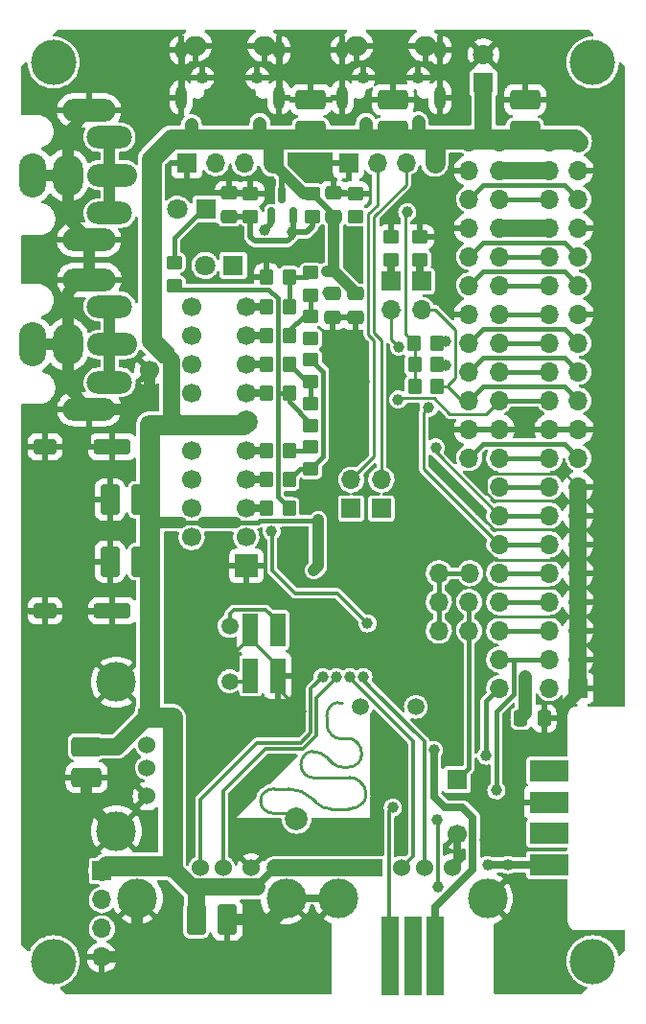
<source format=gbl>
G04 #@! TF.GenerationSoftware,KiCad,Pcbnew,6.0.11-2627ca5db0~126~ubuntu20.04.1*
G04 #@! TF.CreationDate,2024-04-17T12:51:00+05:00*
G04 #@! TF.ProjectId,16EJU24,3136454a-5532-4342-9e6b-696361645f70,rev?*
G04 #@! TF.SameCoordinates,Original*
G04 #@! TF.FileFunction,Copper,L2,Bot*
G04 #@! TF.FilePolarity,Positive*
%FSLAX46Y46*%
G04 Gerber Fmt 4.6, Leading zero omitted, Abs format (unit mm)*
G04 Created by KiCad (PCBNEW 6.0.11-2627ca5db0~126~ubuntu20.04.1) date 2024-04-17 12:51:00*
%MOMM*%
%LPD*%
G01*
G04 APERTURE LIST*
G04 Aperture macros list*
%AMRoundRect*
0 Rectangle with rounded corners*
0 $1 Rounding radius*
0 $2 $3 $4 $5 $6 $7 $8 $9 X,Y pos of 4 corners*
0 Add a 4 corners polygon primitive as box body*
4,1,4,$2,$3,$4,$5,$6,$7,$8,$9,$2,$3,0*
0 Add four circle primitives for the rounded corners*
1,1,$1+$1,$2,$3*
1,1,$1+$1,$4,$5*
1,1,$1+$1,$6,$7*
1,1,$1+$1,$8,$9*
0 Add four rect primitives between the rounded corners*
20,1,$1+$1,$2,$3,$4,$5,0*
20,1,$1+$1,$4,$5,$6,$7,0*
20,1,$1+$1,$6,$7,$8,$9,0*
20,1,$1+$1,$8,$9,$2,$3,0*%
G04 Aperture macros list end*
G04 #@! TA.AperFunction,ComponentPad*
%ADD10R,1.800000X1.800000*%
G04 #@! TD*
G04 #@! TA.AperFunction,ComponentPad*
%ADD11C,1.800000*%
G04 #@! TD*
G04 #@! TA.AperFunction,ComponentPad*
%ADD12C,1.700000*%
G04 #@! TD*
G04 #@! TA.AperFunction,ComponentPad*
%ADD13R,1.700000X1.700000*%
G04 #@! TD*
G04 #@! TA.AperFunction,ComponentPad*
%ADD14O,1.700000X1.700000*%
G04 #@! TD*
G04 #@! TA.AperFunction,SMDPad,CuDef*
%ADD15RoundRect,0.250000X-0.450000X0.350000X-0.450000X-0.350000X0.450000X-0.350000X0.450000X0.350000X0*%
G04 #@! TD*
G04 #@! TA.AperFunction,SMDPad,CuDef*
%ADD16RoundRect,0.250000X-0.350000X-0.450000X0.350000X-0.450000X0.350000X0.450000X-0.350000X0.450000X0*%
G04 #@! TD*
G04 #@! TA.AperFunction,SMDPad,CuDef*
%ADD17RoundRect,0.150000X0.150000X-0.587500X0.150000X0.587500X-0.150000X0.587500X-0.150000X-0.587500X0*%
G04 #@! TD*
G04 #@! TA.AperFunction,SMDPad,CuDef*
%ADD18RoundRect,0.250000X0.475000X-0.337500X0.475000X0.337500X-0.475000X0.337500X-0.475000X-0.337500X0*%
G04 #@! TD*
G04 #@! TA.AperFunction,SMDPad,CuDef*
%ADD19RoundRect,0.250000X-0.475000X0.337500X-0.475000X-0.337500X0.475000X-0.337500X0.475000X0.337500X0*%
G04 #@! TD*
G04 #@! TA.AperFunction,ComponentPad*
%ADD20C,2.000000*%
G04 #@! TD*
G04 #@! TA.AperFunction,ComponentPad*
%ADD21O,1.000000X2.100000*%
G04 #@! TD*
G04 #@! TA.AperFunction,ComponentPad*
%ADD22O,1.100000X1.100000*%
G04 #@! TD*
G04 #@! TA.AperFunction,ComponentPad*
%ADD23O,1.000000X1.600000*%
G04 #@! TD*
G04 #@! TA.AperFunction,ComponentPad*
%ADD24O,2.000000X1.700000*%
G04 #@! TD*
G04 #@! TA.AperFunction,ComponentPad*
%ADD25RoundRect,0.350000X-1.300000X0.350000X-1.300000X-0.350000X1.300000X-0.350000X1.300000X0.350000X0*%
G04 #@! TD*
G04 #@! TA.AperFunction,ComponentPad*
%ADD26RoundRect,0.350000X-0.700000X0.350000X-0.700000X-0.350000X0.700000X-0.350000X0.700000X0.350000X0*%
G04 #@! TD*
G04 #@! TA.AperFunction,ComponentPad*
%ADD27R,1.524000X1.524000*%
G04 #@! TD*
G04 #@! TA.AperFunction,ComponentPad*
%ADD28C,1.524000*%
G04 #@! TD*
G04 #@! TA.AperFunction,ComponentPad*
%ADD29C,3.500000*%
G04 #@! TD*
G04 #@! TA.AperFunction,ComponentPad*
%ADD30R,2.000000X2.000000*%
G04 #@! TD*
G04 #@! TA.AperFunction,ComponentPad*
%ADD31C,1.500000*%
G04 #@! TD*
G04 #@! TA.AperFunction,ComponentPad*
%ADD32O,4.000000X2.000000*%
G04 #@! TD*
G04 #@! TA.AperFunction,ComponentPad*
%ADD33O,4.400000X2.000000*%
G04 #@! TD*
G04 #@! TA.AperFunction,ComponentPad*
%ADD34O,2.400000X3.900000*%
G04 #@! TD*
G04 #@! TA.AperFunction,ComponentPad*
%ADD35O,2.700000X3.700000*%
G04 #@! TD*
G04 #@! TA.AperFunction,ComponentPad*
%ADD36O,4.700000X2.000000*%
G04 #@! TD*
G04 #@! TA.AperFunction,SMDPad,CuDef*
%ADD37R,3.480000X1.846667*%
G04 #@! TD*
G04 #@! TA.AperFunction,SMDPad,CuDef*
%ADD38RoundRect,0.323962X-0.534538X-1.026038X0.534538X-1.026038X0.534538X1.026038X-0.534538X1.026038X0*%
G04 #@! TD*
G04 #@! TA.AperFunction,SMDPad,CuDef*
%ADD39RoundRect,0.323962X0.534538X1.026038X-0.534538X1.026038X-0.534538X-1.026038X0.534538X-1.026038X0*%
G04 #@! TD*
G04 #@! TA.AperFunction,SMDPad,CuDef*
%ADD40R,1.600000X7.000000*%
G04 #@! TD*
G04 #@! TA.AperFunction,SMDPad,CuDef*
%ADD41RoundRect,0.323962X1.026038X-0.534538X1.026038X0.534538X-1.026038X0.534538X-1.026038X-0.534538X0*%
G04 #@! TD*
G04 #@! TA.AperFunction,SMDPad,CuDef*
%ADD42R,1.392000X3.048000*%
G04 #@! TD*
G04 #@! TA.AperFunction,SMDPad,CuDef*
%ADD43R,1.392000X2.921000*%
G04 #@! TD*
G04 #@! TA.AperFunction,SMDPad,CuDef*
%ADD44RoundRect,0.250000X0.450000X-0.350000X0.450000X0.350000X-0.450000X0.350000X-0.450000X-0.350000X0*%
G04 #@! TD*
G04 #@! TA.AperFunction,SMDPad,CuDef*
%ADD45RoundRect,0.323962X-1.026038X0.534538X-1.026038X-0.534538X1.026038X-0.534538X1.026038X0.534538X0*%
G04 #@! TD*
G04 #@! TA.AperFunction,SMDPad,CuDef*
%ADD46RoundRect,0.250000X0.337500X0.475000X-0.337500X0.475000X-0.337500X-0.475000X0.337500X-0.475000X0*%
G04 #@! TD*
G04 #@! TA.AperFunction,ViaPad*
%ADD47C,1.000000*%
G04 #@! TD*
G04 #@! TA.AperFunction,ViaPad*
%ADD48C,4.000000*%
G04 #@! TD*
G04 #@! TA.AperFunction,Conductor*
%ADD49C,0.254000*%
G04 #@! TD*
G04 #@! TA.AperFunction,Conductor*
%ADD50C,0.400000*%
G04 #@! TD*
G04 #@! TA.AperFunction,Conductor*
%ADD51C,1.000000*%
G04 #@! TD*
G04 #@! TA.AperFunction,Conductor*
%ADD52C,0.600000*%
G04 #@! TD*
G04 #@! TA.AperFunction,Conductor*
%ADD53C,0.500000*%
G04 #@! TD*
G04 #@! TA.AperFunction,Conductor*
%ADD54C,0.700000*%
G04 #@! TD*
G04 #@! TA.AperFunction,Conductor*
%ADD55C,1.500000*%
G04 #@! TD*
G04 #@! TA.AperFunction,Conductor*
%ADD56C,0.250000*%
G04 #@! TD*
G04 #@! TA.AperFunction,Conductor*
%ADD57C,1.800000*%
G04 #@! TD*
G04 #@! TA.AperFunction,Conductor*
%ADD58C,0.300000*%
G04 #@! TD*
G04 #@! TA.AperFunction,Conductor*
%ADD59C,1.200000*%
G04 #@! TD*
G04 APERTURE END LIST*
D10*
X46482000Y-44069000D03*
D11*
X43982000Y-44069000D03*
D12*
X68664381Y-99280757D03*
D10*
X68664381Y-94454757D03*
D13*
X61976000Y-70485000D03*
D14*
X61976000Y-67945000D03*
D13*
X59309000Y-70485000D03*
D14*
X59309000Y-67945000D03*
D13*
X62865000Y-50419000D03*
D14*
X62865000Y-52959000D03*
D13*
X65532000Y-50419000D03*
D14*
X65532000Y-52959000D03*
D15*
X65405000Y-46498000D03*
X65405000Y-48498000D03*
X62865000Y-46498000D03*
X62865000Y-48498000D03*
D10*
X48895000Y-49022000D03*
D11*
X46395000Y-49022000D03*
D15*
X50419000Y-42688000D03*
X50419000Y-44688000D03*
X59690000Y-42688000D03*
X59690000Y-44688000D03*
D16*
X64897000Y-55880000D03*
X66897000Y-55880000D03*
X64913000Y-57785000D03*
X66913000Y-57785000D03*
X64913000Y-59690000D03*
X66913000Y-59690000D03*
D15*
X55880000Y-42688000D03*
X55880000Y-44688000D03*
D17*
X54163000Y-44625500D03*
X52263000Y-44625500D03*
X53213000Y-42750500D03*
D18*
X57658000Y-53615500D03*
X57658000Y-51540500D03*
X59690000Y-53615500D03*
X59690000Y-51540500D03*
X48514000Y-44725500D03*
X48514000Y-42650500D03*
D19*
X57785000Y-42650500D03*
X57785000Y-44725500D03*
D12*
X45212000Y-67945000D03*
X50038000Y-67945000D03*
D20*
X50046413Y-62888717D03*
D12*
X45212000Y-70485000D03*
X50038000Y-70485000D03*
D14*
X69723000Y-81280000D03*
X69723000Y-78740000D03*
D12*
X45212000Y-55245000D03*
X50038000Y-55245000D03*
D14*
X67056000Y-81280000D03*
X67056000Y-78740000D03*
X67056000Y-76200000D03*
X69806000Y-76200000D03*
X72390000Y-86360000D03*
X72390000Y-83820000D03*
X72390000Y-81280000D03*
X72390000Y-78740000D03*
X72390000Y-76200000D03*
X72390000Y-73660000D03*
X72390000Y-71120000D03*
X72390000Y-68580000D03*
X72390000Y-66040000D03*
X72390000Y-63500000D03*
X72390000Y-60960000D03*
X72390000Y-58420000D03*
X72390000Y-55880000D03*
X72390000Y-53340000D03*
X72390000Y-50800000D03*
X72390000Y-48260000D03*
X72390000Y-45720000D03*
X72390000Y-43180000D03*
X72390000Y-40640000D03*
X72390000Y-38100000D03*
D21*
X44290635Y-34214506D03*
D22*
X46172235Y-32463706D03*
D23*
X44290635Y-30034506D03*
D22*
X51012235Y-32463706D03*
D21*
X52930635Y-34214506D03*
D23*
X52930635Y-30034506D03*
D24*
X45535980Y-29629012D03*
X51631980Y-29657012D03*
D13*
X37284483Y-102508257D03*
D14*
X37284483Y-105048257D03*
X37284483Y-107588257D03*
X37284483Y-110128257D03*
D13*
X79375000Y-86355000D03*
D14*
X76835000Y-86355000D03*
X79375000Y-83815000D03*
X76835000Y-83815000D03*
X79375000Y-81275000D03*
X76835000Y-81275000D03*
X79375000Y-78735000D03*
X76835000Y-78735000D03*
X79375000Y-76195000D03*
X76835000Y-76195000D03*
X79375000Y-73655000D03*
X76835000Y-73655000D03*
X79375000Y-71115000D03*
X76835000Y-71115000D03*
X79375000Y-68575000D03*
X76835000Y-68575000D03*
X79375000Y-66035000D03*
X76835000Y-66035000D03*
X79375000Y-63495000D03*
X76835000Y-63495000D03*
X79375000Y-60955000D03*
X76835000Y-60955000D03*
X79375000Y-58415000D03*
X76835000Y-58415000D03*
X79375000Y-55875000D03*
X76835000Y-55875000D03*
X79375000Y-53335000D03*
X76835000Y-53335000D03*
X79375000Y-50795000D03*
X76835000Y-50795000D03*
X79375000Y-48255000D03*
X76835000Y-48255000D03*
X79375000Y-45715000D03*
X76835000Y-45715000D03*
X79375000Y-43175000D03*
X76835000Y-43175000D03*
X79375000Y-40635000D03*
X76835000Y-40635000D03*
X79375000Y-38095000D03*
X76835000Y-38095000D03*
D25*
X38227000Y-65038400D03*
D26*
X32267000Y-65038400D03*
X32267000Y-79538400D03*
D25*
X38227000Y-79538400D03*
D27*
X41275000Y-88900000D03*
D28*
X41275000Y-91400000D03*
X41275000Y-93400000D03*
X41275000Y-95900000D03*
D29*
X38565000Y-98970000D03*
X38565000Y-85830000D03*
D30*
X50066639Y-75569345D03*
D12*
X45212000Y-52705000D03*
X50038000Y-52705000D03*
D27*
X61270000Y-102222500D03*
D28*
X63770000Y-102222500D03*
X65770000Y-102222500D03*
X68270000Y-102222500D03*
D29*
X71340000Y-104932500D03*
X58200000Y-104932500D03*
D22*
X60401200Y-32461200D03*
D21*
X67159600Y-34212000D03*
D23*
X67159600Y-30032000D03*
D21*
X58519600Y-34212000D03*
D24*
X65860945Y-29654506D03*
D22*
X65241200Y-32461200D03*
D23*
X58519600Y-30032000D03*
D24*
X59764945Y-29626506D03*
D31*
X65024000Y-88011000D03*
X60144000Y-88011000D03*
D12*
X41529000Y-63119000D03*
X41529000Y-58293000D03*
D31*
X48564800Y-85762000D03*
X48564800Y-80882000D03*
D32*
X37958823Y-37707230D03*
X37958823Y-44407230D03*
D33*
X38158823Y-41057230D03*
D34*
X31175823Y-41057230D03*
D35*
X34258823Y-41057230D03*
D36*
X36158823Y-35342230D03*
X36158823Y-46772230D03*
D10*
X70993000Y-32910226D03*
D11*
X70993000Y-30410226D03*
D13*
X44810635Y-40005000D03*
D14*
X47350635Y-40005000D03*
X49890635Y-40005000D03*
X52430635Y-40005000D03*
D20*
X54483000Y-97917000D03*
D32*
X37973000Y-52657000D03*
X37973000Y-59357000D03*
D33*
X38173000Y-56007000D03*
D35*
X34273000Y-56007000D03*
D36*
X36173000Y-50292000D03*
X36173000Y-61722000D03*
D34*
X31190000Y-56007000D03*
D37*
X76806700Y-101970400D03*
X76806700Y-99200400D03*
X76806700Y-96430400D03*
X76806700Y-93660400D03*
D12*
X45212000Y-60325000D03*
X50038000Y-60325000D03*
D13*
X59065000Y-40005000D03*
D14*
X61605000Y-40005000D03*
X64145000Y-40005000D03*
X66685000Y-40005000D03*
D27*
X43490000Y-102222500D03*
D28*
X45990000Y-102222500D03*
X47990000Y-102222500D03*
X50490000Y-102222500D03*
D29*
X40420000Y-104932500D03*
X53560000Y-104932500D03*
D14*
X69723000Y-66040000D03*
X69723000Y-63500000D03*
X69723000Y-60960000D03*
X69723000Y-58420000D03*
X69723000Y-55880000D03*
X69723000Y-53340000D03*
X69723000Y-50800000D03*
X69723000Y-48260000D03*
X69723000Y-45720000D03*
X69723000Y-43180000D03*
X69723000Y-40640000D03*
X69723000Y-38100000D03*
D12*
X45212000Y-57785000D03*
X50038000Y-57785000D03*
X45212000Y-65405000D03*
X50038000Y-65405000D03*
X45212000Y-73025000D03*
X50038000Y-73025000D03*
D15*
X55753000Y-57309000D03*
X55753000Y-59309000D03*
D16*
X51832000Y-50038000D03*
X53832000Y-50038000D03*
D38*
X45623500Y-106807000D03*
X48356500Y-106807000D03*
D16*
X51832000Y-65405000D03*
X53832000Y-65405000D03*
D39*
X40736500Y-69723000D03*
X38003500Y-69723000D03*
D40*
X62764318Y-109982000D03*
X64764318Y-109982000D03*
X66764318Y-109982000D03*
D41*
X62992000Y-37133000D03*
X62992000Y-34400000D03*
D15*
X55753000Y-49673000D03*
X55753000Y-51673000D03*
D16*
X51832000Y-67945000D03*
X53832000Y-67945000D03*
D42*
X50408800Y-85242400D03*
D43*
X50408800Y-81241900D03*
X52816800Y-81241900D03*
D42*
X52816800Y-85242400D03*
D16*
X51832000Y-57785000D03*
X53832000Y-57785000D03*
D41*
X55753000Y-37133000D03*
X55753000Y-34400000D03*
D44*
X43688000Y-50784000D03*
X43688000Y-48784000D03*
D39*
X40736500Y-75184000D03*
X38003500Y-75184000D03*
D16*
X51832000Y-60325000D03*
X53832000Y-60325000D03*
D45*
X35941000Y-91518000D03*
X35941000Y-94251000D03*
D15*
X55753000Y-65024000D03*
X55753000Y-67024000D03*
X55753000Y-61214000D03*
X55753000Y-63214000D03*
D41*
X74676000Y-37133000D03*
X74676000Y-34400000D03*
D46*
X76348500Y-89027000D03*
X74273500Y-89027000D03*
D16*
X51832000Y-52705000D03*
X53832000Y-52705000D03*
D15*
X55753000Y-53499000D03*
X55753000Y-55499000D03*
D16*
X51832000Y-55245000D03*
X53832000Y-55245000D03*
X51832000Y-70485000D03*
X53832000Y-70485000D03*
D47*
X59563000Y-46736000D03*
X60452000Y-59309000D03*
X59690000Y-53594000D03*
X57531000Y-56261000D03*
X70612000Y-70612000D03*
X71247000Y-67183000D03*
X68326000Y-71247000D03*
X62992000Y-62738000D03*
X64770000Y-84836000D03*
X64770000Y-82804000D03*
X64770000Y-83820000D03*
X64770000Y-73660000D03*
X64770000Y-72644000D03*
X64770000Y-71628000D03*
X50864951Y-48505727D03*
X51689000Y-45913500D03*
X54102000Y-46101000D03*
X64262000Y-44323000D03*
X63538500Y-56211403D03*
X59690001Y-44687998D03*
X67691000Y-55753000D03*
X67691000Y-57883500D03*
X63461519Y-60869822D03*
X57205648Y-51452104D03*
X57152500Y-49530000D03*
X64770000Y-68199000D03*
X59309000Y-62865000D03*
X60176498Y-56642000D03*
X66167000Y-61595000D03*
X66776638Y-65099790D03*
D48*
X33020000Y-110490000D03*
X33020000Y-31115000D03*
X80645000Y-110490000D03*
X80645000Y-31115000D03*
D47*
X54864000Y-88392000D03*
X71113881Y-99758337D03*
X73162600Y-101970400D03*
X60628267Y-36478398D03*
X56388000Y-71501000D03*
X71363400Y-101970400D03*
X56007000Y-75956500D03*
X45212000Y-36576000D03*
X65258433Y-36334802D03*
X51237384Y-36487237D03*
X62985743Y-96901000D03*
X71236500Y-92329000D03*
X66884305Y-97999305D03*
X72136000Y-95377000D03*
X66953365Y-103910365D03*
X74676000Y-85344000D03*
X66619500Y-91821000D03*
X74273500Y-89027000D03*
X55743068Y-55508930D03*
X55753000Y-65024000D03*
X52275123Y-72484500D03*
X60754278Y-80634902D03*
X56787805Y-85374312D03*
X57982895Y-85374312D03*
X59182382Y-85374312D03*
X60383074Y-85374312D03*
D49*
X61605000Y-40005000D02*
X61605000Y-43678000D01*
X61605000Y-43678000D02*
X60833000Y-44450000D01*
X60833000Y-44450000D02*
X60833000Y-55118000D01*
X61341000Y-55626000D02*
X61341000Y-65913000D01*
X60833000Y-55118000D02*
X61341000Y-55626000D01*
X61341000Y-65913000D02*
X59309000Y-67945000D01*
X61344526Y-54987474D02*
X61344526Y-44700474D01*
X64145000Y-41900000D02*
X64145000Y-40005000D01*
X61344526Y-44700474D02*
X64145000Y-41900000D01*
D50*
X72136000Y-95377000D02*
X72136000Y-88381767D01*
X72136000Y-88381767D02*
X73640000Y-86877767D01*
X73640000Y-86877767D02*
X73640000Y-83820000D01*
X73640000Y-83820000D02*
X72390000Y-83820000D01*
D51*
X79375000Y-86355000D02*
X79375000Y-86741000D01*
X79375000Y-86741000D02*
X78105000Y-88011000D01*
D50*
X76348500Y-89027000D02*
X77470000Y-89027000D01*
X79375000Y-87122000D02*
X79375000Y-86355000D01*
X77470000Y-89027000D02*
X79375000Y-87122000D01*
X73876600Y-96430400D02*
X73876600Y-93128400D01*
X73876600Y-93128400D02*
X76348500Y-90656500D01*
X76348500Y-90656500D02*
X76348500Y-89027000D01*
X46248500Y-71734500D02*
X42184500Y-71734500D01*
D51*
X46842500Y-71734500D02*
X46248500Y-71734500D01*
D50*
X51063261Y-71734500D02*
X46842500Y-71734500D01*
D51*
X46842500Y-71734500D02*
X49096176Y-71734500D01*
X42184500Y-71734500D02*
X44270176Y-71734500D01*
X56388000Y-71501000D02*
X56388000Y-75575500D01*
X56388000Y-75575500D02*
X56007000Y-75956500D01*
D52*
X60452000Y-59309000D02*
X60452000Y-61722000D01*
D49*
X59690000Y-53615500D02*
X59690000Y-53594000D01*
D53*
X51832000Y-50038000D02*
X51832000Y-48530000D01*
X51807727Y-48505727D02*
X50864951Y-48505727D01*
X51832000Y-48530000D02*
X51807727Y-48505727D01*
D54*
X66619500Y-91821000D02*
X66619500Y-95956500D01*
X67564000Y-96901000D02*
X69130725Y-96901000D01*
X66619500Y-95956500D02*
X67564000Y-96901000D01*
X70064381Y-97834656D02*
X70064381Y-102401619D01*
X69130725Y-96901000D02*
X70064381Y-97834656D01*
X70064381Y-102401619D02*
X66764318Y-105701682D01*
X66764318Y-105701682D02*
X66764318Y-109982000D01*
D49*
X79375000Y-79756000D02*
X79121000Y-80010000D01*
D55*
X79375000Y-77470000D02*
X79375000Y-79756000D01*
X79375000Y-79756000D02*
X79375000Y-86355000D01*
D49*
X79121000Y-80010000D02*
X71501000Y-80010000D01*
D55*
X79375000Y-75057000D02*
X79375000Y-77470000D01*
D49*
X79375000Y-77470000D02*
X70993000Y-77470000D01*
D55*
X79375000Y-72136000D02*
X79375000Y-75057000D01*
D49*
X79375000Y-75057000D02*
X79336000Y-75018000D01*
X79336000Y-75018000D02*
X72083470Y-75018000D01*
X72083470Y-75018000D02*
X68326000Y-71260530D01*
X68326000Y-71260530D02*
X68326000Y-71247000D01*
X71247000Y-67183000D02*
X71462000Y-67398000D01*
X71462000Y-67398000D02*
X78198000Y-67398000D01*
X78198000Y-67398000D02*
X79375000Y-68575000D01*
D55*
X79375000Y-69723000D02*
X79375000Y-72136000D01*
D49*
X70612000Y-71006530D02*
X71902470Y-72297000D01*
X79214000Y-72297000D02*
X79375000Y-72136000D01*
X71902470Y-72297000D02*
X79214000Y-72297000D01*
X70612000Y-70612000D02*
X70612000Y-71006530D01*
D55*
X79375000Y-68575000D02*
X79375000Y-69723000D01*
D49*
X71213000Y-67217000D02*
X71213000Y-69067530D01*
X71247000Y-67183000D02*
X71213000Y-67217000D01*
X71213000Y-69067530D02*
X71902470Y-69757000D01*
X71902470Y-69757000D02*
X79341000Y-69757000D01*
X79341000Y-69757000D02*
X79375000Y-69723000D01*
X67979000Y-62137000D02*
X66610000Y-60768000D01*
X63563341Y-60768000D02*
X63461519Y-60869822D01*
X72390000Y-60960000D02*
X71213000Y-62137000D01*
X71213000Y-62137000D02*
X67979000Y-62137000D01*
X66610000Y-60768000D02*
X63563341Y-60768000D01*
D56*
X72390000Y-71120000D02*
X66776638Y-65506638D01*
X66776638Y-65506638D02*
X66776638Y-65099790D01*
D50*
X43688000Y-48784000D02*
X43688000Y-46609000D01*
X43688000Y-46609000D02*
X46228000Y-44069000D01*
X46228000Y-44069000D02*
X46482000Y-44069000D01*
D53*
X54102000Y-46101000D02*
X55372000Y-46101000D01*
X55880000Y-45593000D02*
X55880000Y-44688000D01*
X55372000Y-46101000D02*
X55880000Y-45593000D01*
X52263000Y-45339500D02*
X51689000Y-45913500D01*
X52263000Y-44625500D02*
X52263000Y-45339500D01*
X50419000Y-44688000D02*
X50419000Y-46482000D01*
X50419000Y-46482000D02*
X50800000Y-46863000D01*
X50800000Y-46863000D02*
X53721000Y-46863000D01*
X53721000Y-46863000D02*
X54102000Y-46482000D01*
X54102000Y-46482000D02*
X54102000Y-46101000D01*
X48514000Y-44725500D02*
X50381500Y-44725500D01*
X50381500Y-44725500D02*
X50419000Y-44688000D01*
X54163000Y-44625500D02*
X54163000Y-46040000D01*
X54163000Y-46040000D02*
X54102000Y-46101000D01*
D51*
X55880000Y-42688000D02*
X55113635Y-42688000D01*
X55113635Y-42688000D02*
X52430635Y-40005000D01*
X57785000Y-44725500D02*
X57785000Y-49511497D01*
X57785000Y-49511497D02*
X57803503Y-49530000D01*
X59690000Y-51540500D02*
X59690000Y-51416497D01*
X59690000Y-51416497D02*
X57803503Y-49530000D01*
X57803503Y-49530000D02*
X57152500Y-49530000D01*
D53*
X59690000Y-44688000D02*
X59690001Y-44687998D01*
D49*
X64897000Y-55880000D02*
X64175391Y-55158391D01*
X64175391Y-55158391D02*
X64135000Y-55118000D01*
X64135000Y-55118000D02*
X64135000Y-50292000D01*
X64135000Y-50292000D02*
X64135000Y-44450000D01*
X64135000Y-44450000D02*
X64262000Y-44323000D01*
X63538500Y-56211403D02*
X62865000Y-55537903D01*
X62865000Y-55537903D02*
X62865000Y-52959000D01*
D52*
X60452000Y-56917500D02*
X60452000Y-59309000D01*
X60176500Y-56642000D02*
X60452000Y-56917500D01*
X60452000Y-61722000D02*
X59309000Y-62865000D01*
D53*
X53275500Y-42688000D02*
X53213000Y-42750500D01*
X53213000Y-42750500D02*
X53213000Y-40787365D01*
X53213000Y-40787365D02*
X52430635Y-40005000D01*
X57785000Y-44725500D02*
X57785000Y-44593000D01*
X57785000Y-44593000D02*
X55880000Y-42688000D01*
D49*
X67691000Y-57883500D02*
X67592500Y-57785000D01*
X67592500Y-57785000D02*
X66913000Y-57785000D01*
X66734081Y-52959000D02*
X65532000Y-52959000D01*
X67840000Y-59668000D02*
X68517500Y-58990500D01*
X68517500Y-58990500D02*
X68517500Y-54742419D01*
X67564000Y-55880000D02*
X67691000Y-55753000D01*
X66897000Y-55880000D02*
X67564000Y-55880000D01*
X68517500Y-54742419D02*
X66734081Y-52959000D01*
X63627000Y-52959000D02*
X62865000Y-52959000D01*
X64913000Y-59690000D02*
X64913000Y-55896000D01*
X64913000Y-55896000D02*
X64897000Y-55880000D01*
X67840000Y-59668000D02*
X67840000Y-59712000D01*
X67840000Y-59712000D02*
X69088000Y-60960000D01*
X69088000Y-60960000D02*
X69723000Y-60960000D01*
X66913000Y-59690000D02*
X67818000Y-59690000D01*
X67818000Y-59690000D02*
X67840000Y-59668000D01*
D54*
X65405000Y-48498000D02*
X65405000Y-50292000D01*
X65405000Y-50292000D02*
X65532000Y-50419000D01*
X62865000Y-48498000D02*
X62865000Y-50419000D01*
D50*
X52832000Y-60198000D02*
X52832000Y-51943000D01*
X52832000Y-51943000D02*
X52027000Y-51138000D01*
X52027000Y-51138000D02*
X44042000Y-51138000D01*
X44042000Y-51138000D02*
X43688000Y-50784000D01*
D49*
X61976000Y-67945000D02*
X61976000Y-55618948D01*
X61976000Y-55618948D02*
X61344526Y-54987474D01*
D56*
X65723000Y-62039000D02*
X65723000Y-66993000D01*
X66167000Y-61595000D02*
X65723000Y-62039000D01*
X65723000Y-66993000D02*
X72390000Y-73660000D01*
D57*
X46482000Y-37846000D02*
X43434000Y-37846000D01*
X41656000Y-55662283D02*
X42860635Y-56866918D01*
X43434000Y-37846000D02*
X41656000Y-39624000D01*
X41656000Y-39624000D02*
X41656000Y-55662283D01*
D51*
X40420000Y-109694000D02*
X40420000Y-104932500D01*
X34273000Y-59822000D02*
X36173000Y-61722000D01*
D50*
X71113881Y-99193119D02*
X71113881Y-99758337D01*
D51*
X34273000Y-56007000D02*
X31190000Y-56007000D01*
X34258823Y-37242230D02*
X36158823Y-35342230D01*
D58*
X46736000Y-82423000D02*
X46736000Y-76962000D01*
D51*
X37284483Y-110128257D02*
X39985743Y-110128257D01*
X38565000Y-98970000D02*
X35941000Y-96346000D01*
D58*
X50408800Y-81925200D02*
X49403000Y-82931000D01*
X49403000Y-82931000D02*
X47244000Y-82931000D01*
D51*
X36158823Y-50277823D02*
X36173000Y-50292000D01*
X34273000Y-51452000D02*
X34273000Y-56007000D01*
D54*
X68664381Y-99280757D02*
X68664381Y-101828119D01*
D51*
X34258823Y-41057230D02*
X34258823Y-44872230D01*
X39985743Y-110128257D02*
X40420000Y-109694000D01*
D58*
X50408800Y-81241900D02*
X50408800Y-81925200D01*
D52*
X52930635Y-30034506D02*
X52009474Y-30034506D01*
D51*
X41529000Y-59716000D02*
X41529000Y-58293000D01*
D58*
X36173000Y-65030800D02*
X36180600Y-65038400D01*
D54*
X58200000Y-104932500D02*
X53560000Y-104932500D01*
D50*
X73876600Y-96430400D02*
X71113881Y-99193119D01*
D58*
X46736000Y-76962000D02*
X48128655Y-75569345D01*
D51*
X48356500Y-106807000D02*
X52578000Y-106807000D01*
D52*
X52930635Y-30034506D02*
X52930635Y-34214506D01*
D58*
X36180600Y-65038400D02*
X32267000Y-65038400D01*
D51*
X34273000Y-56007000D02*
X34273000Y-59822000D01*
D50*
X79370000Y-63500000D02*
X79375000Y-63495000D01*
D51*
X35433000Y-50292000D02*
X34273000Y-51452000D01*
X34258823Y-44872230D02*
X36158823Y-46772230D01*
D58*
X50408800Y-82006400D02*
X52816800Y-84414400D01*
D51*
X53560000Y-105825000D02*
X53560000Y-104932500D01*
X39523000Y-61722000D02*
X41529000Y-59716000D01*
X31175823Y-41057230D02*
X34258823Y-41057230D01*
D58*
X48128655Y-75569345D02*
X50066639Y-75569345D01*
X52816800Y-85242400D02*
X52816800Y-86344800D01*
D51*
X36158823Y-46772230D02*
X36158823Y-50277823D01*
X34258823Y-41057230D02*
X34258823Y-37242230D01*
D58*
X52816800Y-86344800D02*
X54864000Y-88392000D01*
X52816800Y-84414400D02*
X52816800Y-85242400D01*
X38227000Y-65038400D02*
X36180600Y-65038400D01*
X50408800Y-81241900D02*
X50408800Y-82006400D01*
D52*
X44290635Y-30034506D02*
X44290635Y-34214506D01*
D54*
X68664381Y-101828119D02*
X68270000Y-102222500D01*
D51*
X36173000Y-50292000D02*
X35433000Y-50292000D01*
D52*
X44290635Y-30034506D02*
X45130486Y-30034506D01*
D51*
X52578000Y-106807000D02*
X53560000Y-105825000D01*
D52*
X45130486Y-30034506D02*
X45535980Y-29629012D01*
X52009474Y-30034506D02*
X51631980Y-29657012D01*
D51*
X36173000Y-61722000D02*
X39523000Y-61722000D01*
D50*
X69723000Y-63500000D02*
X79370000Y-63500000D01*
D52*
X38227000Y-79538400D02*
X30951600Y-79538400D01*
D58*
X36173000Y-61722000D02*
X36173000Y-65030800D01*
X47244000Y-82931000D02*
X46736000Y-82423000D01*
D50*
X76806700Y-96430400D02*
X74384600Y-96430400D01*
D51*
X35941000Y-96346000D02*
X35941000Y-94251000D01*
D50*
X74384600Y-96430400D02*
X73876600Y-96430400D01*
D59*
X65258433Y-37572433D02*
X65532000Y-37846000D01*
D57*
X67310000Y-37846000D02*
X66685000Y-38471000D01*
D54*
X72506400Y-101970400D02*
X71363400Y-101970400D01*
X72506400Y-101970400D02*
X73162600Y-101970400D01*
D57*
X37710240Y-102082500D02*
X37284483Y-102508257D01*
X42926000Y-63119000D02*
X43412000Y-62633000D01*
X52451000Y-39984635D02*
X52451000Y-37846000D01*
X50673000Y-37846000D02*
X46482000Y-37846000D01*
X43434000Y-88900000D02*
X43490000Y-88956000D01*
D54*
X43490000Y-102222500D02*
X45373250Y-104105750D01*
D55*
X43490000Y-102222500D02*
X45202000Y-103934500D01*
D50*
X51212761Y-71585000D02*
X51063261Y-71734500D01*
X56304000Y-71585000D02*
X51212761Y-71585000D01*
D57*
X43350000Y-102082500D02*
X37710240Y-102082500D01*
D55*
X42860635Y-56866918D02*
X43412000Y-57418283D01*
D59*
X60628267Y-36478398D02*
X60628267Y-37161733D01*
D57*
X41529000Y-63119000D02*
X41529000Y-72390000D01*
D59*
X45593000Y-37846000D02*
X45212000Y-37465000D01*
D50*
X42184500Y-71734500D02*
X41529000Y-72390000D01*
D55*
X45373250Y-104105750D02*
X45623500Y-104356000D01*
D59*
X60628267Y-37161733D02*
X59944000Y-37846000D01*
D57*
X43490000Y-102222500D02*
X43350000Y-102082500D01*
D54*
X50546000Y-104267000D02*
X52590500Y-102222500D01*
D57*
X43490000Y-88956000D02*
X43490000Y-100655000D01*
D59*
X51237384Y-37281616D02*
X50673000Y-37846000D01*
D57*
X50673000Y-37846000D02*
X59944000Y-37846000D01*
X43490000Y-100655000D02*
X43490000Y-102222500D01*
X41529000Y-63119000D02*
X42926000Y-63119000D01*
D55*
X43412000Y-57418283D02*
X43412000Y-62633000D01*
X35941000Y-91518000D02*
X38657000Y-91518000D01*
D57*
X79126000Y-37846000D02*
X79375000Y-38095000D01*
X41529000Y-88646000D02*
X41275000Y-88900000D01*
D54*
X73162600Y-101970400D02*
X76806700Y-101970400D01*
D59*
X46482000Y-37846000D02*
X45593000Y-37846000D01*
D57*
X49816130Y-63119000D02*
X50046413Y-62888717D01*
X66685000Y-38471000D02*
X66685000Y-40005000D01*
X52430635Y-40005000D02*
X52451000Y-39984635D01*
D59*
X51237384Y-36487237D02*
X51237384Y-37281616D01*
D55*
X70993000Y-37592000D02*
X70739000Y-37846000D01*
D57*
X52451000Y-37846000D02*
X50673000Y-37846000D01*
D50*
X56388000Y-71501000D02*
X56304000Y-71585000D01*
D59*
X45212000Y-37465000D02*
X45212000Y-36576000D01*
D55*
X70993000Y-32910226D02*
X70993000Y-37592000D01*
X45623500Y-104356000D02*
X45623500Y-106807000D01*
D57*
X41275000Y-88900000D02*
X43434000Y-88900000D01*
D55*
X61270000Y-102222500D02*
X52590500Y-102222500D01*
D54*
X45534500Y-104267000D02*
X50546000Y-104267000D01*
X45373250Y-104105750D02*
X45534500Y-104267000D01*
D59*
X65258433Y-36334802D02*
X65258433Y-37572433D01*
D57*
X41529000Y-72390000D02*
X41529000Y-88646000D01*
X67310000Y-37846000D02*
X70739000Y-37846000D01*
D55*
X38657000Y-91518000D02*
X41275000Y-88900000D01*
D57*
X41529000Y-63119000D02*
X49816130Y-63119000D01*
X65532000Y-37846000D02*
X67310000Y-37846000D01*
X70739000Y-37846000D02*
X79126000Y-37846000D01*
X59944000Y-37846000D02*
X65532000Y-37846000D01*
D55*
X45202000Y-103934500D02*
X50990500Y-103934500D01*
D51*
X37973000Y-52657000D02*
X37973000Y-59357000D01*
D50*
X53832000Y-61071000D02*
X53832000Y-60325000D01*
X53832000Y-70485000D02*
X54011239Y-70485000D01*
X53832000Y-60325000D02*
X52959000Y-60325000D01*
X55753000Y-63214000D02*
X55753000Y-62992000D01*
X55753000Y-62992000D02*
X53832000Y-61071000D01*
X52959000Y-60325000D02*
X52832000Y-60198000D01*
X53832000Y-70485000D02*
X52832000Y-69485000D01*
X52832000Y-69485000D02*
X52832000Y-60198000D01*
X55753000Y-59309000D02*
X55753000Y-61214000D01*
X55753000Y-59309000D02*
X55356000Y-59309000D01*
X55356000Y-59309000D02*
X53832000Y-57785000D01*
D54*
X50038000Y-52705000D02*
X51832000Y-52705000D01*
X50038000Y-55245000D02*
X51832000Y-55245000D01*
X50038000Y-57785000D02*
X51832000Y-57785000D01*
X50038000Y-60325000D02*
X51832000Y-60325000D01*
X50038000Y-65405000D02*
X51832000Y-65405000D01*
X50038000Y-67945000D02*
X51832000Y-67945000D01*
X50038000Y-70485000D02*
X51832000Y-70485000D01*
D50*
X72390000Y-48260000D02*
X76830000Y-48260000D01*
X76830000Y-48260000D02*
X76835000Y-48255000D01*
X76830000Y-50800000D02*
X76835000Y-50795000D01*
X72390000Y-50800000D02*
X76830000Y-50800000D01*
D58*
X62658000Y-97228743D02*
X62985743Y-96901000D01*
D50*
X71236500Y-87513500D02*
X72390000Y-86360000D01*
D58*
X62764318Y-109982000D02*
X62658000Y-109875682D01*
D50*
X71236500Y-92329000D02*
X71236500Y-87513500D01*
D58*
X62658000Y-109875682D02*
X62658000Y-97228743D01*
X66953365Y-98068365D02*
X66884305Y-97999305D01*
X66953365Y-103910365D02*
X66953365Y-98068365D01*
D50*
X72390000Y-83820000D02*
X76830000Y-83820000D01*
X76830000Y-83820000D02*
X76835000Y-83815000D01*
X72390000Y-81280000D02*
X76830000Y-81280000D01*
X76830000Y-81280000D02*
X76835000Y-81275000D01*
X76830000Y-78740000D02*
X76835000Y-78735000D01*
X72390000Y-78740000D02*
X76830000Y-78740000D01*
X76830000Y-76200000D02*
X76835000Y-76195000D01*
X72390000Y-76200000D02*
X76830000Y-76200000D01*
X76830000Y-73660000D02*
X76835000Y-73655000D01*
X72390000Y-73660000D02*
X76830000Y-73660000D01*
X76830000Y-71120000D02*
X76835000Y-71115000D01*
X72390000Y-71120000D02*
X76830000Y-71120000D01*
X72390000Y-68580000D02*
X76830000Y-68580000D01*
X76830000Y-68580000D02*
X76835000Y-68575000D01*
X72390000Y-66040000D02*
X76830000Y-66040000D01*
X76830000Y-66040000D02*
X76835000Y-66035000D01*
X76830000Y-60960000D02*
X76835000Y-60955000D01*
X72390000Y-60960000D02*
X76830000Y-60960000D01*
X76830000Y-58420000D02*
X76835000Y-58415000D01*
X72390000Y-58420000D02*
X76830000Y-58420000D01*
X72390000Y-55880000D02*
X76830000Y-55880000D01*
X76830000Y-55880000D02*
X76835000Y-55875000D01*
X72390000Y-53340000D02*
X76830000Y-53340000D01*
X76830000Y-53340000D02*
X76835000Y-53335000D01*
D59*
X74676000Y-85344000D02*
X74676000Y-88624500D01*
D55*
X72390000Y-45720000D02*
X76830000Y-45720000D01*
D59*
X74676000Y-88624500D02*
X74273500Y-89027000D01*
D55*
X76830000Y-45720000D02*
X76835000Y-45715000D01*
X72390000Y-40640000D02*
X76830000Y-40640000D01*
X76830000Y-40640000D02*
X76835000Y-40635000D01*
D50*
X69723000Y-50800000D02*
X70978000Y-49545000D01*
X70978000Y-49545000D02*
X78125000Y-49545000D01*
X78125000Y-49545000D02*
X79375000Y-50795000D01*
X78125000Y-47005000D02*
X79375000Y-48255000D01*
X70978000Y-47005000D02*
X78125000Y-47005000D01*
X69723000Y-48260000D02*
X70978000Y-47005000D01*
X69723000Y-66040000D02*
X70978000Y-64785000D01*
X78125000Y-64785000D02*
X79375000Y-66035000D01*
X70978000Y-64785000D02*
X78125000Y-64785000D01*
X69723000Y-93396138D02*
X69723000Y-81280000D01*
X68664381Y-94454757D02*
X69723000Y-93396138D01*
X69723000Y-81280000D02*
X69723000Y-78740000D01*
X78125000Y-57165000D02*
X79375000Y-58415000D01*
X70978000Y-57165000D02*
X78125000Y-57165000D01*
X69723000Y-58420000D02*
X70978000Y-57165000D01*
X78125000Y-59705000D02*
X79375000Y-60955000D01*
X75672001Y-59710000D02*
X75677001Y-59705000D01*
X70973000Y-59710000D02*
X75672001Y-59710000D01*
X69723000Y-60960000D02*
X70973000Y-59710000D01*
X75677001Y-59705000D02*
X78125000Y-59705000D01*
X69723000Y-55880000D02*
X70978000Y-54625000D01*
X78125000Y-54625000D02*
X79375000Y-55875000D01*
X70978000Y-54625000D02*
X78125000Y-54625000D01*
X55753000Y-67024000D02*
X54753000Y-67024000D01*
X54753000Y-67024000D02*
X53832000Y-67945000D01*
X56853000Y-65924000D02*
X55753000Y-67024000D01*
X56853000Y-58409000D02*
X56853000Y-65924000D01*
X55753000Y-57309000D02*
X56853000Y-58409000D01*
X55372000Y-65405000D02*
X55753000Y-65024000D01*
X53832000Y-65405000D02*
X55372000Y-65405000D01*
D58*
X54356000Y-77978000D02*
X52324000Y-75946000D01*
X58097376Y-77978000D02*
X54356000Y-77978000D01*
X60754278Y-80634902D02*
X58097376Y-77978000D01*
X52324000Y-72533377D02*
X52275123Y-72484500D01*
X52324000Y-75946000D02*
X52324000Y-72533377D01*
X48954740Y-79431400D02*
X48564800Y-79821340D01*
X52816800Y-81241900D02*
X52816800Y-80477400D01*
X51770800Y-79431400D02*
X48954740Y-79431400D01*
X48564800Y-79821340D02*
X48564800Y-80882000D01*
X52816800Y-80477400D02*
X51770800Y-79431400D01*
X49889200Y-85762000D02*
X50408800Y-85242400D01*
X48564800Y-85762000D02*
X49889200Y-85762000D01*
X45990000Y-96172117D02*
X50976116Y-91186000D01*
X55753000Y-86409117D02*
X56787805Y-85374312D01*
X55753000Y-90297000D02*
X55753000Y-86409117D01*
X50976116Y-91186000D02*
X54864000Y-91186000D01*
X45990000Y-102222500D02*
X45990000Y-96172117D01*
X54864000Y-91186000D02*
X55753000Y-90297000D01*
X57982895Y-85477097D02*
X56261000Y-87198992D01*
X56261000Y-90511249D02*
X55046750Y-91725499D01*
X55046750Y-91725499D02*
X51734493Y-91725499D01*
X51734493Y-91725499D02*
X47990000Y-95469992D01*
X56261000Y-87198992D02*
X56261000Y-90511249D01*
X47990000Y-95469992D02*
X47990000Y-102222500D01*
X64770000Y-91058616D02*
X59182382Y-85470998D01*
X64770000Y-101222500D02*
X64770000Y-91058616D01*
X63770000Y-102222500D02*
X64770000Y-101222500D01*
X65770000Y-102222500D02*
X65770000Y-91043000D01*
X60383074Y-85656074D02*
X60383074Y-85470314D01*
X61087000Y-86360000D02*
X60383074Y-85656074D01*
X65770000Y-91043000D02*
X61087000Y-86360000D01*
D50*
X70973000Y-41930000D02*
X75839001Y-41930000D01*
X75839001Y-41930000D02*
X75844001Y-41925000D01*
X78125000Y-41925000D02*
X79375000Y-43175000D01*
X75844001Y-41925000D02*
X78125000Y-41925000D01*
X69723000Y-43180000D02*
X70973000Y-41930000D01*
X76830000Y-43180000D02*
X76835000Y-43175000D01*
X72390000Y-43180000D02*
X76830000Y-43180000D01*
X67056000Y-76200000D02*
X67056000Y-81280000D01*
X69806000Y-76200000D02*
X67056000Y-76200000D01*
D49*
X53256580Y-97409000D02*
X52451000Y-97409000D01*
X55880000Y-96139000D02*
X56230184Y-96489184D01*
X60309592Y-94853593D02*
X60071000Y-94615000D01*
X58144210Y-87630000D02*
X58547000Y-87630000D01*
X55858210Y-91948000D02*
X55880000Y-91948000D01*
X51583790Y-97049790D02*
X51562000Y-97028000D01*
X52832000Y-95250000D02*
X53733765Y-95250000D01*
X60579000Y-95906790D02*
X60579000Y-95504000D01*
X60198000Y-92350790D02*
X60198000Y-91948000D01*
X57150000Y-89027000D02*
X57150000Y-88803815D01*
X55223210Y-92223790D02*
X55245000Y-92202000D01*
X58577815Y-93345000D02*
X58801000Y-93345000D01*
X52481815Y-95250000D02*
X52832000Y-95250000D01*
X59076790Y-90805000D02*
X58293000Y-90805000D01*
X57642593Y-90535592D02*
X57531000Y-90424000D01*
X55963420Y-94234000D02*
X55858210Y-94234000D01*
X57531000Y-97028000D02*
X59098580Y-97028000D01*
X55245000Y-93980000D02*
X55223211Y-93958211D01*
X57180816Y-92486815D02*
X57658000Y-92964000D01*
X51308000Y-96393000D02*
X51308000Y-96244210D01*
X57150000Y-89504185D02*
X57150000Y-89027000D01*
X51308000Y-96414790D02*
X51308000Y-96393000D01*
X59928592Y-91297593D02*
X59690000Y-91059000D01*
X58039000Y-94234000D02*
X55963420Y-94234000D01*
X58801000Y-93345000D02*
X59024185Y-93345000D01*
X59151185Y-94234000D02*
X58039000Y-94234000D01*
X55223214Y-92223794D02*
G75*
G03*
X54864000Y-93091000I867186J-867206D01*
G01*
X57150007Y-89504185D02*
G75*
G03*
X57531000Y-90424000I1300793J-15D01*
G01*
X52481815Y-95250007D02*
G75*
G03*
X51562000Y-95631000I-15J-1300793D01*
G01*
X60325006Y-96520006D02*
G75*
G02*
X59098580Y-97028000I-1226406J1226406D01*
G01*
X55880011Y-96138989D02*
G75*
G03*
X53733765Y-95250000I-2146211J-2146211D01*
G01*
X51308005Y-96414790D02*
G75*
G03*
X51562001Y-97027999I867195J-10D01*
G01*
X59076790Y-90805005D02*
G75*
G02*
X59689999Y-91059001I10J-867195D01*
G01*
X58577815Y-93344993D02*
G75*
G02*
X57658000Y-92964000I-15J1300793D01*
G01*
X57642596Y-90535589D02*
G75*
G03*
X58293000Y-90805000I650404J650389D01*
G01*
X51583794Y-97049786D02*
G75*
G03*
X52451000Y-97409000I867206J867186D01*
G01*
X55858210Y-91948005D02*
G75*
G03*
X55245001Y-92202001I-10J-867195D01*
G01*
X60578995Y-95906790D02*
G75*
G02*
X60324999Y-96519999I-867195J-10D01*
G01*
X59151185Y-94234007D02*
G75*
G02*
X60071000Y-94615000I15J-1300793D01*
G01*
X51561997Y-95630997D02*
G75*
G03*
X51308000Y-96244210I613203J-613203D01*
G01*
X57180809Y-92486822D02*
G75*
G03*
X55880000Y-91948000I-1300809J-1300778D01*
G01*
X59928589Y-91297596D02*
G75*
G02*
X60198000Y-91948000I-650389J-650404D01*
G01*
X59944005Y-92964005D02*
G75*
G02*
X59024185Y-93345000I-919805J919805D01*
G01*
X58144210Y-87630005D02*
G75*
G03*
X57531001Y-87884001I-10J-867195D01*
G01*
X55244997Y-93980003D02*
G75*
G03*
X55858210Y-94234000I613203J613203D01*
G01*
X60309589Y-94853596D02*
G75*
G02*
X60579000Y-95504000I-650389J-650404D01*
G01*
X54863994Y-93091000D02*
G75*
G03*
X55223211Y-93958211I1226406J0D01*
G01*
X57530995Y-87883995D02*
G75*
G03*
X57150000Y-88803815I919805J-919805D01*
G01*
X53256580Y-97409009D02*
G75*
G02*
X54483000Y-97917000I20J-1734391D01*
G01*
X57531000Y-97028009D02*
G75*
G02*
X56230184Y-96489184I0J1839609D01*
G01*
X60197995Y-92350790D02*
G75*
G02*
X59943999Y-92963999I-867195J-10D01*
G01*
D50*
X55753000Y-51673000D02*
X55753000Y-53499000D01*
X55753000Y-53499000D02*
X55086000Y-53499000D01*
X53832000Y-54753000D02*
X53832000Y-55245000D01*
X55086000Y-53499000D02*
X53832000Y-54753000D01*
X55388000Y-50038000D02*
X55753000Y-49673000D01*
X53832000Y-52705000D02*
X53832000Y-50038000D01*
X53832000Y-50038000D02*
X55388000Y-50038000D01*
D51*
X37958823Y-37707230D02*
X37958823Y-44407230D01*
G04 #@! TA.AperFunction,Conductor*
G36*
X72726086Y-102641468D02*
G01*
X72799389Y-102689436D01*
X72967716Y-102752036D01*
X72974697Y-102752967D01*
X72974699Y-102752968D01*
X73138749Y-102774857D01*
X73138753Y-102774857D01*
X73145730Y-102775788D01*
X73152742Y-102775150D01*
X73152746Y-102775150D01*
X73317560Y-102760151D01*
X73317561Y-102760151D01*
X73324581Y-102759512D01*
X73495382Y-102704015D01*
X73509225Y-102695763D01*
X73604999Y-102638671D01*
X73669516Y-102620900D01*
X74640200Y-102620900D01*
X74708321Y-102640902D01*
X74754814Y-102694558D01*
X74766200Y-102746900D01*
X74766200Y-102938379D01*
X74769318Y-102964579D01*
X74773156Y-102973219D01*
X74773156Y-102973220D01*
X74810037Y-103056251D01*
X74814761Y-103066886D01*
X74893987Y-103145974D01*
X74904624Y-103150677D01*
X74904626Y-103150678D01*
X74933955Y-103163644D01*
X74996373Y-103191239D01*
X75022054Y-103194233D01*
X78313500Y-103194233D01*
X78381621Y-103214235D01*
X78428114Y-103267891D01*
X78439500Y-103320233D01*
X78439500Y-106896683D01*
X78437586Y-106918563D01*
X78434864Y-106934000D01*
X78436504Y-106943301D01*
X78436778Y-106946083D01*
X78436778Y-106946652D01*
X78436976Y-106948096D01*
X78440566Y-106984547D01*
X78451198Y-107092494D01*
X78497429Y-107244897D01*
X78500345Y-107250352D01*
X78500346Y-107250355D01*
X78565438Y-107372133D01*
X78572504Y-107385352D01*
X78673538Y-107508462D01*
X78796648Y-107609496D01*
X78802106Y-107612414D01*
X78802107Y-107612414D01*
X78931645Y-107681654D01*
X78931648Y-107681655D01*
X78937103Y-107684571D01*
X79089506Y-107730802D01*
X79129199Y-107734712D01*
X79179567Y-107739673D01*
X79185691Y-107740714D01*
X79188622Y-107741883D01*
X79194915Y-107742500D01*
X79202093Y-107742500D01*
X79214441Y-107743107D01*
X79227713Y-107744414D01*
X79233906Y-107745024D01*
X79235349Y-107745222D01*
X79235917Y-107745222D01*
X79238699Y-107745496D01*
X79248000Y-107747136D01*
X79263437Y-107744414D01*
X79285317Y-107742500D01*
X83393500Y-107742500D01*
X83461621Y-107762502D01*
X83508114Y-107816158D01*
X83519500Y-107868500D01*
X83519500Y-109468310D01*
X83499498Y-109536431D01*
X83482595Y-109557405D01*
X83084052Y-109955948D01*
X83021740Y-109989974D01*
X82950925Y-109984909D01*
X82894089Y-109942362D01*
X82873252Y-109899469D01*
X82872683Y-109897347D01*
X82871880Y-109893309D01*
X82774945Y-109607748D01*
X82641566Y-109337282D01*
X82474025Y-109086539D01*
X82471311Y-109083445D01*
X82471307Y-109083439D01*
X82277898Y-108862900D01*
X82275189Y-108859811D01*
X82272100Y-108857102D01*
X82051561Y-108663693D01*
X82051555Y-108663689D01*
X82048461Y-108660975D01*
X82045035Y-108658686D01*
X82045030Y-108658682D01*
X81801151Y-108495728D01*
X81797718Y-108493434D01*
X81794019Y-108491610D01*
X81794014Y-108491607D01*
X81629942Y-108410696D01*
X81527252Y-108360055D01*
X81523346Y-108358729D01*
X81245604Y-108264448D01*
X81245600Y-108264447D01*
X81241691Y-108263120D01*
X81237647Y-108262316D01*
X81237641Y-108262314D01*
X80949959Y-108205090D01*
X80949953Y-108205089D01*
X80945920Y-108204287D01*
X80941815Y-108204018D01*
X80941808Y-108204017D01*
X80649119Y-108184834D01*
X80645000Y-108184564D01*
X80640881Y-108184834D01*
X80348192Y-108204017D01*
X80348185Y-108204018D01*
X80344080Y-108204287D01*
X80340047Y-108205089D01*
X80340041Y-108205090D01*
X80052359Y-108262314D01*
X80052353Y-108262316D01*
X80048309Y-108263120D01*
X80044400Y-108264447D01*
X80044396Y-108264448D01*
X79766654Y-108358729D01*
X79762748Y-108360055D01*
X79660058Y-108410696D01*
X79495986Y-108491607D01*
X79495981Y-108491610D01*
X79492282Y-108493434D01*
X79488849Y-108495728D01*
X79244970Y-108658682D01*
X79244965Y-108658686D01*
X79241539Y-108660975D01*
X79238445Y-108663689D01*
X79238439Y-108663693D01*
X79017900Y-108857102D01*
X79014811Y-108859811D01*
X79012102Y-108862900D01*
X78818693Y-109083439D01*
X78818689Y-109083445D01*
X78815975Y-109086539D01*
X78648434Y-109337282D01*
X78515055Y-109607748D01*
X78513729Y-109611653D01*
X78513729Y-109611654D01*
X78428599Y-109862440D01*
X78418120Y-109893309D01*
X78417316Y-109897353D01*
X78417314Y-109897359D01*
X78408363Y-109942362D01*
X78359287Y-110189080D01*
X78339564Y-110490000D01*
X78339834Y-110494119D01*
X78356412Y-110747051D01*
X78359287Y-110790920D01*
X78360089Y-110794953D01*
X78360090Y-110794959D01*
X78403873Y-111015069D01*
X78418120Y-111086691D01*
X78419447Y-111090600D01*
X78419448Y-111090604D01*
X78489076Y-111295721D01*
X78515055Y-111372252D01*
X78648434Y-111642718D01*
X78815975Y-111893461D01*
X78818689Y-111896555D01*
X78818693Y-111896561D01*
X78926356Y-112019326D01*
X79014811Y-112120189D01*
X79017900Y-112122898D01*
X79238439Y-112316307D01*
X79238445Y-112316311D01*
X79241539Y-112319025D01*
X79244965Y-112321314D01*
X79244970Y-112321318D01*
X79397467Y-112423213D01*
X79492282Y-112486566D01*
X79495981Y-112488390D01*
X79495986Y-112488393D01*
X79565307Y-112522578D01*
X79762748Y-112619945D01*
X80048309Y-112716880D01*
X80052347Y-112717683D01*
X80054469Y-112718252D01*
X80115091Y-112755206D01*
X80146109Y-112819068D01*
X80137678Y-112889562D01*
X80110948Y-112929052D01*
X79712405Y-113327595D01*
X79650093Y-113361621D01*
X79623310Y-113364500D01*
X72054500Y-113364500D01*
X71986379Y-113344498D01*
X71939886Y-113290842D01*
X71928500Y-113238500D01*
X71928500Y-107207568D01*
X71948502Y-107139447D01*
X72002158Y-107092954D01*
X72013999Y-107088255D01*
X72202047Y-107024422D01*
X72209651Y-107021272D01*
X72467719Y-106894008D01*
X72474856Y-106889887D01*
X72714099Y-106730030D01*
X72720639Y-106725012D01*
X72735074Y-106712353D01*
X72743472Y-106699114D01*
X72737638Y-106689349D01*
X71069885Y-105021595D01*
X71035859Y-104959283D01*
X71037694Y-104933631D01*
X71704408Y-104933631D01*
X71704539Y-104935466D01*
X71708790Y-104942080D01*
X73095095Y-106328384D01*
X73108856Y-106335899D01*
X73118216Y-106329441D01*
X73132512Y-106313139D01*
X73137530Y-106306599D01*
X73297387Y-106067355D01*
X73301508Y-106060218D01*
X73428772Y-105802151D01*
X73431922Y-105794547D01*
X73524412Y-105522080D01*
X73526546Y-105514117D01*
X73582683Y-105231900D01*
X73583756Y-105223749D01*
X73602575Y-104936619D01*
X73602575Y-104928381D01*
X73583756Y-104641251D01*
X73582683Y-104633100D01*
X73526546Y-104350883D01*
X73524412Y-104342920D01*
X73431922Y-104070453D01*
X73428772Y-104062849D01*
X73301508Y-103804782D01*
X73297387Y-103797645D01*
X73137530Y-103558401D01*
X73132512Y-103551861D01*
X73119853Y-103537426D01*
X73106614Y-103529028D01*
X73096849Y-103534862D01*
X71712020Y-104919690D01*
X71704408Y-104933631D01*
X71037694Y-104933631D01*
X71040924Y-104888467D01*
X71069885Y-104843405D01*
X71340000Y-104573290D01*
X72735884Y-103177405D01*
X72743398Y-103163644D01*
X72736940Y-103154283D01*
X72720639Y-103139988D01*
X72714099Y-103134970D01*
X72474856Y-102975113D01*
X72467719Y-102970992D01*
X72242458Y-102859906D01*
X72190209Y-102811838D01*
X72172242Y-102743152D01*
X72194261Y-102675656D01*
X72249276Y-102630780D01*
X72298186Y-102620900D01*
X72657093Y-102620900D01*
X72726086Y-102641468D01*
G37*
G04 #@! TD.AperFunction*
G04 #@! TA.AperFunction,Conductor*
G36*
X44672063Y-28260502D02*
G01*
X44718556Y-28314158D01*
X44728660Y-28384432D01*
X44699166Y-28449012D01*
X44674309Y-28471020D01*
X44536405Y-28563862D01*
X44528110Y-28570531D01*
X44419647Y-28674000D01*
X44413903Y-28683955D01*
X44424813Y-28688320D01*
X44486756Y-28706508D01*
X44533249Y-28760164D01*
X44544635Y-28812506D01*
X44544635Y-29762391D01*
X44549110Y-29777630D01*
X44550500Y-29778835D01*
X44558183Y-29780506D01*
X45263865Y-29780506D01*
X45279104Y-29776031D01*
X45280309Y-29774641D01*
X45281980Y-29766958D01*
X45281980Y-29762391D01*
X53184635Y-29762391D01*
X53189110Y-29777630D01*
X53190500Y-29778835D01*
X53198183Y-29780506D01*
X53920520Y-29780506D01*
X53935759Y-29776031D01*
X53936964Y-29774641D01*
X53938635Y-29766958D01*
X53938635Y-29759885D01*
X57511600Y-29759885D01*
X57516075Y-29775124D01*
X57517465Y-29776329D01*
X57525148Y-29778000D01*
X58247485Y-29778000D01*
X58262724Y-29773525D01*
X58263929Y-29772135D01*
X58265600Y-29764452D01*
X58265600Y-28774076D01*
X58261627Y-28760545D01*
X58253832Y-28759425D01*
X58146079Y-28791138D01*
X58134711Y-28795731D01*
X57970446Y-28881607D01*
X57960185Y-28888321D01*
X57815727Y-29004468D01*
X57806968Y-29013046D01*
X57687822Y-29155039D01*
X57680892Y-29165159D01*
X57591598Y-29327585D01*
X57586766Y-29338858D01*
X57530720Y-29515538D01*
X57528170Y-29527532D01*
X57511993Y-29671761D01*
X57511600Y-29678785D01*
X57511600Y-29759885D01*
X53938635Y-29759885D01*
X53938635Y-29687849D01*
X53938334Y-29681701D01*
X53924823Y-29543903D01*
X53922440Y-29531868D01*
X53868868Y-29354430D01*
X53864194Y-29343090D01*
X53777175Y-29179429D01*
X53770386Y-29169212D01*
X53653238Y-29025573D01*
X53644594Y-29016869D01*
X53501779Y-28898722D01*
X53491608Y-28891862D01*
X53328559Y-28803702D01*
X53317254Y-28798950D01*
X53201943Y-28763256D01*
X53187840Y-28763050D01*
X53184635Y-28769805D01*
X53184635Y-29762391D01*
X45281980Y-29762391D01*
X45281980Y-29501012D01*
X45301982Y-29432891D01*
X45355638Y-29386398D01*
X45407980Y-29375012D01*
X47002172Y-29375012D01*
X47015703Y-29371039D01*
X47017228Y-29360432D01*
X46992503Y-29242591D01*
X46989443Y-29232395D01*
X46908717Y-29027983D01*
X46903986Y-29018451D01*
X46789964Y-28830550D01*
X46783700Y-28821960D01*
X46639653Y-28655960D01*
X46632022Y-28648540D01*
X46462069Y-28509186D01*
X46453302Y-28503161D01*
X46405590Y-28476002D01*
X46356283Y-28424920D01*
X46342422Y-28355289D01*
X46368405Y-28289218D01*
X46425985Y-28247684D01*
X46467922Y-28240500D01*
X50741532Y-28240500D01*
X50809653Y-28260502D01*
X50856146Y-28314158D01*
X50866250Y-28384432D01*
X50836756Y-28449012D01*
X50811899Y-28471020D01*
X50632405Y-28591862D01*
X50624110Y-28598531D01*
X50465080Y-28750240D01*
X50458039Y-28758198D01*
X50326839Y-28934537D01*
X50321235Y-28943574D01*
X50221623Y-29139496D01*
X50217623Y-29149347D01*
X50152446Y-29359252D01*
X50150163Y-29369636D01*
X50148119Y-29385055D01*
X50150315Y-29399219D01*
X50163502Y-29403012D01*
X52658520Y-29403012D01*
X52673759Y-29398537D01*
X52674964Y-29397147D01*
X52676635Y-29389464D01*
X52676635Y-28793487D01*
X52696637Y-28725366D01*
X52712569Y-28711561D01*
X52710758Y-28709992D01*
X52731847Y-28685654D01*
X52727476Y-28676092D01*
X52558069Y-28537186D01*
X52549302Y-28531161D01*
X52452401Y-28476002D01*
X52403095Y-28424920D01*
X52389233Y-28355289D01*
X52415216Y-28289218D01*
X52472796Y-28247684D01*
X52514733Y-28240500D01*
X58829184Y-28240500D01*
X58897305Y-28260502D01*
X58943798Y-28314158D01*
X58953902Y-28384432D01*
X58924408Y-28449012D01*
X58899551Y-28471020D01*
X58765370Y-28561356D01*
X58757075Y-28568025D01*
X58648612Y-28671494D01*
X58642868Y-28681449D01*
X58653778Y-28685814D01*
X58715721Y-28704002D01*
X58762214Y-28757658D01*
X58773600Y-28810000D01*
X58773600Y-29759885D01*
X58778075Y-29775124D01*
X58779465Y-29776329D01*
X58787148Y-29778000D01*
X59492830Y-29778000D01*
X59508069Y-29773525D01*
X59509274Y-29772135D01*
X59510945Y-29764452D01*
X59510945Y-29759885D01*
X67413600Y-29759885D01*
X67418075Y-29775124D01*
X67419465Y-29776329D01*
X67427148Y-29778000D01*
X68149485Y-29778000D01*
X68164724Y-29773525D01*
X68165929Y-29772135D01*
X68167600Y-29764452D01*
X68167600Y-29685343D01*
X68167299Y-29679195D01*
X68153788Y-29541397D01*
X68151405Y-29529362D01*
X68097833Y-29351924D01*
X68093159Y-29340584D01*
X68045493Y-29250937D01*
X70198508Y-29250937D01*
X70205251Y-29263266D01*
X70980189Y-30038205D01*
X70994132Y-30045818D01*
X70995966Y-30045687D01*
X71002580Y-30041436D01*
X71781994Y-29262021D01*
X71789011Y-29249170D01*
X71781237Y-29238500D01*
X71778902Y-29236656D01*
X71770320Y-29230955D01*
X71576678Y-29124059D01*
X71567272Y-29119832D01*
X71358772Y-29045998D01*
X71348809Y-29043366D01*
X71131047Y-29004576D01*
X71120796Y-29003607D01*
X70899616Y-29000905D01*
X70889332Y-29001625D01*
X70670693Y-29035081D01*
X70660666Y-29037470D01*
X70450426Y-29106187D01*
X70440916Y-29110184D01*
X70244725Y-29212315D01*
X70236007Y-29217804D01*
X70206961Y-29239612D01*
X70198508Y-29250937D01*
X68045493Y-29250937D01*
X68006140Y-29176923D01*
X67999351Y-29166706D01*
X67882203Y-29023067D01*
X67873559Y-29014363D01*
X67730744Y-28896216D01*
X67720573Y-28889356D01*
X67557524Y-28801196D01*
X67546219Y-28796444D01*
X67430908Y-28760750D01*
X67416805Y-28760544D01*
X67413600Y-28767299D01*
X67413600Y-29759885D01*
X59510945Y-29759885D01*
X59510945Y-29498506D01*
X59530947Y-29430385D01*
X59584603Y-29383892D01*
X59636945Y-29372506D01*
X61231137Y-29372506D01*
X61244668Y-29368533D01*
X61246193Y-29357926D01*
X61221468Y-29240085D01*
X61218408Y-29229889D01*
X61137682Y-29025477D01*
X61132951Y-29015945D01*
X61018929Y-28828044D01*
X61012665Y-28819454D01*
X60868618Y-28653454D01*
X60860987Y-28646034D01*
X60691034Y-28506680D01*
X60682267Y-28500656D01*
X60638957Y-28476002D01*
X60589651Y-28424920D01*
X60575789Y-28355290D01*
X60601772Y-28289219D01*
X60659351Y-28247684D01*
X60701289Y-28240500D01*
X64966775Y-28240500D01*
X65034896Y-28260502D01*
X65081389Y-28314158D01*
X65091493Y-28384432D01*
X65061999Y-28449012D01*
X65037142Y-28471020D01*
X64861370Y-28589356D01*
X64853075Y-28596025D01*
X64694045Y-28747734D01*
X64687004Y-28755692D01*
X64555804Y-28932031D01*
X64550200Y-28941068D01*
X64450588Y-29136990D01*
X64446588Y-29146841D01*
X64381411Y-29356746D01*
X64379128Y-29367130D01*
X64377084Y-29382549D01*
X64379280Y-29396713D01*
X64392467Y-29400506D01*
X66887485Y-29400506D01*
X66902724Y-29396031D01*
X66903929Y-29394641D01*
X66905600Y-29386958D01*
X66905600Y-28790981D01*
X66925602Y-28722860D01*
X66941534Y-28709055D01*
X66939723Y-28707486D01*
X66960812Y-28683148D01*
X66956441Y-28673586D01*
X66787034Y-28534680D01*
X66778267Y-28528656D01*
X66685768Y-28476002D01*
X66636462Y-28424920D01*
X66622600Y-28355290D01*
X66648583Y-28289219D01*
X66706163Y-28247684D01*
X66748100Y-28240500D01*
X80258310Y-28240500D01*
X80326431Y-28260502D01*
X80347405Y-28277405D01*
X80668498Y-28598498D01*
X80702524Y-28660810D01*
X80697459Y-28731625D01*
X80654912Y-28788461D01*
X80587644Y-28813323D01*
X80348192Y-28829017D01*
X80348185Y-28829018D01*
X80344080Y-28829287D01*
X80340047Y-28830089D01*
X80340041Y-28830090D01*
X80052359Y-28887314D01*
X80052353Y-28887316D01*
X80048309Y-28888120D01*
X80044400Y-28889447D01*
X80044396Y-28889448D01*
X79766654Y-28983729D01*
X79762748Y-28985055D01*
X79680586Y-29025573D01*
X79495986Y-29116607D01*
X79495981Y-29116610D01*
X79492282Y-29118434D01*
X79449768Y-29146841D01*
X79244970Y-29283682D01*
X79244965Y-29283686D01*
X79241539Y-29285975D01*
X79238445Y-29288689D01*
X79238439Y-29288693D01*
X79074014Y-29432891D01*
X79014811Y-29484811D01*
X79012102Y-29487900D01*
X78818693Y-29708439D01*
X78818689Y-29708445D01*
X78815975Y-29711539D01*
X78813686Y-29714965D01*
X78813682Y-29714970D01*
X78700085Y-29884981D01*
X78648434Y-29962282D01*
X78646610Y-29965981D01*
X78646607Y-29965986D01*
X78604622Y-30051123D01*
X78515055Y-30232748D01*
X78513729Y-30236653D01*
X78513729Y-30236654D01*
X78432520Y-30475889D01*
X78418120Y-30518309D01*
X78417316Y-30522353D01*
X78417314Y-30522359D01*
X78363449Y-30793158D01*
X78359287Y-30814080D01*
X78359018Y-30818185D01*
X78359017Y-30818192D01*
X78343035Y-31062038D01*
X78339564Y-31115000D01*
X78339834Y-31119119D01*
X78352067Y-31305756D01*
X78359287Y-31415920D01*
X78360089Y-31419953D01*
X78360090Y-31419959D01*
X78415849Y-31700274D01*
X78418120Y-31711691D01*
X78419447Y-31715600D01*
X78419448Y-31715604D01*
X78498781Y-31949310D01*
X78515055Y-31997252D01*
X78546974Y-32061977D01*
X78619826Y-32209706D01*
X78648434Y-32267718D01*
X78815975Y-32518461D01*
X78818689Y-32521555D01*
X78818693Y-32521561D01*
X79004737Y-32733702D01*
X79014811Y-32745189D01*
X79017900Y-32747898D01*
X79238439Y-32941307D01*
X79238445Y-32941311D01*
X79241539Y-32944025D01*
X79244965Y-32946314D01*
X79244970Y-32946318D01*
X79377949Y-33035171D01*
X79492282Y-33111566D01*
X79495981Y-33113390D01*
X79495986Y-33113393D01*
X79600068Y-33164720D01*
X79762748Y-33244945D01*
X79766653Y-33246271D01*
X79766654Y-33246271D01*
X80044396Y-33340552D01*
X80044400Y-33340553D01*
X80048309Y-33341880D01*
X80052353Y-33342684D01*
X80052359Y-33342686D01*
X80340041Y-33399910D01*
X80340047Y-33399911D01*
X80344080Y-33400713D01*
X80348185Y-33400982D01*
X80348192Y-33400983D01*
X80640881Y-33420166D01*
X80645000Y-33420436D01*
X80649119Y-33420166D01*
X80941808Y-33400983D01*
X80941815Y-33400982D01*
X80945920Y-33400713D01*
X80949953Y-33399911D01*
X80949959Y-33399910D01*
X81237641Y-33342686D01*
X81237647Y-33342684D01*
X81241691Y-33341880D01*
X81245600Y-33340553D01*
X81245604Y-33340552D01*
X81523346Y-33246271D01*
X81523347Y-33246271D01*
X81527252Y-33244945D01*
X81689932Y-33164720D01*
X81794014Y-33113393D01*
X81794019Y-33113390D01*
X81797718Y-33111566D01*
X81912051Y-33035171D01*
X82045030Y-32946318D01*
X82045035Y-32946314D01*
X82048461Y-32944025D01*
X82051555Y-32941311D01*
X82051561Y-32941307D01*
X82272100Y-32747898D01*
X82275189Y-32745189D01*
X82285263Y-32733702D01*
X82471307Y-32521561D01*
X82471311Y-32521555D01*
X82474025Y-32518461D01*
X82641566Y-32267718D01*
X82670175Y-32209706D01*
X82743026Y-32061977D01*
X82774945Y-31997252D01*
X82791219Y-31949310D01*
X82870552Y-31715604D01*
X82870553Y-31715600D01*
X82871880Y-31711691D01*
X82874151Y-31700274D01*
X82929910Y-31419959D01*
X82929911Y-31419953D01*
X82930713Y-31415920D01*
X82937934Y-31305756D01*
X82946677Y-31172356D01*
X82971091Y-31105690D01*
X83027673Y-31062805D01*
X83098457Y-31057319D01*
X83161502Y-31091502D01*
X83482595Y-31412595D01*
X83516621Y-31474907D01*
X83519500Y-31501690D01*
X83519500Y-87838500D01*
X83499498Y-87906621D01*
X83445842Y-87953114D01*
X83393500Y-87964500D01*
X80282300Y-87964500D01*
X80214179Y-87944498D01*
X80167686Y-87890842D01*
X80157582Y-87820568D01*
X80187076Y-87755988D01*
X80246802Y-87717604D01*
X80273098Y-87713094D01*
X80273088Y-87712999D01*
X80274629Y-87712832D01*
X80275484Y-87712685D01*
X80276472Y-87712631D01*
X80327352Y-87707105D01*
X80342604Y-87703479D01*
X80463054Y-87658324D01*
X80478649Y-87649786D01*
X80580724Y-87573285D01*
X80593285Y-87560724D01*
X80669786Y-87458649D01*
X80678324Y-87443054D01*
X80723478Y-87322606D01*
X80727105Y-87307351D01*
X80732631Y-87256486D01*
X80733000Y-87249672D01*
X80733000Y-86627115D01*
X80728525Y-86611876D01*
X80727135Y-86610671D01*
X80719452Y-86609000D01*
X79247000Y-86609000D01*
X79178879Y-86588998D01*
X79132386Y-86535342D01*
X79121000Y-86483000D01*
X79121000Y-86082885D01*
X79629000Y-86082885D01*
X79633475Y-86098124D01*
X79634865Y-86099329D01*
X79642548Y-86101000D01*
X80714884Y-86101000D01*
X80730123Y-86096525D01*
X80731328Y-86095135D01*
X80732999Y-86087452D01*
X80732999Y-85460331D01*
X80732629Y-85453510D01*
X80727105Y-85402648D01*
X80723479Y-85387396D01*
X80678324Y-85266946D01*
X80669786Y-85251351D01*
X80593285Y-85149276D01*
X80580724Y-85136715D01*
X80478649Y-85060214D01*
X80463054Y-85051676D01*
X80352297Y-85010155D01*
X80295533Y-84967513D01*
X80270833Y-84900952D01*
X80286040Y-84831603D01*
X80307587Y-84802922D01*
X80409057Y-84701805D01*
X80415730Y-84693965D01*
X80540003Y-84521020D01*
X80545313Y-84512183D01*
X80639670Y-84321267D01*
X80643469Y-84311672D01*
X80705377Y-84107910D01*
X80707555Y-84097837D01*
X80708986Y-84086962D01*
X80706775Y-84072778D01*
X80693617Y-84069000D01*
X79647115Y-84069000D01*
X79631876Y-84073475D01*
X79630671Y-84074865D01*
X79629000Y-84082548D01*
X79629000Y-86082885D01*
X79121000Y-86082885D01*
X79121000Y-83542885D01*
X79629000Y-83542885D01*
X79633475Y-83558124D01*
X79634865Y-83559329D01*
X79642548Y-83561000D01*
X80693344Y-83561000D01*
X80706875Y-83557027D01*
X80708180Y-83547947D01*
X80666214Y-83380875D01*
X80662894Y-83371124D01*
X80577972Y-83175814D01*
X80573105Y-83166739D01*
X80457426Y-82987926D01*
X80451136Y-82979757D01*
X80307806Y-82822240D01*
X80300273Y-82815215D01*
X80133139Y-82683222D01*
X80124552Y-82677517D01*
X80087116Y-82656851D01*
X80037146Y-82606419D01*
X80022374Y-82536976D01*
X80047490Y-82470571D01*
X80074842Y-82443964D01*
X80250327Y-82318792D01*
X80258200Y-82312139D01*
X80409052Y-82161812D01*
X80415730Y-82153965D01*
X80540003Y-81981020D01*
X80545313Y-81972183D01*
X80639670Y-81781267D01*
X80643469Y-81771672D01*
X80705377Y-81567910D01*
X80707555Y-81557837D01*
X80708986Y-81546962D01*
X80706775Y-81532778D01*
X80693617Y-81529000D01*
X79647115Y-81529000D01*
X79631876Y-81533475D01*
X79630671Y-81534865D01*
X79629000Y-81542548D01*
X79629000Y-83542885D01*
X79121000Y-83542885D01*
X79121000Y-81002885D01*
X79629000Y-81002885D01*
X79633475Y-81018124D01*
X79634865Y-81019329D01*
X79642548Y-81021000D01*
X80693344Y-81021000D01*
X80706875Y-81017027D01*
X80708180Y-81007947D01*
X80666214Y-80840875D01*
X80662894Y-80831124D01*
X80577972Y-80635814D01*
X80573105Y-80626739D01*
X80457426Y-80447926D01*
X80451136Y-80439757D01*
X80307806Y-80282240D01*
X80300273Y-80275215D01*
X80133139Y-80143222D01*
X80124552Y-80137517D01*
X80087116Y-80116851D01*
X80037146Y-80066419D01*
X80022374Y-79996976D01*
X80047490Y-79930571D01*
X80074842Y-79903964D01*
X80250327Y-79778792D01*
X80258200Y-79772139D01*
X80409052Y-79621812D01*
X80415730Y-79613965D01*
X80540003Y-79441020D01*
X80545313Y-79432183D01*
X80639670Y-79241267D01*
X80643469Y-79231672D01*
X80705377Y-79027910D01*
X80707555Y-79017837D01*
X80708986Y-79006962D01*
X80706775Y-78992778D01*
X80693617Y-78989000D01*
X79647115Y-78989000D01*
X79631876Y-78993475D01*
X79630671Y-78994865D01*
X79629000Y-79002548D01*
X79629000Y-81002885D01*
X79121000Y-81002885D01*
X79121000Y-78462885D01*
X79629000Y-78462885D01*
X79633475Y-78478124D01*
X79634865Y-78479329D01*
X79642548Y-78481000D01*
X80693344Y-78481000D01*
X80706875Y-78477027D01*
X80708180Y-78467947D01*
X80666214Y-78300875D01*
X80662894Y-78291124D01*
X80577972Y-78095814D01*
X80573105Y-78086739D01*
X80457426Y-77907926D01*
X80451136Y-77899757D01*
X80307806Y-77742240D01*
X80300273Y-77735215D01*
X80133139Y-77603222D01*
X80124552Y-77597517D01*
X80087116Y-77576851D01*
X80037146Y-77526419D01*
X80022374Y-77456976D01*
X80047490Y-77390571D01*
X80074842Y-77363964D01*
X80250327Y-77238792D01*
X80258200Y-77232139D01*
X80409052Y-77081812D01*
X80415730Y-77073965D01*
X80540003Y-76901020D01*
X80545313Y-76892183D01*
X80639670Y-76701267D01*
X80643469Y-76691672D01*
X80705377Y-76487910D01*
X80707555Y-76477837D01*
X80708986Y-76466962D01*
X80706775Y-76452778D01*
X80693617Y-76449000D01*
X79647115Y-76449000D01*
X79631876Y-76453475D01*
X79630671Y-76454865D01*
X79629000Y-76462548D01*
X79629000Y-78462885D01*
X79121000Y-78462885D01*
X79121000Y-75922885D01*
X79629000Y-75922885D01*
X79633475Y-75938124D01*
X79634865Y-75939329D01*
X79642548Y-75941000D01*
X80693344Y-75941000D01*
X80706875Y-75937027D01*
X80708180Y-75927947D01*
X80666214Y-75760875D01*
X80662894Y-75751124D01*
X80577972Y-75555814D01*
X80573105Y-75546739D01*
X80457426Y-75367926D01*
X80451136Y-75359757D01*
X80307806Y-75202240D01*
X80300273Y-75195215D01*
X80133139Y-75063222D01*
X80124552Y-75057517D01*
X80087116Y-75036851D01*
X80037146Y-74986419D01*
X80022374Y-74916976D01*
X80047490Y-74850571D01*
X80074842Y-74823964D01*
X80250327Y-74698792D01*
X80258200Y-74692139D01*
X80409052Y-74541812D01*
X80415730Y-74533965D01*
X80540003Y-74361020D01*
X80545313Y-74352183D01*
X80639670Y-74161267D01*
X80643469Y-74151672D01*
X80705377Y-73947910D01*
X80707555Y-73937837D01*
X80708986Y-73926962D01*
X80706775Y-73912778D01*
X80693617Y-73909000D01*
X79647115Y-73909000D01*
X79631876Y-73913475D01*
X79630671Y-73914865D01*
X79629000Y-73922548D01*
X79629000Y-75922885D01*
X79121000Y-75922885D01*
X79121000Y-73382885D01*
X79629000Y-73382885D01*
X79633475Y-73398124D01*
X79634865Y-73399329D01*
X79642548Y-73401000D01*
X80693344Y-73401000D01*
X80706875Y-73397027D01*
X80708180Y-73387947D01*
X80666214Y-73220875D01*
X80662894Y-73211124D01*
X80577972Y-73015814D01*
X80573105Y-73006739D01*
X80457426Y-72827926D01*
X80451136Y-72819757D01*
X80307806Y-72662240D01*
X80300273Y-72655215D01*
X80133139Y-72523222D01*
X80124552Y-72517517D01*
X80087116Y-72496851D01*
X80037146Y-72446419D01*
X80022374Y-72376976D01*
X80047490Y-72310571D01*
X80074842Y-72283964D01*
X80250327Y-72158792D01*
X80258200Y-72152139D01*
X80409052Y-72001812D01*
X80415730Y-71993965D01*
X80540003Y-71821020D01*
X80545313Y-71812183D01*
X80639670Y-71621267D01*
X80643469Y-71611672D01*
X80705377Y-71407910D01*
X80707555Y-71397837D01*
X80708986Y-71386962D01*
X80706775Y-71372778D01*
X80693617Y-71369000D01*
X79647115Y-71369000D01*
X79631876Y-71373475D01*
X79630671Y-71374865D01*
X79629000Y-71382548D01*
X79629000Y-73382885D01*
X79121000Y-73382885D01*
X79121000Y-70842885D01*
X79629000Y-70842885D01*
X79633475Y-70858124D01*
X79634865Y-70859329D01*
X79642548Y-70861000D01*
X80693344Y-70861000D01*
X80706875Y-70857027D01*
X80708180Y-70847947D01*
X80666214Y-70680875D01*
X80662894Y-70671124D01*
X80577972Y-70475814D01*
X80573105Y-70466739D01*
X80457426Y-70287926D01*
X80451136Y-70279757D01*
X80307806Y-70122240D01*
X80300273Y-70115215D01*
X80133139Y-69983222D01*
X80124552Y-69977517D01*
X80087116Y-69956851D01*
X80037146Y-69906419D01*
X80022374Y-69836976D01*
X80047490Y-69770571D01*
X80074842Y-69743964D01*
X80250327Y-69618792D01*
X80258200Y-69612139D01*
X80409052Y-69461812D01*
X80415730Y-69453965D01*
X80540003Y-69281020D01*
X80545313Y-69272183D01*
X80639670Y-69081267D01*
X80643469Y-69071672D01*
X80705377Y-68867910D01*
X80707555Y-68857837D01*
X80708986Y-68846962D01*
X80706775Y-68832778D01*
X80693617Y-68829000D01*
X79647115Y-68829000D01*
X79631876Y-68833475D01*
X79630671Y-68834865D01*
X79629000Y-68842548D01*
X79629000Y-70842885D01*
X79121000Y-70842885D01*
X79121000Y-68447000D01*
X79141002Y-68378879D01*
X79194658Y-68332386D01*
X79247000Y-68321000D01*
X80693344Y-68321000D01*
X80706875Y-68317027D01*
X80708180Y-68307947D01*
X80666214Y-68140875D01*
X80662894Y-68131124D01*
X80577972Y-67935814D01*
X80573105Y-67926739D01*
X80457426Y-67747926D01*
X80451136Y-67739757D01*
X80307806Y-67582240D01*
X80300273Y-67575215D01*
X80133139Y-67443222D01*
X80124552Y-67437517D01*
X79938117Y-67334599D01*
X79928705Y-67330369D01*
X79877178Y-67312122D01*
X79819642Y-67270528D01*
X79793726Y-67204430D01*
X79807660Y-67134814D01*
X79857672Y-67083415D01*
X79872041Y-67075368D01*
X80029442Y-66987219D01*
X80192012Y-66852012D01*
X80327219Y-66689442D01*
X80330043Y-66684399D01*
X80330046Y-66684395D01*
X80427713Y-66509998D01*
X80427714Y-66509996D01*
X80430537Y-66504955D01*
X80432393Y-66499488D01*
X80432395Y-66499483D01*
X80485759Y-66342275D01*
X80498504Y-66304730D01*
X80500943Y-66287913D01*
X80528314Y-66099140D01*
X80528314Y-66099138D01*
X80528846Y-66095470D01*
X80530429Y-66035000D01*
X80511081Y-65824440D01*
X80508410Y-65814967D01*
X80484644Y-65730701D01*
X80453686Y-65620931D01*
X80444346Y-65601990D01*
X80362719Y-65436469D01*
X80360165Y-65431290D01*
X80233651Y-65261867D01*
X80078381Y-65118337D01*
X80063659Y-65109048D01*
X79904434Y-65008584D01*
X79904433Y-65008584D01*
X79899554Y-65005505D01*
X79875643Y-64995966D01*
X79819785Y-64952147D01*
X79796483Y-64885083D01*
X79813138Y-64816068D01*
X79864461Y-64767013D01*
X79876348Y-64761627D01*
X79876842Y-64761433D01*
X80068095Y-64667739D01*
X80076945Y-64662464D01*
X80250328Y-64538792D01*
X80258200Y-64532139D01*
X80409052Y-64381812D01*
X80415730Y-64373965D01*
X80540003Y-64201020D01*
X80545313Y-64192183D01*
X80639670Y-64001267D01*
X80643469Y-63991672D01*
X80705377Y-63787910D01*
X80707555Y-63777837D01*
X80708986Y-63766962D01*
X80706775Y-63752778D01*
X80693617Y-63749000D01*
X75518225Y-63749000D01*
X75504694Y-63752973D01*
X75503257Y-63762966D01*
X75533565Y-63897446D01*
X75536645Y-63907275D01*
X75618714Y-64109390D01*
X75616854Y-64110145D01*
X75628161Y-64171498D01*
X75601238Y-64237192D01*
X75543073Y-64277902D01*
X75502833Y-64284500D01*
X73719980Y-64284500D01*
X73651859Y-64264498D01*
X73605366Y-64210842D01*
X73595262Y-64140568D01*
X73607023Y-64102673D01*
X73654670Y-64006267D01*
X73658469Y-63996672D01*
X73720377Y-63792910D01*
X73722555Y-63782837D01*
X73723986Y-63771962D01*
X73721775Y-63757778D01*
X73708617Y-63754000D01*
X68406225Y-63754000D01*
X68392694Y-63757973D01*
X68391257Y-63767966D01*
X68421565Y-63902446D01*
X68424645Y-63912275D01*
X68504770Y-64109603D01*
X68509413Y-64118794D01*
X68620694Y-64300388D01*
X68626777Y-64308699D01*
X68766213Y-64469667D01*
X68773580Y-64476883D01*
X68937434Y-64612916D01*
X68945881Y-64618831D01*
X69129756Y-64726279D01*
X69139046Y-64730730D01*
X69223328Y-64762914D01*
X69279832Y-64805901D01*
X69304125Y-64872612D01*
X69288495Y-64941867D01*
X69232628Y-64994348D01*
X69230990Y-64995129D01*
X69225575Y-64997127D01*
X69220613Y-65000079D01*
X69220611Y-65000080D01*
X69053013Y-65099790D01*
X69043856Y-65105238D01*
X68884881Y-65244655D01*
X68753976Y-65410708D01*
X68751287Y-65415819D01*
X68751285Y-65415822D01*
X68713169Y-65488269D01*
X68655523Y-65597836D01*
X68592820Y-65799773D01*
X68567967Y-66009754D01*
X68581796Y-66220749D01*
X68583217Y-66226345D01*
X68583218Y-66226350D01*
X68610094Y-66332172D01*
X68633797Y-66425502D01*
X68633845Y-66425690D01*
X68633459Y-66425788D01*
X68637163Y-66493400D01*
X68602104Y-66555136D01*
X68539233Y-66588118D01*
X68468512Y-66581873D01*
X68425411Y-66553663D01*
X67504826Y-65633078D01*
X67470800Y-65570766D01*
X67475865Y-65499951D01*
X67488969Y-65474262D01*
X67489219Y-65473886D01*
X67489221Y-65473882D01*
X67493121Y-65468012D01*
X67526356Y-65380520D01*
X67554395Y-65306709D01*
X67554396Y-65306704D01*
X67556895Y-65300126D01*
X67575111Y-65170510D01*
X67581338Y-65126206D01*
X67581338Y-65126201D01*
X67581889Y-65122283D01*
X67582203Y-65099790D01*
X67562184Y-64921318D01*
X67556328Y-64904500D01*
X67525532Y-64816068D01*
X67503123Y-64751717D01*
X67494496Y-64737910D01*
X67411687Y-64605389D01*
X67407954Y-64599415D01*
X67341146Y-64532139D01*
X67286371Y-64476980D01*
X67286367Y-64476977D01*
X67281408Y-64471983D01*
X67274699Y-64467725D01*
X67192191Y-64415364D01*
X67129774Y-64375753D01*
X67082771Y-64359016D01*
X66967224Y-64317871D01*
X66967219Y-64317870D01*
X66960589Y-64315509D01*
X66953603Y-64314676D01*
X66953599Y-64314675D01*
X66816344Y-64298309D01*
X66782262Y-64294245D01*
X66775259Y-64294981D01*
X66775258Y-64294981D01*
X66610663Y-64312280D01*
X66610659Y-64312281D01*
X66603655Y-64313017D01*
X66596984Y-64315288D01*
X66440315Y-64368622D01*
X66440312Y-64368623D01*
X66433645Y-64370893D01*
X66427649Y-64374582D01*
X66427642Y-64374585D01*
X66340523Y-64428182D01*
X66272021Y-64446841D01*
X66204307Y-64425502D01*
X66158879Y-64370943D01*
X66148500Y-64320865D01*
X66148500Y-62515590D01*
X66168502Y-62447469D01*
X66222158Y-62400976D01*
X66263080Y-62390109D01*
X66318663Y-62385051D01*
X66321960Y-62384751D01*
X66321961Y-62384751D01*
X66328981Y-62384112D01*
X66499782Y-62328615D01*
X66558469Y-62293631D01*
X66647992Y-62240265D01*
X66647994Y-62240264D01*
X66654044Y-62236657D01*
X66784099Y-62112807D01*
X66800271Y-62088467D01*
X66856779Y-62003415D01*
X66883483Y-61963222D01*
X66889445Y-61947529D01*
X66901633Y-61915443D01*
X66944522Y-61858865D01*
X67011191Y-61834456D01*
X67080473Y-61849966D01*
X67108516Y-61871092D01*
X67653478Y-62416054D01*
X67663333Y-62427143D01*
X67683050Y-62452154D01*
X67690797Y-62457509D01*
X67690799Y-62457510D01*
X67728778Y-62483758D01*
X67731957Y-62486029D01*
X67776700Y-62519077D01*
X67783166Y-62521348D01*
X67788802Y-62525243D01*
X67797779Y-62528082D01*
X67797781Y-62528083D01*
X67841793Y-62542002D01*
X67845543Y-62543253D01*
X67897989Y-62561671D01*
X67904837Y-62561940D01*
X67911369Y-62564006D01*
X67917645Y-62564500D01*
X67967512Y-62564500D01*
X67972459Y-62564597D01*
X68026441Y-62566718D01*
X68033261Y-62564910D01*
X68040703Y-62564500D01*
X68478720Y-62564500D01*
X68546841Y-62584502D01*
X68593334Y-62638158D01*
X68603438Y-62708432D01*
X68582809Y-62761504D01*
X68541093Y-62822657D01*
X68536000Y-62831623D01*
X68446338Y-63024783D01*
X68442775Y-63034470D01*
X68387389Y-63234183D01*
X68388912Y-63242607D01*
X68401292Y-63246000D01*
X73708344Y-63246000D01*
X73721875Y-63242027D01*
X73723180Y-63232947D01*
X73681214Y-63065875D01*
X73677894Y-63056124D01*
X73592972Y-62860814D01*
X73588105Y-62851739D01*
X73472425Y-62672924D01*
X73466136Y-62664757D01*
X73322806Y-62507240D01*
X73315273Y-62500215D01*
X73148139Y-62368222D01*
X73139552Y-62362517D01*
X72953117Y-62259599D01*
X72943705Y-62255369D01*
X72892178Y-62237122D01*
X72834642Y-62195528D01*
X72808726Y-62129430D01*
X72822660Y-62059814D01*
X72872672Y-62008415D01*
X72895969Y-61995368D01*
X73044442Y-61912219D01*
X73207012Y-61777012D01*
X73342219Y-61614442D01*
X73392346Y-61524934D01*
X73443083Y-61475272D01*
X73502280Y-61460500D01*
X75720541Y-61460500D01*
X75788662Y-61480502D01*
X75829662Y-61523502D01*
X75831947Y-61527460D01*
X75834369Y-61532714D01*
X75837702Y-61537430D01*
X75837707Y-61537438D01*
X75895271Y-61618888D01*
X75956405Y-61705391D01*
X76008178Y-61755826D01*
X76098095Y-61843419D01*
X76107865Y-61852937D01*
X76112661Y-61856142D01*
X76112664Y-61856144D01*
X76249432Y-61947529D01*
X76283677Y-61970411D01*
X76288980Y-61972690D01*
X76288985Y-61972692D01*
X76309548Y-61981526D01*
X76341768Y-61995369D01*
X76396460Y-62040636D01*
X76417998Y-62108287D01*
X76399541Y-62176842D01*
X76346951Y-62224537D01*
X76331175Y-62230901D01*
X76311868Y-62237212D01*
X76302359Y-62241209D01*
X76113463Y-62339542D01*
X76104738Y-62345036D01*
X75934433Y-62472905D01*
X75926726Y-62479748D01*
X75779590Y-62633717D01*
X75773104Y-62641727D01*
X75653098Y-62817649D01*
X75648000Y-62826623D01*
X75558338Y-63019783D01*
X75554775Y-63029470D01*
X75499389Y-63229183D01*
X75500912Y-63237607D01*
X75513292Y-63241000D01*
X80693344Y-63241000D01*
X80706875Y-63237027D01*
X80708180Y-63227947D01*
X80666214Y-63060875D01*
X80662894Y-63051124D01*
X80577972Y-62855814D01*
X80573105Y-62846739D01*
X80457426Y-62667926D01*
X80451136Y-62659757D01*
X80307806Y-62502240D01*
X80300273Y-62495215D01*
X80133139Y-62363222D01*
X80124552Y-62357517D01*
X79938117Y-62254599D01*
X79928705Y-62250369D01*
X79877178Y-62232122D01*
X79819642Y-62190528D01*
X79793726Y-62124430D01*
X79807660Y-62054814D01*
X79857672Y-62003415D01*
X79872041Y-61995368D01*
X80029442Y-61907219D01*
X80192012Y-61772012D01*
X80327219Y-61609442D01*
X80330043Y-61604399D01*
X80330046Y-61604395D01*
X80427713Y-61429998D01*
X80427714Y-61429996D01*
X80430537Y-61424955D01*
X80432393Y-61419488D01*
X80432395Y-61419483D01*
X80486362Y-61260500D01*
X80498504Y-61224730D01*
X80502162Y-61199506D01*
X80528314Y-61019140D01*
X80528314Y-61019138D01*
X80528846Y-61015470D01*
X80530429Y-60955000D01*
X80511081Y-60744440D01*
X80453686Y-60540931D01*
X80449737Y-60532922D01*
X80362719Y-60356469D01*
X80360165Y-60351290D01*
X80285238Y-60250950D01*
X80237104Y-60186491D01*
X80237103Y-60186490D01*
X80233651Y-60181867D01*
X80078381Y-60038337D01*
X80063665Y-60029052D01*
X79904434Y-59928584D01*
X79904433Y-59928584D01*
X79899554Y-59925505D01*
X79703160Y-59847152D01*
X79697503Y-59846027D01*
X79697497Y-59846025D01*
X79509600Y-59808651D01*
X79500234Y-59806788D01*
X79437324Y-59773881D01*
X79402192Y-59712186D01*
X79405992Y-59641291D01*
X79447517Y-59583705D01*
X79506734Y-59558513D01*
X79639015Y-59539333D01*
X79639019Y-59539332D01*
X79644730Y-59538504D01*
X79723987Y-59511600D01*
X79839483Y-59472395D01*
X79839488Y-59472393D01*
X79844955Y-59470537D01*
X79907677Y-59435411D01*
X80024395Y-59370046D01*
X80024399Y-59370043D01*
X80029442Y-59367219D01*
X80192012Y-59232012D01*
X80327219Y-59069442D01*
X80330043Y-59064399D01*
X80330046Y-59064395D01*
X80427713Y-58889998D01*
X80427714Y-58889996D01*
X80430537Y-58884955D01*
X80432393Y-58879488D01*
X80432395Y-58879483D01*
X80485759Y-58722275D01*
X80498504Y-58684730D01*
X80499523Y-58677707D01*
X80528314Y-58479140D01*
X80528314Y-58479138D01*
X80528846Y-58475470D01*
X80530429Y-58415000D01*
X80511081Y-58204440D01*
X80453686Y-58000931D01*
X80444766Y-57982842D01*
X80362719Y-57816469D01*
X80360165Y-57811290D01*
X80233651Y-57641867D01*
X80078381Y-57498337D01*
X80073498Y-57495256D01*
X79904434Y-57388584D01*
X79904433Y-57388584D01*
X79899554Y-57385505D01*
X79703160Y-57307152D01*
X79697503Y-57306027D01*
X79697497Y-57306025D01*
X79500234Y-57266788D01*
X79437324Y-57233881D01*
X79402192Y-57172186D01*
X79405992Y-57101291D01*
X79447517Y-57043705D01*
X79506734Y-57018513D01*
X79639015Y-56999333D01*
X79639019Y-56999332D01*
X79644730Y-56998504D01*
X79723987Y-56971600D01*
X79839483Y-56932395D01*
X79839488Y-56932393D01*
X79844955Y-56930537D01*
X79851644Y-56926791D01*
X80024395Y-56830046D01*
X80024399Y-56830043D01*
X80029442Y-56827219D01*
X80192012Y-56692012D01*
X80327219Y-56529442D01*
X80330043Y-56524399D01*
X80330046Y-56524395D01*
X80427713Y-56349998D01*
X80427714Y-56349996D01*
X80430537Y-56344955D01*
X80432393Y-56339488D01*
X80432395Y-56339483D01*
X80485759Y-56182275D01*
X80498504Y-56144730D01*
X80500840Y-56128623D01*
X80528314Y-55939140D01*
X80528314Y-55939138D01*
X80528846Y-55935470D01*
X80530429Y-55875000D01*
X80511081Y-55664440D01*
X80453686Y-55460931D01*
X80450605Y-55454682D01*
X80362719Y-55276469D01*
X80360165Y-55271290D01*
X80266235Y-55145502D01*
X80237104Y-55106491D01*
X80237103Y-55106490D01*
X80233651Y-55101867D01*
X80122647Y-54999256D01*
X80082622Y-54962257D01*
X80082620Y-54962255D01*
X80078381Y-54958337D01*
X80073498Y-54955256D01*
X79904434Y-54848584D01*
X79904433Y-54848584D01*
X79899554Y-54845505D01*
X79875643Y-54835966D01*
X79819785Y-54792147D01*
X79796483Y-54725083D01*
X79813138Y-54656068D01*
X79864461Y-54607013D01*
X79876348Y-54601627D01*
X79876842Y-54601433D01*
X80068095Y-54507739D01*
X80076945Y-54502464D01*
X80250328Y-54378792D01*
X80258200Y-54372139D01*
X80409052Y-54221812D01*
X80415730Y-54213965D01*
X80540003Y-54041020D01*
X80545313Y-54032183D01*
X80639670Y-53841267D01*
X80643469Y-53831672D01*
X80705377Y-53627910D01*
X80707555Y-53617837D01*
X80708986Y-53606962D01*
X80706775Y-53592778D01*
X80693617Y-53589000D01*
X79247000Y-53589000D01*
X79178879Y-53568998D01*
X79132386Y-53515342D01*
X79121000Y-53463000D01*
X79121000Y-53207000D01*
X79141002Y-53138879D01*
X79194658Y-53092386D01*
X79247000Y-53081000D01*
X80693344Y-53081000D01*
X80706875Y-53077027D01*
X80708180Y-53067947D01*
X80666214Y-52900875D01*
X80662894Y-52891124D01*
X80577972Y-52695814D01*
X80573105Y-52686739D01*
X80457426Y-52507926D01*
X80451136Y-52499757D01*
X80307806Y-52342240D01*
X80300273Y-52335215D01*
X80133139Y-52203222D01*
X80124552Y-52197517D01*
X79938117Y-52094599D01*
X79928705Y-52090369D01*
X79877178Y-52072122D01*
X79819642Y-52030528D01*
X79793726Y-51964430D01*
X79807660Y-51894814D01*
X79857672Y-51843415D01*
X79857692Y-51843404D01*
X80029442Y-51747219D01*
X80192012Y-51612012D01*
X80327219Y-51449442D01*
X80330043Y-51444399D01*
X80330046Y-51444395D01*
X80427713Y-51269998D01*
X80427714Y-51269996D01*
X80430537Y-51264955D01*
X80432393Y-51259488D01*
X80432395Y-51259483D01*
X80494950Y-51075200D01*
X80498504Y-51064730D01*
X80499451Y-51058204D01*
X80528314Y-50859140D01*
X80528314Y-50859138D01*
X80528846Y-50855470D01*
X80530429Y-50795000D01*
X80511081Y-50584440D01*
X80505067Y-50563114D01*
X80484644Y-50490701D01*
X80453686Y-50380931D01*
X80444346Y-50361990D01*
X80362719Y-50196469D01*
X80360165Y-50191290D01*
X80253448Y-50048379D01*
X80237104Y-50026491D01*
X80237103Y-50026490D01*
X80233651Y-50021867D01*
X80095719Y-49894364D01*
X80082622Y-49882257D01*
X80082620Y-49882255D01*
X80078381Y-49878337D01*
X80063659Y-49869048D01*
X79904434Y-49768584D01*
X79904433Y-49768584D01*
X79899554Y-49765505D01*
X79703160Y-49687152D01*
X79697503Y-49686027D01*
X79697497Y-49686025D01*
X79500234Y-49646788D01*
X79437324Y-49613881D01*
X79402192Y-49552186D01*
X79405992Y-49481291D01*
X79447517Y-49423705D01*
X79506734Y-49398513D01*
X79639015Y-49379333D01*
X79639019Y-49379332D01*
X79644730Y-49378504D01*
X79734009Y-49348198D01*
X79839483Y-49312395D01*
X79839488Y-49312393D01*
X79844955Y-49310537D01*
X79849998Y-49307713D01*
X80024395Y-49210046D01*
X80024399Y-49210043D01*
X80029442Y-49207219D01*
X80192012Y-49072012D01*
X80327219Y-48909442D01*
X80330043Y-48904399D01*
X80330046Y-48904395D01*
X80427713Y-48729998D01*
X80427714Y-48729996D01*
X80430537Y-48724955D01*
X80432393Y-48719488D01*
X80432395Y-48719483D01*
X80496647Y-48530200D01*
X80498504Y-48524730D01*
X80512243Y-48429981D01*
X80528314Y-48319140D01*
X80528314Y-48319138D01*
X80528846Y-48315470D01*
X80530429Y-48255000D01*
X80511081Y-48044440D01*
X80453686Y-47840931D01*
X80447470Y-47828325D01*
X80362719Y-47656469D01*
X80360165Y-47651290D01*
X80233651Y-47481867D01*
X80129078Y-47385201D01*
X80082622Y-47342257D01*
X80082620Y-47342255D01*
X80078381Y-47338337D01*
X80059099Y-47326171D01*
X79904434Y-47228584D01*
X79904433Y-47228584D01*
X79899554Y-47225505D01*
X79875643Y-47215966D01*
X79819785Y-47172147D01*
X79796483Y-47105083D01*
X79813138Y-47036068D01*
X79864461Y-46987013D01*
X79876348Y-46981627D01*
X79876842Y-46981433D01*
X80068095Y-46887739D01*
X80076945Y-46882464D01*
X80250328Y-46758792D01*
X80258200Y-46752139D01*
X80409052Y-46601812D01*
X80415730Y-46593965D01*
X80540003Y-46421020D01*
X80545313Y-46412183D01*
X80639670Y-46221267D01*
X80643469Y-46211672D01*
X80705377Y-46007910D01*
X80707555Y-45997837D01*
X80708986Y-45986962D01*
X80706775Y-45972778D01*
X80693617Y-45969000D01*
X79247000Y-45969000D01*
X79178879Y-45948998D01*
X79132386Y-45895342D01*
X79121000Y-45843000D01*
X79121000Y-45587000D01*
X79141002Y-45518879D01*
X79194658Y-45472386D01*
X79247000Y-45461000D01*
X80693344Y-45461000D01*
X80706875Y-45457027D01*
X80708180Y-45447947D01*
X80666214Y-45280875D01*
X80662894Y-45271124D01*
X80577972Y-45075814D01*
X80573105Y-45066739D01*
X80457426Y-44887926D01*
X80451136Y-44879757D01*
X80307806Y-44722240D01*
X80300273Y-44715215D01*
X80133139Y-44583222D01*
X80124552Y-44577517D01*
X79938117Y-44474599D01*
X79928705Y-44470369D01*
X79877178Y-44452122D01*
X79819642Y-44410528D01*
X79793726Y-44344430D01*
X79807660Y-44274814D01*
X79857672Y-44223415D01*
X79875798Y-44213264D01*
X80029442Y-44127219D01*
X80192012Y-43992012D01*
X80327219Y-43829442D01*
X80330043Y-43824399D01*
X80330046Y-43824395D01*
X80427713Y-43649998D01*
X80427714Y-43649996D01*
X80430537Y-43644955D01*
X80432393Y-43639488D01*
X80432395Y-43639483D01*
X80496647Y-43450200D01*
X80498504Y-43444730D01*
X80499666Y-43436721D01*
X80528314Y-43239140D01*
X80528314Y-43239138D01*
X80528846Y-43235470D01*
X80530429Y-43175000D01*
X80511081Y-42964440D01*
X80505564Y-42944876D01*
X80484868Y-42871494D01*
X80453686Y-42760931D01*
X80447017Y-42747406D01*
X80362719Y-42576469D01*
X80360165Y-42571290D01*
X80293228Y-42481651D01*
X80237104Y-42406491D01*
X80237103Y-42406490D01*
X80233651Y-42401867D01*
X80133286Y-42309090D01*
X80082622Y-42262257D01*
X80082620Y-42262255D01*
X80078381Y-42258337D01*
X80063659Y-42249048D01*
X79904434Y-42148584D01*
X79904433Y-42148584D01*
X79899554Y-42145505D01*
X79875643Y-42135966D01*
X79819785Y-42092147D01*
X79796483Y-42025083D01*
X79813138Y-41956068D01*
X79864461Y-41907013D01*
X79876348Y-41901627D01*
X79876842Y-41901433D01*
X80068095Y-41807739D01*
X80076945Y-41802464D01*
X80250328Y-41678792D01*
X80258200Y-41672139D01*
X80409052Y-41521812D01*
X80415730Y-41513965D01*
X80540003Y-41341020D01*
X80545313Y-41332183D01*
X80639670Y-41141267D01*
X80643469Y-41131672D01*
X80705377Y-40927910D01*
X80707555Y-40917837D01*
X80708986Y-40906962D01*
X80706775Y-40892778D01*
X80693617Y-40889000D01*
X79247000Y-40889000D01*
X79178879Y-40868998D01*
X79132386Y-40815342D01*
X79121000Y-40763000D01*
X79121000Y-40507000D01*
X79141002Y-40438879D01*
X79194658Y-40392386D01*
X79247000Y-40381000D01*
X80693344Y-40381000D01*
X80706875Y-40377027D01*
X80708180Y-40367947D01*
X80666214Y-40200875D01*
X80662894Y-40191124D01*
X80577972Y-39995814D01*
X80573105Y-39986739D01*
X80457426Y-39807926D01*
X80451136Y-39799757D01*
X80307806Y-39642240D01*
X80300273Y-39635215D01*
X80133139Y-39503222D01*
X80124552Y-39497517D01*
X79938115Y-39394598D01*
X79932475Y-39392063D01*
X79878540Y-39345894D01*
X79858128Y-39277895D01*
X79877720Y-39209655D01*
X79934388Y-39161368D01*
X79944977Y-39156819D01*
X79944980Y-39156817D01*
X79950283Y-39154539D01*
X80103415Y-39052219D01*
X80128931Y-39035170D01*
X80133735Y-39031960D01*
X80291778Y-38878002D01*
X80320192Y-38837798D01*
X80415784Y-38702538D01*
X80419117Y-38697822D01*
X80421535Y-38692577D01*
X80509072Y-38502695D01*
X80509072Y-38502694D01*
X80511489Y-38497452D01*
X80545263Y-38364469D01*
X80564378Y-38289205D01*
X80564379Y-38289200D01*
X80565800Y-38283604D01*
X80580230Y-38063440D01*
X80554296Y-37844333D01*
X80488869Y-37633620D01*
X80411212Y-37486018D01*
X80388828Y-37443473D01*
X80388826Y-37443470D01*
X80386137Y-37438359D01*
X80274457Y-37296693D01*
X80006511Y-37028748D01*
X80000874Y-37022729D01*
X79992808Y-37013531D01*
X79955910Y-36971457D01*
X79951379Y-36967885D01*
X79882886Y-36913889D01*
X79880324Y-36911814D01*
X79813325Y-36856092D01*
X79813323Y-36856090D01*
X79808883Y-36852398D01*
X79803839Y-36849573D01*
X79803713Y-36849502D01*
X79787291Y-36838529D01*
X79787176Y-36838438D01*
X79787171Y-36838435D01*
X79782640Y-36834863D01*
X79700383Y-36791585D01*
X79697502Y-36790021D01*
X79630773Y-36752651D01*
X79621422Y-36747414D01*
X79621420Y-36747413D01*
X79616379Y-36744590D01*
X79610780Y-36742690D01*
X79592613Y-36734884D01*
X79592494Y-36734822D01*
X79592492Y-36734821D01*
X79587380Y-36732131D01*
X79498606Y-36704566D01*
X79495480Y-36703550D01*
X79412921Y-36675525D01*
X79412916Y-36675524D01*
X79407452Y-36673669D01*
X79401584Y-36672818D01*
X79382330Y-36668461D01*
X79382183Y-36668415D01*
X79382177Y-36668414D01*
X79376667Y-36666703D01*
X79370939Y-36666025D01*
X79370934Y-36666024D01*
X79297194Y-36657297D01*
X79284344Y-36655776D01*
X79281085Y-36655347D01*
X79257251Y-36651891D01*
X79194811Y-36642837D01*
X79194807Y-36642837D01*
X79189098Y-36642009D01*
X79102714Y-36645403D01*
X79097767Y-36645500D01*
X76451638Y-36645500D01*
X76383517Y-36625498D01*
X76337024Y-36571842D01*
X76326026Y-36529383D01*
X76324219Y-36506416D01*
X76324219Y-36506415D01*
X76323714Y-36499998D01*
X76317634Y-36479068D01*
X76281908Y-36356100D01*
X76281907Y-36356098D01*
X76279696Y-36348487D01*
X76199381Y-36212683D01*
X76087817Y-36101119D01*
X76080993Y-36097083D01*
X76080990Y-36097081D01*
X75982571Y-36038876D01*
X75952013Y-36020804D01*
X75944402Y-36018593D01*
X75944400Y-36018592D01*
X75861137Y-35994402D01*
X75801302Y-35956189D01*
X75771624Y-35891693D01*
X75781527Y-35821390D01*
X75827867Y-35767602D01*
X75865808Y-35751148D01*
X75984379Y-35721585D01*
X75997127Y-35716895D01*
X76146802Y-35642595D01*
X76158236Y-35635284D01*
X76288481Y-35530564D01*
X76298064Y-35520981D01*
X76402784Y-35390736D01*
X76410095Y-35379302D01*
X76484395Y-35229627D01*
X76489086Y-35216879D01*
X76529817Y-35053511D01*
X76531541Y-35042565D01*
X76533854Y-35008647D01*
X76534000Y-35004352D01*
X76534000Y-34672115D01*
X76529525Y-34656876D01*
X76528135Y-34655671D01*
X76520452Y-34654000D01*
X72836115Y-34654000D01*
X72820876Y-34658475D01*
X72819671Y-34659865D01*
X72818000Y-34667548D01*
X72818000Y-35004352D01*
X72818146Y-35008647D01*
X72820459Y-35042565D01*
X72822183Y-35053511D01*
X72862914Y-35216879D01*
X72867605Y-35229627D01*
X72941905Y-35379302D01*
X72949216Y-35390736D01*
X73053936Y-35520981D01*
X73063519Y-35530564D01*
X73193764Y-35635284D01*
X73205198Y-35642595D01*
X73354873Y-35716895D01*
X73367621Y-35721585D01*
X73486192Y-35751148D01*
X73547450Y-35787035D01*
X73579582Y-35850344D01*
X73572385Y-35920975D01*
X73528145Y-35976503D01*
X73490863Y-35994402D01*
X73407600Y-36018592D01*
X73407598Y-36018593D01*
X73399987Y-36020804D01*
X73369429Y-36038876D01*
X73271010Y-36097081D01*
X73271007Y-36097083D01*
X73264183Y-36101119D01*
X73152619Y-36212683D01*
X73072304Y-36348487D01*
X73070093Y-36356098D01*
X73070092Y-36356100D01*
X73066404Y-36368796D01*
X73028286Y-36499998D01*
X73027781Y-36506416D01*
X73025973Y-36529387D01*
X73000687Y-36595728D01*
X72943549Y-36637867D01*
X72900361Y-36645500D01*
X72169500Y-36645500D01*
X72101379Y-36625498D01*
X72054886Y-36571842D01*
X72043500Y-36519500D01*
X72043500Y-34136984D01*
X72046172Y-34127885D01*
X72818000Y-34127885D01*
X72822475Y-34143124D01*
X72823865Y-34144329D01*
X72831548Y-34146000D01*
X74403885Y-34146000D01*
X74419124Y-34141525D01*
X74420329Y-34140135D01*
X74422000Y-34132452D01*
X74422000Y-34127885D01*
X74930000Y-34127885D01*
X74934475Y-34143124D01*
X74935865Y-34144329D01*
X74943548Y-34146000D01*
X76515885Y-34146000D01*
X76531124Y-34141525D01*
X76532329Y-34140135D01*
X76534000Y-34132452D01*
X76534000Y-33795649D01*
X76533854Y-33791353D01*
X76531541Y-33757435D01*
X76529817Y-33746489D01*
X76489086Y-33583121D01*
X76484395Y-33570373D01*
X76410095Y-33420698D01*
X76402784Y-33409264D01*
X76298064Y-33279019D01*
X76288481Y-33269436D01*
X76158236Y-33164716D01*
X76146802Y-33157405D01*
X75997127Y-33083105D01*
X75984379Y-33078414D01*
X75821011Y-33037683D01*
X75810065Y-33035959D01*
X75776147Y-33033646D01*
X75771851Y-33033500D01*
X74948115Y-33033500D01*
X74932876Y-33037975D01*
X74931671Y-33039365D01*
X74930000Y-33047048D01*
X74930000Y-34127885D01*
X74422000Y-34127885D01*
X74422000Y-33051615D01*
X74417525Y-33036376D01*
X74416135Y-33035171D01*
X74408452Y-33033500D01*
X73580149Y-33033500D01*
X73575853Y-33033646D01*
X73541935Y-33035959D01*
X73530989Y-33037683D01*
X73367621Y-33078414D01*
X73354873Y-33083105D01*
X73205198Y-33157405D01*
X73193764Y-33164716D01*
X73063519Y-33269436D01*
X73053936Y-33279019D01*
X72949216Y-33409264D01*
X72941905Y-33420698D01*
X72867605Y-33570373D01*
X72862914Y-33583121D01*
X72822183Y-33746489D01*
X72820459Y-33757435D01*
X72818146Y-33791353D01*
X72818000Y-33795649D01*
X72818000Y-34127885D01*
X72046172Y-34127885D01*
X72063502Y-34068863D01*
X72080327Y-34047966D01*
X72102323Y-34025932D01*
X72145241Y-33982939D01*
X72155898Y-33958835D01*
X72186675Y-33889218D01*
X72190506Y-33880553D01*
X72193500Y-33854872D01*
X72193500Y-31965580D01*
X72190382Y-31939380D01*
X72144939Y-31837073D01*
X72065713Y-31757985D01*
X72055076Y-31753282D01*
X72055074Y-31753281D01*
X71978371Y-31719371D01*
X71963327Y-31712720D01*
X71937646Y-31709726D01*
X71912912Y-31709726D01*
X71844791Y-31689724D01*
X71798298Y-31636068D01*
X71787473Y-31571849D01*
X71787546Y-31571076D01*
X71779510Y-31555947D01*
X71005811Y-30782247D01*
X70991868Y-30774634D01*
X70990034Y-30774765D01*
X70983420Y-30779016D01*
X70203180Y-31559257D01*
X70195570Y-31573194D01*
X70195680Y-31574736D01*
X70180589Y-31644110D01*
X70130388Y-31694313D01*
X70070001Y-31709726D01*
X70048354Y-31709726D01*
X70044650Y-31710167D01*
X70044647Y-31710167D01*
X70037254Y-31711047D01*
X70022154Y-31712844D01*
X70013514Y-31716682D01*
X70013513Y-31716682D01*
X69931117Y-31753281D01*
X69919847Y-31758287D01*
X69840759Y-31837513D01*
X69836056Y-31848150D01*
X69836055Y-31848152D01*
X69821610Y-31880827D01*
X69795494Y-31939899D01*
X69792500Y-31965580D01*
X69792500Y-33854872D01*
X69795618Y-33881072D01*
X69799456Y-33889712D01*
X69799456Y-33889713D01*
X69836140Y-33972300D01*
X69841061Y-33983379D01*
X69849294Y-33991598D01*
X69849295Y-33991599D01*
X69905518Y-34047724D01*
X69939597Y-34110007D01*
X69942500Y-34136897D01*
X69942500Y-36519500D01*
X69922498Y-36587621D01*
X69868842Y-36634114D01*
X69816500Y-36645500D01*
X67354724Y-36645500D01*
X67346483Y-36645230D01*
X67309974Y-36642837D01*
X67278439Y-36640770D01*
X67250525Y-36644074D01*
X67245853Y-36644627D01*
X67231043Y-36645500D01*
X66284933Y-36645500D01*
X66216812Y-36625498D01*
X66170319Y-36571842D01*
X66158933Y-36519500D01*
X66158933Y-36287610D01*
X66149459Y-36197472D01*
X66144797Y-36153109D01*
X66144797Y-36153107D01*
X66144107Y-36146546D01*
X66085612Y-35966518D01*
X66077174Y-35951902D01*
X65994269Y-35808307D01*
X65990966Y-35802586D01*
X65984793Y-35795730D01*
X65868719Y-35666817D01*
X65868717Y-35666816D01*
X65864304Y-35661914D01*
X65818702Y-35628782D01*
X65716505Y-35554532D01*
X65716504Y-35554531D01*
X65711163Y-35550651D01*
X65538236Y-35473658D01*
X65440221Y-35452824D01*
X65359536Y-35435674D01*
X65359532Y-35435674D01*
X65353079Y-35434302D01*
X65163787Y-35434302D01*
X65157334Y-35435674D01*
X65157330Y-35435674D01*
X65076645Y-35452824D01*
X64978630Y-35473658D01*
X64914037Y-35502417D01*
X64843671Y-35511851D01*
X64779374Y-35481744D01*
X64741560Y-35421655D01*
X64742236Y-35350662D01*
X64749930Y-35331285D01*
X64800397Y-35229623D01*
X64805086Y-35216879D01*
X64845817Y-35053511D01*
X64847541Y-35042565D01*
X64849854Y-35008647D01*
X64850000Y-35004352D01*
X64850000Y-34672115D01*
X64845525Y-34656876D01*
X64844135Y-34655671D01*
X64836452Y-34654000D01*
X61152115Y-34654000D01*
X61136876Y-34658475D01*
X61135671Y-34659865D01*
X61134000Y-34667548D01*
X61134000Y-35004352D01*
X61134146Y-35008647D01*
X61136459Y-35042565D01*
X61138183Y-35053511D01*
X61178914Y-35216879D01*
X61183605Y-35229627D01*
X61257905Y-35379302D01*
X61265216Y-35390736D01*
X61369936Y-35520981D01*
X61379519Y-35530564D01*
X61509764Y-35635284D01*
X61521198Y-35642595D01*
X61670873Y-35716895D01*
X61683621Y-35721585D01*
X61802192Y-35751148D01*
X61863450Y-35787035D01*
X61895582Y-35850344D01*
X61888385Y-35920975D01*
X61844145Y-35976503D01*
X61806863Y-35994402D01*
X61723600Y-36018592D01*
X61723598Y-36018593D01*
X61715987Y-36020804D01*
X61709160Y-36024842D01*
X61709159Y-36024842D01*
X61592919Y-36093586D01*
X61524103Y-36111046D01*
X61456772Y-36088529D01*
X61419661Y-36048133D01*
X61364103Y-35951902D01*
X61364100Y-35951898D01*
X61360800Y-35946182D01*
X61349262Y-35933368D01*
X61238553Y-35810413D01*
X61238551Y-35810412D01*
X61234138Y-35805510D01*
X61190424Y-35773750D01*
X61086339Y-35698128D01*
X61086338Y-35698127D01*
X61080997Y-35694247D01*
X60908070Y-35617254D01*
X60809159Y-35596230D01*
X60729370Y-35579270D01*
X60729366Y-35579270D01*
X60722913Y-35577898D01*
X60533621Y-35577898D01*
X60527168Y-35579270D01*
X60527164Y-35579270D01*
X60447375Y-35596230D01*
X60348464Y-35617254D01*
X60175537Y-35694247D01*
X60170196Y-35698127D01*
X60170195Y-35698128D01*
X60066110Y-35773750D01*
X60022396Y-35805510D01*
X60017983Y-35810412D01*
X60017981Y-35810413D01*
X59907272Y-35933368D01*
X59895734Y-35946182D01*
X59892432Y-35951902D01*
X59892431Y-35951903D01*
X59808613Y-36097081D01*
X59801088Y-36110114D01*
X59742593Y-36290142D01*
X59727767Y-36431206D01*
X59727767Y-36519500D01*
X59707765Y-36587621D01*
X59654109Y-36634114D01*
X59601767Y-36645500D01*
X57528638Y-36645500D01*
X57460517Y-36625498D01*
X57414024Y-36571842D01*
X57403026Y-36529383D01*
X57401219Y-36506416D01*
X57401219Y-36506415D01*
X57400714Y-36499998D01*
X57394634Y-36479068D01*
X57358908Y-36356100D01*
X57358907Y-36356098D01*
X57356696Y-36348487D01*
X57276381Y-36212683D01*
X57164817Y-36101119D01*
X57157993Y-36097083D01*
X57157990Y-36097081D01*
X57059571Y-36038876D01*
X57029013Y-36020804D01*
X57021402Y-36018593D01*
X57021400Y-36018592D01*
X56938137Y-35994402D01*
X56878302Y-35956189D01*
X56848624Y-35891693D01*
X56858527Y-35821390D01*
X56904867Y-35767602D01*
X56942808Y-35751148D01*
X57061379Y-35721585D01*
X57074127Y-35716895D01*
X57223802Y-35642595D01*
X57235236Y-35635284D01*
X57365481Y-35530564D01*
X57375064Y-35520981D01*
X57479784Y-35390736D01*
X57487094Y-35379303D01*
X57489141Y-35375180D01*
X57537345Y-35323056D01*
X57606077Y-35305268D01*
X57673515Y-35327463D01*
X57699644Y-35351566D01*
X57796997Y-35470933D01*
X57805641Y-35479637D01*
X57948456Y-35597784D01*
X57958627Y-35604644D01*
X58121676Y-35692804D01*
X58132981Y-35697556D01*
X58248292Y-35733250D01*
X58262395Y-35733456D01*
X58265600Y-35726701D01*
X58265600Y-35719924D01*
X58773600Y-35719924D01*
X58777573Y-35733455D01*
X58785368Y-35734575D01*
X58893121Y-35702862D01*
X58904489Y-35698269D01*
X59068754Y-35612393D01*
X59079015Y-35605679D01*
X59223473Y-35489532D01*
X59232232Y-35480954D01*
X59351378Y-35338961D01*
X59358308Y-35328841D01*
X59447602Y-35166415D01*
X59452434Y-35155142D01*
X59508480Y-34978462D01*
X59511030Y-34966468D01*
X59527207Y-34822239D01*
X59527600Y-34815215D01*
X59527600Y-34376849D01*
X59547602Y-34308728D01*
X59601258Y-34262235D01*
X59671532Y-34252131D01*
X59702748Y-34262570D01*
X59703188Y-34261459D01*
X59710561Y-34264378D01*
X59717508Y-34268197D01*
X59870581Y-34307500D01*
X59988950Y-34307500D01*
X59992875Y-34307004D01*
X59992878Y-34307004D01*
X60098533Y-34293657D01*
X60098535Y-34293657D01*
X60106392Y-34292664D01*
X60168188Y-34268197D01*
X60245963Y-34237404D01*
X60245966Y-34237403D01*
X60253332Y-34234486D01*
X60280369Y-34214843D01*
X60374773Y-34146254D01*
X60381187Y-34141594D01*
X60424444Y-34089305D01*
X60476871Y-34025932D01*
X60476874Y-34025928D01*
X60481924Y-34019823D01*
X60549214Y-33876826D01*
X60552695Y-33858579D01*
X60577342Y-33729374D01*
X60577342Y-33729372D01*
X60578827Y-33721588D01*
X60572159Y-33615598D01*
X60587844Y-33546356D01*
X60638475Y-33496586D01*
X60664026Y-33486329D01*
X60779706Y-33454030D01*
X60791156Y-33449590D01*
X60965347Y-33361600D01*
X60975706Y-33355025D01*
X61052922Y-33294698D01*
X61118916Y-33268520D01*
X61188587Y-33282178D01*
X61239814Y-33331334D01*
X61256333Y-33400382D01*
X61243354Y-33450012D01*
X61183604Y-33570377D01*
X61178914Y-33583121D01*
X61138183Y-33746489D01*
X61136459Y-33757435D01*
X61134146Y-33791353D01*
X61134000Y-33795649D01*
X61134000Y-34127885D01*
X61138475Y-34143124D01*
X61139865Y-34144329D01*
X61147548Y-34146000D01*
X62719885Y-34146000D01*
X62735124Y-34141525D01*
X62736329Y-34140135D01*
X62738000Y-34132452D01*
X62738000Y-34127885D01*
X63246000Y-34127885D01*
X63250475Y-34143124D01*
X63251865Y-34144329D01*
X63259548Y-34146000D01*
X64831885Y-34146000D01*
X64847124Y-34141525D01*
X64848329Y-34140135D01*
X64850000Y-34132452D01*
X64850000Y-33795649D01*
X64849854Y-33791353D01*
X64847541Y-33757435D01*
X64845817Y-33746489D01*
X64819074Y-33639227D01*
X64822002Y-33568291D01*
X64862816Y-33510199D01*
X64928558Y-33483394D01*
X64980268Y-33488912D01*
X65012912Y-33499519D01*
X65012236Y-33501598D01*
X65065833Y-33531023D01*
X65099716Y-33593412D01*
X65102286Y-33627826D01*
X65101858Y-33634626D01*
X65100373Y-33642412D01*
X65110296Y-33800138D01*
X65112747Y-33807681D01*
X65144519Y-33905463D01*
X65159133Y-33950441D01*
X65243814Y-34083877D01*
X65249593Y-34089304D01*
X65249594Y-34089305D01*
X65353242Y-34186638D01*
X65359018Y-34192062D01*
X65365961Y-34195879D01*
X65385412Y-34206572D01*
X65497508Y-34268197D01*
X65650581Y-34307500D01*
X65768950Y-34307500D01*
X65772875Y-34307004D01*
X65772878Y-34307004D01*
X65878533Y-34293657D01*
X65878535Y-34293657D01*
X65886392Y-34292664D01*
X65979217Y-34255912D01*
X66049916Y-34249433D01*
X66112896Y-34282205D01*
X66148160Y-34343824D01*
X66151600Y-34373064D01*
X66151600Y-34808657D01*
X66151901Y-34814805D01*
X66165412Y-34952603D01*
X66167795Y-34964638D01*
X66221367Y-35142076D01*
X66226041Y-35153416D01*
X66313060Y-35317077D01*
X66319849Y-35327294D01*
X66436997Y-35470933D01*
X66445641Y-35479637D01*
X66588456Y-35597784D01*
X66598627Y-35604644D01*
X66761676Y-35692804D01*
X66772981Y-35697556D01*
X66888292Y-35733250D01*
X66902395Y-35733456D01*
X66905600Y-35726701D01*
X66905600Y-35719924D01*
X67413600Y-35719924D01*
X67417573Y-35733455D01*
X67425368Y-35734575D01*
X67533121Y-35702862D01*
X67544489Y-35698269D01*
X67708754Y-35612393D01*
X67719015Y-35605679D01*
X67863473Y-35489532D01*
X67872232Y-35480954D01*
X67991378Y-35338961D01*
X67998308Y-35328841D01*
X68087602Y-35166415D01*
X68092434Y-35155142D01*
X68148480Y-34978462D01*
X68151030Y-34966468D01*
X68167207Y-34822239D01*
X68167600Y-34815215D01*
X68167600Y-34484115D01*
X68163125Y-34468876D01*
X68161735Y-34467671D01*
X68154052Y-34466000D01*
X67431715Y-34466000D01*
X67416476Y-34470475D01*
X67415271Y-34471865D01*
X67413600Y-34479548D01*
X67413600Y-35719924D01*
X66905600Y-35719924D01*
X66905600Y-33939885D01*
X67413600Y-33939885D01*
X67418075Y-33955124D01*
X67419465Y-33956329D01*
X67427148Y-33958000D01*
X68149485Y-33958000D01*
X68164724Y-33953525D01*
X68165929Y-33952135D01*
X68167600Y-33944452D01*
X68167600Y-33615343D01*
X68167299Y-33609195D01*
X68153788Y-33471397D01*
X68151405Y-33459362D01*
X68097833Y-33281924D01*
X68093159Y-33270584D01*
X68006140Y-33106923D01*
X67999351Y-33096706D01*
X67882203Y-32953067D01*
X67873559Y-32944363D01*
X67730744Y-32826216D01*
X67720573Y-32819356D01*
X67557524Y-32731196D01*
X67546219Y-32726444D01*
X67430908Y-32690750D01*
X67416805Y-32690544D01*
X67413600Y-32697299D01*
X67413600Y-33939885D01*
X66905600Y-33939885D01*
X66905600Y-32704076D01*
X66901627Y-32690545D01*
X66893832Y-32689425D01*
X66786079Y-32721138D01*
X66774711Y-32725731D01*
X66610446Y-32811607D01*
X66600185Y-32818321D01*
X66455727Y-32934468D01*
X66446803Y-32943207D01*
X66384138Y-32976579D01*
X66313379Y-32970774D01*
X66256992Y-32927635D01*
X66232878Y-32860859D01*
X66239086Y-32813413D01*
X66266039Y-32732390D01*
X66266540Y-32718297D01*
X66260351Y-32715200D01*
X64231464Y-32715200D01*
X64217933Y-32719173D01*
X64216783Y-32727175D01*
X64251039Y-32846638D01*
X64257821Y-32863766D01*
X64255251Y-32864784D01*
X64266404Y-32922784D01*
X64239990Y-32988684D01*
X64182140Y-33029842D01*
X64131752Y-33034313D01*
X64131614Y-33036337D01*
X64092147Y-33033646D01*
X64087851Y-33033500D01*
X63264115Y-33033500D01*
X63248876Y-33037975D01*
X63247671Y-33039365D01*
X63246000Y-33047048D01*
X63246000Y-34127885D01*
X62738000Y-34127885D01*
X62738000Y-33051615D01*
X62733525Y-33036376D01*
X62732135Y-33035171D01*
X62724452Y-33033500D01*
X61896149Y-33033500D01*
X61891853Y-33033646D01*
X61857935Y-33035959D01*
X61846989Y-33037683D01*
X61683621Y-33078414D01*
X61670873Y-33083105D01*
X61521198Y-33157405D01*
X61509758Y-33164720D01*
X61488191Y-33182061D01*
X61422569Y-33209158D01*
X61352714Y-33196475D01*
X61300806Y-33148039D01*
X61283324Y-33079228D01*
X61299683Y-33021628D01*
X61369361Y-32898972D01*
X61374355Y-32887756D01*
X61426039Y-32732390D01*
X61426540Y-32718297D01*
X61420351Y-32715200D01*
X59391464Y-32715200D01*
X59377933Y-32719173D01*
X59376783Y-32727175D01*
X59390774Y-32775966D01*
X59390324Y-32846961D01*
X59351562Y-32906442D01*
X59286796Y-32935526D01*
X59216587Y-32924977D01*
X59189340Y-32907782D01*
X59090744Y-32826216D01*
X59080573Y-32819356D01*
X58917524Y-32731196D01*
X58906219Y-32726444D01*
X58790908Y-32690750D01*
X58776805Y-32690544D01*
X58773600Y-32697299D01*
X58773600Y-35719924D01*
X58265600Y-35719924D01*
X58265600Y-34484115D01*
X58261125Y-34468876D01*
X58259735Y-34467671D01*
X58252052Y-34466000D01*
X57669115Y-34466000D01*
X57653876Y-34470475D01*
X57652671Y-34471865D01*
X57651000Y-34479548D01*
X57651000Y-34528000D01*
X57630998Y-34596121D01*
X57577342Y-34642614D01*
X57525000Y-34654000D01*
X53981000Y-34654000D01*
X53912879Y-34633998D01*
X53866386Y-34580342D01*
X53855000Y-34528000D01*
X53855000Y-34486621D01*
X53850525Y-34471382D01*
X53849135Y-34470177D01*
X53841452Y-34468506D01*
X53202750Y-34468506D01*
X53187511Y-34472981D01*
X53186306Y-34474371D01*
X53184635Y-34482054D01*
X53184635Y-35722430D01*
X53188608Y-35735961D01*
X53196403Y-35737081D01*
X53304156Y-35705368D01*
X53315524Y-35700775D01*
X53479789Y-35614899D01*
X53490050Y-35608185D01*
X53634508Y-35492038D01*
X53643267Y-35483460D01*
X53762413Y-35341467D01*
X53769337Y-35331354D01*
X53771868Y-35326751D01*
X53822214Y-35276694D01*
X53891632Y-35261801D01*
X53958080Y-35286803D01*
X53995142Y-35331430D01*
X54018910Y-35379310D01*
X54026216Y-35390736D01*
X54130936Y-35520981D01*
X54140519Y-35530564D01*
X54270764Y-35635284D01*
X54282198Y-35642595D01*
X54431873Y-35716895D01*
X54444621Y-35721585D01*
X54563192Y-35751148D01*
X54624450Y-35787035D01*
X54656582Y-35850344D01*
X54649385Y-35920975D01*
X54605145Y-35976503D01*
X54567863Y-35994402D01*
X54484600Y-36018592D01*
X54484598Y-36018593D01*
X54476987Y-36020804D01*
X54446429Y-36038876D01*
X54348010Y-36097081D01*
X54348007Y-36097083D01*
X54341183Y-36101119D01*
X54229619Y-36212683D01*
X54149304Y-36348487D01*
X54147093Y-36356098D01*
X54147092Y-36356100D01*
X54143404Y-36368796D01*
X54105286Y-36499998D01*
X54104781Y-36506416D01*
X54102973Y-36529387D01*
X54077687Y-36595728D01*
X54020549Y-36637867D01*
X53977361Y-36645500D01*
X52466149Y-36645500D01*
X52464500Y-36645489D01*
X52463205Y-36645472D01*
X52356406Y-36644074D01*
X52350707Y-36645053D01*
X52349960Y-36645112D01*
X52340075Y-36645500D01*
X52263884Y-36645500D01*
X52195763Y-36625498D01*
X52149270Y-36571842D01*
X52137884Y-36519500D01*
X52137884Y-36440045D01*
X52128692Y-36352588D01*
X52123748Y-36305544D01*
X52123748Y-36305542D01*
X52123058Y-36298981D01*
X52064563Y-36118953D01*
X52049918Y-36093586D01*
X51973220Y-35960742D01*
X51969917Y-35955021D01*
X51965498Y-35950113D01*
X51847670Y-35819252D01*
X51847668Y-35819251D01*
X51843255Y-35814349D01*
X51805660Y-35787035D01*
X51695456Y-35706967D01*
X51695455Y-35706966D01*
X51690114Y-35703086D01*
X51517187Y-35626093D01*
X51416277Y-35604644D01*
X51338487Y-35588109D01*
X51338483Y-35588109D01*
X51332030Y-35586737D01*
X51142738Y-35586737D01*
X51136285Y-35588109D01*
X51136281Y-35588109D01*
X51058491Y-35604644D01*
X50957581Y-35626093D01*
X50784654Y-35703086D01*
X50779313Y-35706966D01*
X50779312Y-35706967D01*
X50669108Y-35787035D01*
X50631513Y-35814349D01*
X50627100Y-35819251D01*
X50627098Y-35819252D01*
X50509270Y-35950113D01*
X50504851Y-35955021D01*
X50501548Y-35960742D01*
X50424851Y-36093586D01*
X50410205Y-36118953D01*
X50351710Y-36298981D01*
X50351020Y-36305542D01*
X50351020Y-36305544D01*
X50346076Y-36352588D01*
X50336884Y-36440045D01*
X50336884Y-36519500D01*
X50316882Y-36587621D01*
X50263226Y-36634114D01*
X50210884Y-36645500D01*
X46238012Y-36645500D01*
X46169891Y-36625498D01*
X46123398Y-36571842D01*
X46112843Y-36528772D01*
X46112500Y-36528808D01*
X46112235Y-36526291D01*
X46106279Y-36469617D01*
X46098364Y-36394307D01*
X46098364Y-36394305D01*
X46097674Y-36387744D01*
X46039179Y-36207716D01*
X45970367Y-36088529D01*
X45947836Y-36049505D01*
X45944533Y-36043784D01*
X45940114Y-36038876D01*
X45822286Y-35908015D01*
X45822284Y-35908014D01*
X45817871Y-35903112D01*
X45664730Y-35791849D01*
X45491803Y-35714856D01*
X45382208Y-35691561D01*
X45313103Y-35676872D01*
X45313099Y-35676872D01*
X45306646Y-35675500D01*
X45117354Y-35675500D01*
X45117354Y-35673988D01*
X45055172Y-35662611D01*
X45003330Y-35614104D01*
X44985942Y-35545270D01*
X45008529Y-35477962D01*
X45015328Y-35469087D01*
X45122413Y-35341467D01*
X45129343Y-35331347D01*
X45218637Y-35168921D01*
X45223469Y-35157648D01*
X45279515Y-34980968D01*
X45282065Y-34968974D01*
X45298242Y-34824745D01*
X45298635Y-34817721D01*
X45298635Y-34379355D01*
X45318637Y-34311234D01*
X45372293Y-34264741D01*
X45442567Y-34254637D01*
X45473783Y-34265076D01*
X45474223Y-34263965D01*
X45481596Y-34266884D01*
X45488543Y-34270703D01*
X45641616Y-34310006D01*
X45759985Y-34310006D01*
X45763910Y-34309510D01*
X45763913Y-34309510D01*
X45869568Y-34296163D01*
X45869570Y-34296163D01*
X45877427Y-34295170D01*
X45948869Y-34266884D01*
X46016998Y-34239910D01*
X46017001Y-34239909D01*
X46024367Y-34236992D01*
X46093674Y-34186638D01*
X46145808Y-34148760D01*
X46152222Y-34144100D01*
X46199868Y-34086506D01*
X46247906Y-34028438D01*
X46247909Y-34028434D01*
X46252959Y-34022329D01*
X46320249Y-33879332D01*
X46324208Y-33858579D01*
X46348377Y-33731880D01*
X46348377Y-33731878D01*
X46349862Y-33724094D01*
X46343194Y-33618104D01*
X46358879Y-33548862D01*
X46409510Y-33499092D01*
X46435061Y-33488835D01*
X46550741Y-33456536D01*
X46562191Y-33452096D01*
X46736382Y-33364106D01*
X46746741Y-33357531D01*
X46900522Y-33237385D01*
X46909410Y-33228921D01*
X47036933Y-33081184D01*
X47044001Y-33071164D01*
X47140396Y-32901478D01*
X47145390Y-32890262D01*
X47197074Y-32734896D01*
X47197259Y-32729681D01*
X49987818Y-32729681D01*
X50022074Y-32849144D01*
X50026590Y-32860549D01*
X50115792Y-33034117D01*
X50122444Y-33044439D01*
X50243663Y-33197381D01*
X50252185Y-33206206D01*
X50400807Y-33332692D01*
X50410876Y-33339690D01*
X50581238Y-33434904D01*
X50592477Y-33439813D01*
X50783946Y-33502025D01*
X50783270Y-33504104D01*
X50836868Y-33533529D01*
X50870751Y-33595918D01*
X50873321Y-33630332D01*
X50872893Y-33637132D01*
X50871408Y-33644918D01*
X50881331Y-33802644D01*
X50883782Y-33810187D01*
X50927408Y-33944452D01*
X50930168Y-33952947D01*
X51014849Y-34086383D01*
X51020628Y-34091810D01*
X51020629Y-34091811D01*
X51124277Y-34189144D01*
X51130053Y-34194568D01*
X51268543Y-34270703D01*
X51421616Y-34310006D01*
X51539985Y-34310006D01*
X51543910Y-34309510D01*
X51543913Y-34309510D01*
X51649568Y-34296163D01*
X51649570Y-34296163D01*
X51657427Y-34295170D01*
X51750252Y-34258418D01*
X51820951Y-34251939D01*
X51883931Y-34284711D01*
X51919195Y-34346330D01*
X51922635Y-34375570D01*
X51922635Y-34811163D01*
X51922936Y-34817311D01*
X51936447Y-34955109D01*
X51938830Y-34967144D01*
X51992402Y-35144582D01*
X51997076Y-35155922D01*
X52084095Y-35319583D01*
X52090884Y-35329800D01*
X52208032Y-35473439D01*
X52216676Y-35482143D01*
X52359491Y-35600290D01*
X52369662Y-35607150D01*
X52532711Y-35695310D01*
X52544016Y-35700062D01*
X52659327Y-35735756D01*
X52673430Y-35735962D01*
X52676635Y-35729207D01*
X52676635Y-33942391D01*
X53184635Y-33942391D01*
X53189110Y-33957630D01*
X53190500Y-33958835D01*
X53198183Y-33960506D01*
X53852635Y-33960506D01*
X53920756Y-33980508D01*
X53967249Y-34034164D01*
X53978635Y-34086506D01*
X53978635Y-34127885D01*
X53983110Y-34143124D01*
X53984500Y-34144329D01*
X53992183Y-34146000D01*
X55480885Y-34146000D01*
X55496124Y-34141525D01*
X55497329Y-34140135D01*
X55499000Y-34132452D01*
X55499000Y-34127885D01*
X56007000Y-34127885D01*
X56011475Y-34143124D01*
X56012865Y-34144329D01*
X56020548Y-34146000D01*
X57453485Y-34146000D01*
X57468724Y-34141525D01*
X57469929Y-34140135D01*
X57471600Y-34132452D01*
X57471600Y-34084000D01*
X57491602Y-34015879D01*
X57545258Y-33969386D01*
X57597600Y-33958000D01*
X58247485Y-33958000D01*
X58262724Y-33953525D01*
X58263929Y-33952135D01*
X58265600Y-33944452D01*
X58265600Y-32704076D01*
X58261627Y-32690545D01*
X58253832Y-32689425D01*
X58146079Y-32721138D01*
X58134711Y-32725731D01*
X57970446Y-32811607D01*
X57960185Y-32818321D01*
X57815727Y-32934468D01*
X57806968Y-32943046D01*
X57687822Y-33085039D01*
X57680892Y-33095159D01*
X57588629Y-33262985D01*
X57586760Y-33261957D01*
X57547696Y-33309231D01*
X57480062Y-33330822D01*
X57411491Y-33312421D01*
X57378914Y-33283808D01*
X57375062Y-33279017D01*
X57365481Y-33269436D01*
X57235236Y-33164716D01*
X57223802Y-33157405D01*
X57074127Y-33083105D01*
X57061379Y-33078414D01*
X56898011Y-33037683D01*
X56887065Y-33035959D01*
X56853147Y-33033646D01*
X56848851Y-33033500D01*
X56025115Y-33033500D01*
X56009876Y-33037975D01*
X56008671Y-33039365D01*
X56007000Y-33047048D01*
X56007000Y-34127885D01*
X55499000Y-34127885D01*
X55499000Y-33051615D01*
X55494525Y-33036376D01*
X55493135Y-33035171D01*
X55485452Y-33033500D01*
X54657149Y-33033500D01*
X54652853Y-33033646D01*
X54618935Y-33035959D01*
X54607989Y-33037683D01*
X54444621Y-33078414D01*
X54431873Y-33083105D01*
X54282198Y-33157405D01*
X54270764Y-33164716D01*
X54140519Y-33269436D01*
X54130931Y-33279024D01*
X54088969Y-33331214D01*
X54030696Y-33371770D01*
X53959748Y-33374383D01*
X53898650Y-33338223D01*
X53870152Y-33288683D01*
X53868868Y-33284431D01*
X53864194Y-33273090D01*
X53777175Y-33109429D01*
X53770386Y-33099212D01*
X53653238Y-32955573D01*
X53644594Y-32946869D01*
X53501779Y-32828722D01*
X53491608Y-32821862D01*
X53328559Y-32733702D01*
X53317254Y-32728950D01*
X53201943Y-32693256D01*
X53187840Y-32693050D01*
X53184635Y-32699805D01*
X53184635Y-33942391D01*
X52676635Y-33942391D01*
X52676635Y-32706582D01*
X52672662Y-32693051D01*
X52664867Y-32691931D01*
X52557114Y-32723644D01*
X52545746Y-32728237D01*
X52381481Y-32814113D01*
X52371220Y-32820827D01*
X52226762Y-32936974D01*
X52217838Y-32945713D01*
X52155173Y-32979085D01*
X52084414Y-32973280D01*
X52028027Y-32930141D01*
X52003913Y-32863365D01*
X52010121Y-32815919D01*
X52037074Y-32734896D01*
X52037575Y-32720803D01*
X52031386Y-32717706D01*
X50002499Y-32717706D01*
X49988968Y-32721679D01*
X49987818Y-32729681D01*
X47197259Y-32729681D01*
X47197575Y-32720803D01*
X47191386Y-32717706D01*
X45162499Y-32717706D01*
X45148968Y-32721679D01*
X45147818Y-32729681D01*
X45161809Y-32778472D01*
X45161359Y-32849467D01*
X45122597Y-32908948D01*
X45057831Y-32938032D01*
X44987622Y-32927483D01*
X44960375Y-32910288D01*
X44861779Y-32828722D01*
X44851608Y-32821862D01*
X44688559Y-32733702D01*
X44677254Y-32728950D01*
X44561943Y-32693256D01*
X44547840Y-32693050D01*
X44544635Y-32699805D01*
X44544635Y-35722430D01*
X44549110Y-35737669D01*
X44567763Y-35753832D01*
X44606147Y-35813558D01*
X44606147Y-35884555D01*
X44578888Y-35933366D01*
X44507515Y-36012634D01*
X44484524Y-36038168D01*
X44479467Y-36043784D01*
X44476164Y-36049505D01*
X44453634Y-36088529D01*
X44384821Y-36207716D01*
X44326326Y-36387744D01*
X44325636Y-36394305D01*
X44325636Y-36394307D01*
X44317721Y-36469617D01*
X44311774Y-36526200D01*
X44311507Y-36528743D01*
X44311500Y-36528808D01*
X44310881Y-36528743D01*
X44288283Y-36593064D01*
X44232272Y-36636691D01*
X44185988Y-36645500D01*
X43478729Y-36645500D01*
X43470488Y-36645230D01*
X43454010Y-36644150D01*
X43402440Y-36640770D01*
X43310080Y-36651702D01*
X43306812Y-36652044D01*
X43278934Y-36654606D01*
X43220044Y-36660017D01*
X43220042Y-36660017D01*
X43214289Y-36660546D01*
X43208730Y-36662114D01*
X43208723Y-36662115D01*
X43208592Y-36662152D01*
X43189218Y-36666006D01*
X43189074Y-36666023D01*
X43189069Y-36666024D01*
X43183333Y-36666703D01*
X43094524Y-36694278D01*
X43091392Y-36695206D01*
X43001936Y-36720435D01*
X42996751Y-36722992D01*
X42996746Y-36722994D01*
X42996624Y-36723054D01*
X42978263Y-36730379D01*
X42978136Y-36730418D01*
X42978130Y-36730421D01*
X42972621Y-36732131D01*
X42967516Y-36734817D01*
X42967506Y-36734821D01*
X42890382Y-36775398D01*
X42887443Y-36776896D01*
X42809236Y-36815463D01*
X42809228Y-36815468D01*
X42804053Y-36818020D01*
X42799311Y-36821561D01*
X42782585Y-36832114D01*
X42777360Y-36834863D01*
X42729487Y-36872603D01*
X42704371Y-36892403D01*
X42701769Y-36894399D01*
X42627267Y-36950033D01*
X42586475Y-36994162D01*
X42568570Y-37013531D01*
X42565140Y-37017097D01*
X40838757Y-38743480D01*
X40832739Y-38749117D01*
X40781457Y-38794090D01*
X40777885Y-38798621D01*
X40723889Y-38867114D01*
X40721814Y-38869676D01*
X40714890Y-38878002D01*
X40662398Y-38941117D01*
X40659573Y-38946161D01*
X40659502Y-38946287D01*
X40648529Y-38962709D01*
X40648438Y-38962824D01*
X40648435Y-38962829D01*
X40644863Y-38967360D01*
X40642173Y-38972473D01*
X40601585Y-39049617D01*
X40600021Y-39052498D01*
X40587069Y-39075626D01*
X40559504Y-39124847D01*
X40554590Y-39133621D01*
X40552690Y-39139220D01*
X40544884Y-39157387D01*
X40542131Y-39162620D01*
X40514842Y-39250506D01*
X40514569Y-39251384D01*
X40513550Y-39254520D01*
X40486052Y-39335528D01*
X40483669Y-39342548D01*
X40482818Y-39348416D01*
X40478461Y-39367670D01*
X40478415Y-39367817D01*
X40478414Y-39367823D01*
X40476703Y-39373333D01*
X40476025Y-39379061D01*
X40476024Y-39379066D01*
X40465777Y-39465650D01*
X40465346Y-39468922D01*
X40455982Y-39533504D01*
X40452009Y-39560902D01*
X40454753Y-39630730D01*
X40455403Y-39647286D01*
X40455500Y-39652233D01*
X40455500Y-40010531D01*
X40435498Y-40078652D01*
X40381842Y-40125145D01*
X40311568Y-40135249D01*
X40246988Y-40105755D01*
X40240405Y-40099626D01*
X40197962Y-40057183D01*
X40011557Y-39926662D01*
X40006579Y-39924341D01*
X40006576Y-39924339D01*
X39810301Y-39832814D01*
X39810299Y-39832813D01*
X39805319Y-39830491D01*
X39800011Y-39829069D01*
X39800009Y-39829068D01*
X39590830Y-39773019D01*
X39590828Y-39773019D01*
X39585515Y-39771595D01*
X39486521Y-39762934D01*
X39418331Y-39756968D01*
X39418324Y-39756968D01*
X39415607Y-39756730D01*
X38885323Y-39756730D01*
X38817202Y-39736728D01*
X38770709Y-39683072D01*
X38759323Y-39630730D01*
X38759323Y-39133730D01*
X38779325Y-39065609D01*
X38832981Y-39019116D01*
X38885323Y-39007730D01*
X39015607Y-39007730D01*
X39018324Y-39007492D01*
X39018331Y-39007492D01*
X39086521Y-39001526D01*
X39185515Y-38992865D01*
X39190828Y-38991441D01*
X39190830Y-38991441D01*
X39400009Y-38935392D01*
X39400011Y-38935391D01*
X39405319Y-38933969D01*
X39503955Y-38887974D01*
X39606576Y-38840121D01*
X39606579Y-38840119D01*
X39611557Y-38837798D01*
X39797962Y-38707277D01*
X39958870Y-38546369D01*
X40089391Y-38359964D01*
X40117928Y-38298768D01*
X40183239Y-38158708D01*
X40183240Y-38158706D01*
X40185562Y-38153726D01*
X40190584Y-38134986D01*
X40243034Y-37939237D01*
X40243034Y-37939235D01*
X40244458Y-37933922D01*
X40264291Y-37707230D01*
X40244458Y-37480538D01*
X40185562Y-37260734D01*
X40158738Y-37203210D01*
X40091714Y-37059477D01*
X40091712Y-37059474D01*
X40089391Y-37054496D01*
X39958870Y-36868091D01*
X39797962Y-36707183D01*
X39611557Y-36576662D01*
X39606579Y-36574341D01*
X39606576Y-36574339D01*
X39410301Y-36482814D01*
X39410299Y-36482813D01*
X39405319Y-36480491D01*
X39400011Y-36479069D01*
X39400009Y-36479068D01*
X39190830Y-36423019D01*
X39190828Y-36423019D01*
X39185515Y-36421595D01*
X39086521Y-36412934D01*
X39018331Y-36406968D01*
X39018324Y-36406968D01*
X39015607Y-36406730D01*
X38851923Y-36406730D01*
X38783802Y-36386728D01*
X38737309Y-36333072D01*
X38727205Y-36262798D01*
X38748460Y-36208818D01*
X38753689Y-36201294D01*
X38870664Y-36000311D01*
X38875026Y-35991206D01*
X38958360Y-35774115D01*
X38961211Y-35764426D01*
X38992644Y-35613966D01*
X38991521Y-35599905D01*
X38981413Y-35596230D01*
X33338233Y-35596230D01*
X33324147Y-35600366D01*
X33322098Y-35613344D01*
X33324148Y-35631060D01*
X33326108Y-35640957D01*
X33389427Y-35864724D01*
X33392939Y-35874168D01*
X33491222Y-36084935D01*
X33496201Y-36093701D01*
X33626910Y-36286032D01*
X33633242Y-36293907D01*
X33793009Y-36462856D01*
X33800518Y-36469617D01*
X33985249Y-36610855D01*
X33993728Y-36616319D01*
X34198670Y-36726208D01*
X34207922Y-36730250D01*
X34427794Y-36805957D01*
X34437566Y-36808466D01*
X34667794Y-36848234D01*
X34675666Y-36849089D01*
X34699374Y-36850166D01*
X34702207Y-36850230D01*
X35729240Y-36850230D01*
X35797361Y-36870232D01*
X35843854Y-36923888D01*
X35853958Y-36994162D01*
X35833826Y-37045037D01*
X35834159Y-37045229D01*
X35832857Y-37047483D01*
X35832457Y-37048495D01*
X35828255Y-37054496D01*
X35825934Y-37059474D01*
X35825932Y-37059477D01*
X35758908Y-37203210D01*
X35732084Y-37260734D01*
X35673188Y-37480538D01*
X35653355Y-37707230D01*
X35673188Y-37933922D01*
X35674612Y-37939235D01*
X35674612Y-37939237D01*
X35727063Y-38134986D01*
X35732084Y-38153726D01*
X35734406Y-38158706D01*
X35734407Y-38158708D01*
X35799719Y-38298768D01*
X35828255Y-38359964D01*
X35958776Y-38546369D01*
X36119684Y-38707277D01*
X36306089Y-38837798D01*
X36311067Y-38840119D01*
X36311070Y-38840121D01*
X36413691Y-38887974D01*
X36512327Y-38933969D01*
X36517635Y-38935391D01*
X36517637Y-38935392D01*
X36726816Y-38991441D01*
X36726818Y-38991441D01*
X36732131Y-38992865D01*
X36831125Y-39001526D01*
X36899315Y-39007492D01*
X36899322Y-39007492D01*
X36902039Y-39007730D01*
X37032323Y-39007730D01*
X37100444Y-39027732D01*
X37146937Y-39081388D01*
X37158323Y-39133730D01*
X37158323Y-39630730D01*
X37138321Y-39698851D01*
X37084665Y-39745344D01*
X37032323Y-39756730D01*
X36902039Y-39756730D01*
X36899322Y-39756968D01*
X36899315Y-39756968D01*
X36831125Y-39762934D01*
X36732131Y-39771595D01*
X36726818Y-39773019D01*
X36726816Y-39773019D01*
X36517637Y-39829068D01*
X36517635Y-39829069D01*
X36512327Y-39830491D01*
X36507347Y-39832813D01*
X36507345Y-39832814D01*
X36311070Y-39924339D01*
X36311067Y-39924341D01*
X36306089Y-39926662D01*
X36213149Y-39991739D01*
X36202325Y-39999318D01*
X36135051Y-40022006D01*
X36066191Y-40004721D01*
X36017607Y-39952951D01*
X36012228Y-39940746D01*
X35950237Y-39777123D01*
X35946402Y-39768862D01*
X35819908Y-39541129D01*
X35814918Y-39533504D01*
X35656877Y-39326421D01*
X35650837Y-39319594D01*
X35464559Y-39137495D01*
X35457597Y-39131612D01*
X35246980Y-38978308D01*
X35239250Y-38973497D01*
X35008701Y-38852199D01*
X35000351Y-38848552D01*
X34754724Y-38761811D01*
X34745929Y-38759405D01*
X34530598Y-38716963D01*
X34517686Y-38718142D01*
X34512823Y-38733245D01*
X34512823Y-43381404D01*
X34517074Y-43395881D01*
X34529335Y-43397944D01*
X34564956Y-43394545D01*
X34573948Y-43393025D01*
X34826981Y-43331108D01*
X34835650Y-43328308D01*
X35077105Y-43230508D01*
X35085278Y-43226486D01*
X35310076Y-43094862D01*
X35317588Y-43089699D01*
X35521036Y-42926999D01*
X35527719Y-42920810D01*
X35705556Y-42730436D01*
X35711266Y-42723359D01*
X35859757Y-42509312D01*
X35864394Y-42501471D01*
X35980427Y-42268233D01*
X35983883Y-42259807D01*
X36010336Y-42179114D01*
X36050564Y-42120613D01*
X36116032Y-42093148D01*
X36185957Y-42105438D01*
X36202330Y-42115146D01*
X36306089Y-42187798D01*
X36311067Y-42190119D01*
X36311070Y-42190121D01*
X36478581Y-42268233D01*
X36512327Y-42283969D01*
X36517635Y-42285391D01*
X36517637Y-42285392D01*
X36726816Y-42341441D01*
X36726818Y-42341441D01*
X36732131Y-42342865D01*
X36831125Y-42351526D01*
X36899315Y-42357492D01*
X36899322Y-42357492D01*
X36902039Y-42357730D01*
X37032323Y-42357730D01*
X37100444Y-42377732D01*
X37146937Y-42431388D01*
X37158323Y-42483730D01*
X37158323Y-42980730D01*
X37138321Y-43048851D01*
X37084665Y-43095344D01*
X37032323Y-43106730D01*
X36902039Y-43106730D01*
X36899322Y-43106968D01*
X36899315Y-43106968D01*
X36831125Y-43112934D01*
X36732131Y-43121595D01*
X36726818Y-43123019D01*
X36726816Y-43123019D01*
X36517637Y-43179068D01*
X36517635Y-43179069D01*
X36512327Y-43180491D01*
X36507347Y-43182813D01*
X36507345Y-43182814D01*
X36311070Y-43274339D01*
X36311067Y-43274341D01*
X36306089Y-43276662D01*
X36119684Y-43407183D01*
X35958776Y-43568091D01*
X35828255Y-43754496D01*
X35825934Y-43759474D01*
X35825932Y-43759477D01*
X35734407Y-43955752D01*
X35732084Y-43960734D01*
X35730662Y-43966042D01*
X35730661Y-43966044D01*
X35682837Y-44144528D01*
X35673188Y-44180538D01*
X35653355Y-44407230D01*
X35673188Y-44633922D01*
X35674612Y-44639235D01*
X35674612Y-44639237D01*
X35730333Y-44847190D01*
X35732084Y-44853726D01*
X35734406Y-44858706D01*
X35734407Y-44858708D01*
X35824366Y-45051623D01*
X35828255Y-45059964D01*
X35832457Y-45065965D01*
X35832715Y-45066730D01*
X35834159Y-45069231D01*
X35833656Y-45069521D01*
X35855141Y-45133240D01*
X35837853Y-45202099D01*
X35786081Y-45250681D01*
X35729240Y-45264230D01*
X34750367Y-45264230D01*
X34745335Y-45264432D01*
X34571980Y-45278380D01*
X34562027Y-45279992D01*
X34336190Y-45335463D01*
X34326620Y-45338646D01*
X34112558Y-45429510D01*
X34103616Y-45434185D01*
X33906836Y-45558104D01*
X33898763Y-45564144D01*
X33724323Y-45717933D01*
X33717319Y-45725186D01*
X33569713Y-45904884D01*
X33563957Y-45913166D01*
X33446982Y-46114149D01*
X33442620Y-46123254D01*
X33359286Y-46340345D01*
X33356435Y-46350034D01*
X33325002Y-46500494D01*
X33326125Y-46514555D01*
X33336233Y-46518230D01*
X38979413Y-46518230D01*
X38993499Y-46514094D01*
X38995548Y-46501116D01*
X38993498Y-46483400D01*
X38991538Y-46473503D01*
X38928219Y-46249736D01*
X38924707Y-46240292D01*
X38826424Y-46029525D01*
X38821441Y-46020753D01*
X38742471Y-45904552D01*
X38720725Y-45836968D01*
X38738969Y-45768356D01*
X38791412Y-45720499D01*
X38846683Y-45707730D01*
X39015607Y-45707730D01*
X39018324Y-45707492D01*
X39018331Y-45707492D01*
X39086521Y-45701526D01*
X39185515Y-45692865D01*
X39190828Y-45691441D01*
X39190830Y-45691441D01*
X39400009Y-45635392D01*
X39400011Y-45635391D01*
X39405319Y-45633969D01*
X39410301Y-45631646D01*
X39606576Y-45540121D01*
X39606579Y-45540119D01*
X39611557Y-45537798D01*
X39797962Y-45407277D01*
X39958870Y-45246369D01*
X40089391Y-45059964D01*
X40093281Y-45051623D01*
X40183239Y-44858708D01*
X40183240Y-44858706D01*
X40185562Y-44853726D01*
X40194713Y-44819576D01*
X40207793Y-44770758D01*
X40244745Y-44710135D01*
X40308605Y-44679114D01*
X40379100Y-44687542D01*
X40433847Y-44732745D01*
X40455500Y-44803369D01*
X40455500Y-52207951D01*
X40435498Y-52276072D01*
X40381842Y-52322565D01*
X40311568Y-52332669D01*
X40246988Y-52303175D01*
X40207793Y-52240562D01*
X40201162Y-52215814D01*
X40201161Y-52215812D01*
X40199739Y-52210504D01*
X40193683Y-52197517D01*
X40105891Y-52009247D01*
X40105889Y-52009244D01*
X40103568Y-52004266D01*
X39973047Y-51817861D01*
X39812139Y-51656953D01*
X39625734Y-51526432D01*
X39620756Y-51524111D01*
X39620753Y-51524109D01*
X39424478Y-51432584D01*
X39424476Y-51432583D01*
X39419496Y-51430261D01*
X39414188Y-51428839D01*
X39414186Y-51428838D01*
X39205007Y-51372789D01*
X39205005Y-51372789D01*
X39199692Y-51371365D01*
X39100698Y-51362704D01*
X39032508Y-51356738D01*
X39032501Y-51356738D01*
X39029784Y-51356500D01*
X38866100Y-51356500D01*
X38797979Y-51336498D01*
X38751486Y-51282842D01*
X38741382Y-51212568D01*
X38762637Y-51158588D01*
X38767866Y-51151064D01*
X38884841Y-50950081D01*
X38889203Y-50940976D01*
X38972537Y-50723885D01*
X38975388Y-50714196D01*
X39006821Y-50563736D01*
X39005698Y-50549675D01*
X38995590Y-50546000D01*
X33352410Y-50546000D01*
X33338324Y-50550136D01*
X33336275Y-50563114D01*
X33338325Y-50580830D01*
X33340285Y-50590727D01*
X33403604Y-50814494D01*
X33407116Y-50823938D01*
X33505399Y-51034705D01*
X33510378Y-51043471D01*
X33641087Y-51235802D01*
X33647419Y-51243677D01*
X33807186Y-51412626D01*
X33814695Y-51419387D01*
X33999426Y-51560625D01*
X34007905Y-51566089D01*
X34212847Y-51675978D01*
X34222099Y-51680020D01*
X34441971Y-51755727D01*
X34451743Y-51758236D01*
X34681971Y-51798004D01*
X34689843Y-51798859D01*
X34713551Y-51799936D01*
X34716384Y-51800000D01*
X35743417Y-51800000D01*
X35811538Y-51820002D01*
X35858031Y-51873658D01*
X35868135Y-51943932D01*
X35848003Y-51994807D01*
X35848336Y-51994999D01*
X35847034Y-51997253D01*
X35846634Y-51998265D01*
X35842432Y-52004266D01*
X35840111Y-52009244D01*
X35840109Y-52009247D01*
X35752317Y-52197517D01*
X35746261Y-52210504D01*
X35744839Y-52215812D01*
X35744838Y-52215814D01*
X35689522Y-52422257D01*
X35687365Y-52430308D01*
X35667532Y-52657000D01*
X35687365Y-52883692D01*
X35688789Y-52889005D01*
X35688789Y-52889007D01*
X35744235Y-53095933D01*
X35746261Y-53103496D01*
X35748583Y-53108476D01*
X35748584Y-53108478D01*
X35815427Y-53251821D01*
X35842432Y-53309734D01*
X35972953Y-53496139D01*
X36133861Y-53657047D01*
X36320266Y-53787568D01*
X36325244Y-53789889D01*
X36325247Y-53789891D01*
X36504986Y-53873705D01*
X36526504Y-53883739D01*
X36531812Y-53885161D01*
X36531814Y-53885162D01*
X36740993Y-53941211D01*
X36740995Y-53941211D01*
X36746308Y-53942635D01*
X36845302Y-53951296D01*
X36913492Y-53957262D01*
X36913499Y-53957262D01*
X36916216Y-53957500D01*
X37046500Y-53957500D01*
X37114621Y-53977502D01*
X37161114Y-54031158D01*
X37172500Y-54083500D01*
X37172500Y-54580500D01*
X37152498Y-54648621D01*
X37098842Y-54695114D01*
X37046500Y-54706500D01*
X36916216Y-54706500D01*
X36913499Y-54706738D01*
X36913492Y-54706738D01*
X36845302Y-54712704D01*
X36746308Y-54721365D01*
X36740995Y-54722789D01*
X36740993Y-54722789D01*
X36531814Y-54778838D01*
X36531812Y-54778839D01*
X36526504Y-54780261D01*
X36521524Y-54782583D01*
X36521522Y-54782584D01*
X36325247Y-54874109D01*
X36325244Y-54874111D01*
X36320266Y-54876432D01*
X36220735Y-54946124D01*
X36216502Y-54949088D01*
X36149228Y-54971776D01*
X36080368Y-54954491D01*
X36031784Y-54902721D01*
X36026405Y-54890516D01*
X35964414Y-54726893D01*
X35960579Y-54718632D01*
X35834085Y-54490899D01*
X35829095Y-54483274D01*
X35671054Y-54276191D01*
X35665014Y-54269364D01*
X35478736Y-54087265D01*
X35471774Y-54081382D01*
X35261157Y-53928078D01*
X35253427Y-53923267D01*
X35022878Y-53801969D01*
X35014528Y-53798322D01*
X34768901Y-53711581D01*
X34760106Y-53709175D01*
X34544775Y-53666733D01*
X34531863Y-53667912D01*
X34527000Y-53683015D01*
X34527000Y-58331174D01*
X34531251Y-58345651D01*
X34543512Y-58347714D01*
X34579133Y-58344315D01*
X34588125Y-58342795D01*
X34841158Y-58280878D01*
X34849827Y-58278078D01*
X35091282Y-58180278D01*
X35099455Y-58176256D01*
X35324253Y-58044632D01*
X35331765Y-58039469D01*
X35535213Y-57876769D01*
X35541896Y-57870580D01*
X35719733Y-57680206D01*
X35725443Y-57673129D01*
X35873934Y-57459082D01*
X35878571Y-57451241D01*
X35994604Y-57218003D01*
X35998060Y-57209577D01*
X36024513Y-57128884D01*
X36064741Y-57070383D01*
X36130209Y-57042918D01*
X36200134Y-57055208D01*
X36216507Y-57064916D01*
X36320266Y-57137568D01*
X36325244Y-57139889D01*
X36325247Y-57139891D01*
X36476655Y-57210494D01*
X36526504Y-57233739D01*
X36531812Y-57235161D01*
X36531814Y-57235162D01*
X36740993Y-57291211D01*
X36740995Y-57291211D01*
X36746308Y-57292635D01*
X36845302Y-57301296D01*
X36913492Y-57307262D01*
X36913499Y-57307262D01*
X36916216Y-57307500D01*
X37046500Y-57307500D01*
X37114621Y-57327502D01*
X37161114Y-57381158D01*
X37172500Y-57433500D01*
X37172500Y-57930500D01*
X37152498Y-57998621D01*
X37098842Y-58045114D01*
X37046500Y-58056500D01*
X36916216Y-58056500D01*
X36913499Y-58056738D01*
X36913492Y-58056738D01*
X36848596Y-58062416D01*
X36746308Y-58071365D01*
X36740995Y-58072789D01*
X36740993Y-58072789D01*
X36531814Y-58128838D01*
X36531812Y-58128839D01*
X36526504Y-58130261D01*
X36521524Y-58132583D01*
X36521522Y-58132584D01*
X36325247Y-58224109D01*
X36325244Y-58224111D01*
X36320266Y-58226432D01*
X36133861Y-58356953D01*
X35972953Y-58517861D01*
X35842432Y-58704266D01*
X35840111Y-58709244D01*
X35840109Y-58709247D01*
X35778887Y-58840537D01*
X35746261Y-58910504D01*
X35744839Y-58915812D01*
X35744838Y-58915814D01*
X35694926Y-59102088D01*
X35687365Y-59130308D01*
X35667532Y-59357000D01*
X35687365Y-59583692D01*
X35688789Y-59589005D01*
X35688789Y-59589007D01*
X35729905Y-59742453D01*
X35746261Y-59803496D01*
X35842432Y-60009734D01*
X35846634Y-60015735D01*
X35846892Y-60016500D01*
X35848336Y-60019001D01*
X35847833Y-60019291D01*
X35869318Y-60083010D01*
X35852030Y-60151869D01*
X35800258Y-60200451D01*
X35743417Y-60214000D01*
X34764544Y-60214000D01*
X34759512Y-60214202D01*
X34586157Y-60228150D01*
X34576204Y-60229762D01*
X34350367Y-60285233D01*
X34340797Y-60288416D01*
X34126735Y-60379280D01*
X34117793Y-60383955D01*
X33921013Y-60507874D01*
X33912940Y-60513914D01*
X33738500Y-60667703D01*
X33731496Y-60674956D01*
X33583890Y-60854654D01*
X33578134Y-60862936D01*
X33461159Y-61063919D01*
X33456797Y-61073024D01*
X33373463Y-61290115D01*
X33370612Y-61299804D01*
X33339179Y-61450264D01*
X33340302Y-61464325D01*
X33350410Y-61468000D01*
X38993590Y-61468000D01*
X39007676Y-61463864D01*
X39009725Y-61450886D01*
X39007675Y-61433170D01*
X39005715Y-61423273D01*
X38942396Y-61199506D01*
X38938884Y-61190062D01*
X38840601Y-60979295D01*
X38835618Y-60970523D01*
X38756648Y-60854322D01*
X38734902Y-60786738D01*
X38753146Y-60718126D01*
X38805589Y-60670269D01*
X38860860Y-60657500D01*
X39029784Y-60657500D01*
X39032501Y-60657262D01*
X39032508Y-60657262D01*
X39107474Y-60650703D01*
X39199692Y-60642635D01*
X39205005Y-60641211D01*
X39205007Y-60641211D01*
X39414186Y-60585162D01*
X39414188Y-60585161D01*
X39419496Y-60583739D01*
X39424478Y-60581416D01*
X39620753Y-60489891D01*
X39620756Y-60489889D01*
X39625734Y-60487568D01*
X39812139Y-60357047D01*
X39973047Y-60196139D01*
X40103568Y-60009734D01*
X40199739Y-59803496D01*
X40216096Y-59742453D01*
X40257211Y-59589007D01*
X40257211Y-59589005D01*
X40258635Y-59583692D01*
X40278468Y-59357000D01*
X40263752Y-59188797D01*
X40277741Y-59119193D01*
X40327141Y-59068201D01*
X40396266Y-59052010D01*
X40403709Y-59052831D01*
X40414694Y-59048096D01*
X41156978Y-58305812D01*
X41164592Y-58291868D01*
X41164461Y-58290035D01*
X41160210Y-58283420D01*
X40418849Y-57542059D01*
X40407313Y-57535759D01*
X40395031Y-57545382D01*
X40347089Y-57615662D01*
X40342004Y-57624613D01*
X40252338Y-57817783D01*
X40248775Y-57827470D01*
X40191864Y-58032681D01*
X40189933Y-58042800D01*
X40167302Y-58254574D01*
X40167050Y-58264863D01*
X40175357Y-58408937D01*
X40159309Y-58478097D01*
X40108419Y-58527601D01*
X40038843Y-58541733D01*
X39972672Y-58516006D01*
X39960471Y-58505285D01*
X39812139Y-58356953D01*
X39625734Y-58226432D01*
X39620756Y-58224111D01*
X39620753Y-58224109D01*
X39424478Y-58132584D01*
X39424476Y-58132583D01*
X39419496Y-58130261D01*
X39414188Y-58128839D01*
X39414186Y-58128838D01*
X39205007Y-58072789D01*
X39205005Y-58072789D01*
X39199692Y-58071365D01*
X39097404Y-58062416D01*
X39032508Y-58056738D01*
X39032501Y-58056738D01*
X39029784Y-58056500D01*
X38899500Y-58056500D01*
X38831379Y-58036498D01*
X38784886Y-57982842D01*
X38773500Y-57930500D01*
X38773500Y-57433500D01*
X38793502Y-57365379D01*
X38847158Y-57318886D01*
X38899500Y-57307500D01*
X39429784Y-57307500D01*
X39432501Y-57307262D01*
X39432508Y-57307262D01*
X39500698Y-57301296D01*
X39599692Y-57292635D01*
X39605005Y-57291211D01*
X39605007Y-57291211D01*
X39814186Y-57235162D01*
X39814188Y-57235161D01*
X39819496Y-57233739D01*
X39869345Y-57210494D01*
X40020753Y-57139891D01*
X40020756Y-57139889D01*
X40025734Y-57137568D01*
X40212139Y-57007047D01*
X40373047Y-56846139D01*
X40503568Y-56659734D01*
X40512476Y-56640632D01*
X40570007Y-56517256D01*
X40616925Y-56463971D01*
X40685202Y-56444510D01*
X40753162Y-56465052D01*
X40769731Y-56477981D01*
X40823505Y-56527689D01*
X40827071Y-56531119D01*
X41105926Y-56809974D01*
X41139952Y-56872286D01*
X41134887Y-56943101D01*
X41092340Y-56999937D01*
X41055976Y-57018834D01*
X41005868Y-57035212D01*
X40996359Y-57039209D01*
X40807466Y-57137540D01*
X40798734Y-57143039D01*
X40778677Y-57158099D01*
X40770223Y-57169427D01*
X40776968Y-57181758D01*
X41799115Y-58203905D01*
X41833141Y-58266217D01*
X41828076Y-58337032D01*
X41799115Y-58382095D01*
X40775737Y-59405473D01*
X40768977Y-59417853D01*
X40774258Y-59424907D01*
X40935756Y-59519279D01*
X40945042Y-59523729D01*
X41144001Y-59599703D01*
X41153899Y-59602579D01*
X41362595Y-59645038D01*
X41372823Y-59646257D01*
X41585650Y-59654062D01*
X41595936Y-59653595D01*
X41807185Y-59626534D01*
X41817262Y-59624392D01*
X42021255Y-59563191D01*
X42030842Y-59559433D01*
X42180067Y-59486328D01*
X42250041Y-59474321D01*
X42315398Y-59502051D01*
X42355388Y-59560714D01*
X42361500Y-59599479D01*
X42361500Y-61792500D01*
X42341498Y-61860621D01*
X42287842Y-61907114D01*
X42235500Y-61918500D01*
X41544149Y-61918500D01*
X41542500Y-61918489D01*
X41541205Y-61918472D01*
X41434406Y-61917074D01*
X41428711Y-61918052D01*
X41428705Y-61918053D01*
X41377043Y-61926930D01*
X41367236Y-61928221D01*
X41315045Y-61933017D01*
X41315044Y-61933017D01*
X41309289Y-61933546D01*
X41270025Y-61944620D01*
X41257169Y-61947529D01*
X41249787Y-61948797D01*
X41222653Y-61953459D01*
X41222650Y-61953460D01*
X41216957Y-61954438D01*
X41211536Y-61956438D01*
X41211532Y-61956439D01*
X41162361Y-61974579D01*
X41152952Y-61977636D01*
X41102503Y-61991864D01*
X41102493Y-61991868D01*
X41096936Y-61993435D01*
X41091757Y-61995989D01*
X41060351Y-62011477D01*
X41048232Y-62016684D01*
X41009957Y-62030804D01*
X40971174Y-62053878D01*
X40959944Y-62060559D01*
X40951266Y-62065272D01*
X40899053Y-62091020D01*
X40866357Y-62115435D01*
X40855406Y-62122752D01*
X40825308Y-62140658D01*
X40825301Y-62140663D01*
X40820341Y-62143614D01*
X40776580Y-62181991D01*
X40768914Y-62188200D01*
X40722267Y-62223033D01*
X40718350Y-62227271D01*
X40718346Y-62227274D01*
X40694573Y-62252991D01*
X40685139Y-62262183D01*
X40654457Y-62289090D01*
X40650883Y-62293624D01*
X40650876Y-62293631D01*
X40618428Y-62334792D01*
X40612002Y-62342316D01*
X40576419Y-62380809D01*
X40576413Y-62380817D01*
X40572499Y-62385051D01*
X40550731Y-62419551D01*
X40543122Y-62430318D01*
X40525909Y-62452154D01*
X40517863Y-62462360D01*
X40490763Y-62513869D01*
X40485824Y-62522422D01*
X40457847Y-62566762D01*
X40457842Y-62566771D01*
X40454764Y-62571650D01*
X40452625Y-62577012D01*
X40439648Y-62609539D01*
X40434128Y-62621514D01*
X40415131Y-62657620D01*
X40410379Y-62672924D01*
X40397872Y-62713204D01*
X40394571Y-62722527D01*
X40373006Y-62776579D01*
X40365049Y-62816582D01*
X40361803Y-62829364D01*
X40353590Y-62855814D01*
X40349703Y-62868333D01*
X40349024Y-62874070D01*
X40342861Y-62926138D01*
X40341313Y-62935909D01*
X40329962Y-62992976D01*
X40329886Y-62998752D01*
X40329886Y-62998756D01*
X40329428Y-63033757D01*
X40329017Y-63040072D01*
X40329155Y-63040080D01*
X40328936Y-63043795D01*
X40328500Y-63047476D01*
X40328500Y-63103851D01*
X40328489Y-63105500D01*
X40327074Y-63213594D01*
X40328053Y-63219293D01*
X40328112Y-63220040D01*
X40328500Y-63229925D01*
X40328500Y-63968891D01*
X40308498Y-64037012D01*
X40254842Y-64083505D01*
X40184568Y-64093609D01*
X40123548Y-64067088D01*
X39997307Y-63965588D01*
X39985881Y-63958281D01*
X39831123Y-63881458D01*
X39818391Y-63876774D01*
X39649528Y-63834672D01*
X39638582Y-63832948D01*
X39603357Y-63830546D01*
X39599061Y-63830400D01*
X38499115Y-63830400D01*
X38483876Y-63834875D01*
X38482671Y-63836265D01*
X38481000Y-63843948D01*
X38481000Y-66228285D01*
X38485475Y-66243524D01*
X38486865Y-66244729D01*
X38494548Y-66246400D01*
X39599062Y-66246400D01*
X39603357Y-66246254D01*
X39638582Y-66243852D01*
X39649528Y-66242128D01*
X39818391Y-66200026D01*
X39831123Y-66195342D01*
X39985881Y-66118519D01*
X39997307Y-66111212D01*
X40123548Y-66009712D01*
X40189171Y-65982616D01*
X40259025Y-65995299D01*
X40310933Y-66043736D01*
X40328500Y-66107909D01*
X40328500Y-67946501D01*
X40308498Y-68014622D01*
X40254842Y-68061115D01*
X40202500Y-68072501D01*
X40138900Y-68072501D01*
X40120603Y-68073940D01*
X40109916Y-68074781D01*
X40109915Y-68074781D01*
X40103498Y-68075286D01*
X40097318Y-68077081D01*
X40097315Y-68077082D01*
X39959600Y-68117092D01*
X39959598Y-68117093D01*
X39951987Y-68119304D01*
X39920570Y-68137884D01*
X39823010Y-68195581D01*
X39823007Y-68195583D01*
X39816183Y-68199619D01*
X39704619Y-68311183D01*
X39700583Y-68318007D01*
X39700581Y-68318010D01*
X39664583Y-68378879D01*
X39624304Y-68446987D01*
X39622093Y-68454598D01*
X39622092Y-68454600D01*
X39597902Y-68537863D01*
X39559689Y-68597698D01*
X39495193Y-68627376D01*
X39424890Y-68617473D01*
X39371102Y-68571133D01*
X39354648Y-68533192D01*
X39325085Y-68414621D01*
X39320395Y-68401873D01*
X39246095Y-68252198D01*
X39238784Y-68240764D01*
X39134064Y-68110519D01*
X39124481Y-68100936D01*
X38994236Y-67996216D01*
X38982802Y-67988905D01*
X38833127Y-67914605D01*
X38820379Y-67909914D01*
X38657011Y-67869183D01*
X38646065Y-67867459D01*
X38612147Y-67865146D01*
X38607851Y-67865000D01*
X38275615Y-67865000D01*
X38260376Y-67869475D01*
X38259171Y-67870865D01*
X38257500Y-67878548D01*
X38257500Y-71562885D01*
X38261975Y-71578124D01*
X38263365Y-71579329D01*
X38271048Y-71581000D01*
X38607852Y-71581000D01*
X38612147Y-71580854D01*
X38646065Y-71578541D01*
X38657011Y-71576817D01*
X38820379Y-71536086D01*
X38833127Y-71531395D01*
X38982802Y-71457095D01*
X38994236Y-71449784D01*
X39124481Y-71345064D01*
X39134064Y-71335481D01*
X39238784Y-71205236D01*
X39246095Y-71193802D01*
X39320395Y-71044127D01*
X39325085Y-71031379D01*
X39354648Y-70912808D01*
X39390535Y-70851550D01*
X39453844Y-70819418D01*
X39524475Y-70826615D01*
X39580003Y-70870855D01*
X39597902Y-70908137D01*
X39620793Y-70986927D01*
X39624304Y-70999013D01*
X39631300Y-71010842D01*
X39681379Y-71095520D01*
X39704619Y-71134817D01*
X39816183Y-71246381D01*
X39823007Y-71250417D01*
X39823010Y-71250419D01*
X39898362Y-71294982D01*
X39951987Y-71326696D01*
X39959598Y-71328907D01*
X39959600Y-71328908D01*
X39961731Y-71329527D01*
X40103498Y-71370714D01*
X40116303Y-71371722D01*
X40136440Y-71373307D01*
X40136453Y-71373308D01*
X40138899Y-71373500D01*
X40202500Y-71373500D01*
X40270621Y-71393502D01*
X40317114Y-71447158D01*
X40328500Y-71499500D01*
X40328500Y-73407501D01*
X40308498Y-73475622D01*
X40254842Y-73522115D01*
X40202500Y-73533501D01*
X40138900Y-73533501D01*
X40120603Y-73534940D01*
X40109916Y-73535781D01*
X40109915Y-73535781D01*
X40103498Y-73536286D01*
X40097318Y-73538081D01*
X40097315Y-73538082D01*
X39959600Y-73578092D01*
X39959598Y-73578093D01*
X39951987Y-73580304D01*
X39945163Y-73584340D01*
X39823010Y-73656581D01*
X39823007Y-73656583D01*
X39816183Y-73660619D01*
X39704619Y-73772183D01*
X39700583Y-73779007D01*
X39700581Y-73779010D01*
X39664069Y-73840749D01*
X39624304Y-73907987D01*
X39622093Y-73915598D01*
X39622092Y-73915600D01*
X39597902Y-73998863D01*
X39559689Y-74058698D01*
X39495193Y-74088376D01*
X39424890Y-74078473D01*
X39371102Y-74032133D01*
X39354648Y-73994192D01*
X39325085Y-73875621D01*
X39320395Y-73862873D01*
X39246095Y-73713198D01*
X39238784Y-73701764D01*
X39134064Y-73571519D01*
X39124481Y-73561936D01*
X38994236Y-73457216D01*
X38982802Y-73449905D01*
X38833127Y-73375605D01*
X38820379Y-73370914D01*
X38657011Y-73330183D01*
X38646065Y-73328459D01*
X38612147Y-73326146D01*
X38607851Y-73326000D01*
X38275615Y-73326000D01*
X38260376Y-73330475D01*
X38259171Y-73331865D01*
X38257500Y-73339548D01*
X38257500Y-77023885D01*
X38261975Y-77039124D01*
X38263365Y-77040329D01*
X38271048Y-77042000D01*
X38607852Y-77042000D01*
X38612147Y-77041854D01*
X38646065Y-77039541D01*
X38657011Y-77037817D01*
X38820379Y-76997086D01*
X38833127Y-76992395D01*
X38982802Y-76918095D01*
X38994236Y-76910784D01*
X39124481Y-76806064D01*
X39134064Y-76796481D01*
X39238784Y-76666236D01*
X39246095Y-76654802D01*
X39320395Y-76505127D01*
X39325085Y-76492379D01*
X39354648Y-76373808D01*
X39390535Y-76312550D01*
X39453844Y-76280418D01*
X39524475Y-76287615D01*
X39580003Y-76331855D01*
X39597902Y-76369137D01*
X39612584Y-76419671D01*
X39624304Y-76460013D01*
X39641123Y-76488452D01*
X39698630Y-76585690D01*
X39704619Y-76595817D01*
X39816183Y-76707381D01*
X39823007Y-76711417D01*
X39823010Y-76711419D01*
X39901781Y-76758004D01*
X39951987Y-76787696D01*
X39959598Y-76789907D01*
X39959600Y-76789908D01*
X39982225Y-76796481D01*
X40103498Y-76831714D01*
X40116303Y-76832722D01*
X40136440Y-76834307D01*
X40136453Y-76834308D01*
X40138899Y-76834500D01*
X40202500Y-76834500D01*
X40270621Y-76854502D01*
X40317114Y-76908158D01*
X40328500Y-76960500D01*
X40328500Y-78468891D01*
X40308498Y-78537012D01*
X40254842Y-78583505D01*
X40184568Y-78593609D01*
X40123548Y-78567088D01*
X39997307Y-78465588D01*
X39985881Y-78458281D01*
X39831123Y-78381458D01*
X39818391Y-78376774D01*
X39649528Y-78334672D01*
X39638582Y-78332948D01*
X39603357Y-78330546D01*
X39599061Y-78330400D01*
X38499115Y-78330400D01*
X38483876Y-78334875D01*
X38482671Y-78336265D01*
X38481000Y-78343948D01*
X38481000Y-80728285D01*
X38485475Y-80743524D01*
X38486865Y-80744729D01*
X38494548Y-80746400D01*
X39599062Y-80746400D01*
X39603357Y-80746254D01*
X39638582Y-80743852D01*
X39649528Y-80742128D01*
X39818391Y-80700026D01*
X39831123Y-80695342D01*
X39985881Y-80618519D01*
X39997307Y-80611212D01*
X40123548Y-80509712D01*
X40189171Y-80482616D01*
X40259025Y-80495299D01*
X40310933Y-80543736D01*
X40328500Y-80607909D01*
X40328500Y-84373521D01*
X40308498Y-84441642D01*
X40291595Y-84462616D01*
X38937020Y-85817190D01*
X38929408Y-85831131D01*
X38929539Y-85832966D01*
X38933790Y-85839580D01*
X40291595Y-87197384D01*
X40325620Y-87259696D01*
X40328500Y-87286479D01*
X40328500Y-87845301D01*
X40308498Y-87913422D01*
X40291673Y-87934319D01*
X40260759Y-87965287D01*
X40256056Y-87975924D01*
X40256055Y-87975926D01*
X40242794Y-88005922D01*
X40215494Y-88067673D01*
X40212500Y-88093354D01*
X40212500Y-88300531D01*
X40200055Y-88352365D01*
X40200764Y-88352648D01*
X40198813Y-88357539D01*
X40198812Y-88357543D01*
X40198622Y-88358019D01*
X40198620Y-88358023D01*
X40192106Y-88374351D01*
X40185008Y-88389233D01*
X40176413Y-88404579D01*
X40176410Y-88404585D01*
X40173590Y-88409621D01*
X40155775Y-88462103D01*
X40149295Y-88481193D01*
X40147020Y-88487363D01*
X40120581Y-88553631D01*
X40120125Y-88554775D01*
X40092190Y-88597179D01*
X38258773Y-90430595D01*
X38196461Y-90464621D01*
X38169678Y-90467500D01*
X37355804Y-90467500D01*
X37291664Y-90449953D01*
X37223837Y-90409840D01*
X37217013Y-90405804D01*
X37209402Y-90403593D01*
X37209400Y-90403592D01*
X37071687Y-90363583D01*
X37071688Y-90363583D01*
X37065502Y-90361786D01*
X37052697Y-90360778D01*
X37032560Y-90359193D01*
X37032547Y-90359192D01*
X37030101Y-90359000D01*
X35941441Y-90359000D01*
X34851900Y-90359001D01*
X34833603Y-90360440D01*
X34822916Y-90361281D01*
X34822915Y-90361281D01*
X34816498Y-90361786D01*
X34810318Y-90363581D01*
X34810315Y-90363582D01*
X34672600Y-90403592D01*
X34672598Y-90403593D01*
X34664987Y-90405804D01*
X34658163Y-90409840D01*
X34536010Y-90482081D01*
X34536007Y-90482083D01*
X34529183Y-90486119D01*
X34417619Y-90597683D01*
X34337304Y-90733487D01*
X34335093Y-90741098D01*
X34335092Y-90741100D01*
X34315314Y-90809176D01*
X34293286Y-90884998D01*
X34292781Y-90891417D01*
X34290693Y-90917940D01*
X34290692Y-90917953D01*
X34290500Y-90920399D01*
X34290501Y-92115600D01*
X34293286Y-92151002D01*
X34295081Y-92157182D01*
X34295082Y-92157185D01*
X34330675Y-92279695D01*
X34337304Y-92302513D01*
X34359230Y-92339587D01*
X34396902Y-92403286D01*
X34417619Y-92438317D01*
X34529183Y-92549881D01*
X34536007Y-92553917D01*
X34536010Y-92553919D01*
X34590336Y-92586047D01*
X34664987Y-92630196D01*
X34672598Y-92632407D01*
X34672600Y-92632408D01*
X34755863Y-92656598D01*
X34815698Y-92694811D01*
X34845376Y-92759307D01*
X34835473Y-92829610D01*
X34789133Y-92883398D01*
X34751192Y-92899852D01*
X34632621Y-92929415D01*
X34619873Y-92934105D01*
X34470198Y-93008405D01*
X34458764Y-93015716D01*
X34328519Y-93120436D01*
X34318936Y-93130019D01*
X34214216Y-93260264D01*
X34206905Y-93271698D01*
X34132605Y-93421373D01*
X34127914Y-93434121D01*
X34087183Y-93597489D01*
X34085459Y-93608435D01*
X34083146Y-93642353D01*
X34083000Y-93646649D01*
X34083000Y-93978885D01*
X34087475Y-93994124D01*
X34088865Y-93995329D01*
X34096548Y-93997000D01*
X37780885Y-93997000D01*
X37796124Y-93992525D01*
X37797329Y-93991135D01*
X37799000Y-93983452D01*
X37799000Y-93646649D01*
X37798854Y-93642353D01*
X37796541Y-93608435D01*
X37794817Y-93597489D01*
X37754086Y-93434121D01*
X37749395Y-93421373D01*
X37675095Y-93271698D01*
X37667784Y-93260264D01*
X37563064Y-93130019D01*
X37553481Y-93120436D01*
X37423236Y-93015716D01*
X37411802Y-93008405D01*
X37262127Y-92934105D01*
X37249379Y-92929415D01*
X37130808Y-92899852D01*
X37069550Y-92863965D01*
X37037418Y-92800656D01*
X37044615Y-92730025D01*
X37088855Y-92674497D01*
X37126137Y-92656598D01*
X37209400Y-92632408D01*
X37209402Y-92632407D01*
X37217013Y-92630196D01*
X37291664Y-92586047D01*
X37355804Y-92568500D01*
X38592868Y-92568500D01*
X38606476Y-92569237D01*
X38639822Y-92572860D01*
X38639826Y-92572860D01*
X38645947Y-92573525D01*
X38663832Y-92571960D01*
X38697972Y-92568974D01*
X38702796Y-92568645D01*
X38705759Y-92568500D01*
X38708841Y-92568500D01*
X38715848Y-92567813D01*
X38753392Y-92564132D01*
X38754705Y-92564010D01*
X38801586Y-92559908D01*
X38851176Y-92555570D01*
X38856505Y-92554022D01*
X38862030Y-92553480D01*
X38954813Y-92525467D01*
X38955968Y-92525125D01*
X39049010Y-92498094D01*
X39053940Y-92495538D01*
X39059251Y-92493935D01*
X39075815Y-92485128D01*
X39144823Y-92448437D01*
X39145989Y-92447825D01*
X39189673Y-92425181D01*
X39231912Y-92403286D01*
X39236247Y-92399826D01*
X39241151Y-92397218D01*
X39316290Y-92335936D01*
X39317317Y-92335108D01*
X39355247Y-92304829D01*
X39355250Y-92304826D01*
X39358000Y-92302631D01*
X39360492Y-92300139D01*
X39361579Y-92299167D01*
X39365928Y-92295452D01*
X39396025Y-92270906D01*
X39396028Y-92270903D01*
X39400800Y-92267011D01*
X39415157Y-92249657D01*
X39431400Y-92230022D01*
X39439390Y-92221242D01*
X40038659Y-91621973D01*
X40100971Y-91587947D01*
X40171786Y-91593012D01*
X40228622Y-91635559D01*
X40248873Y-91676337D01*
X40282333Y-91793025D01*
X40285151Y-91798507D01*
X40285152Y-91798511D01*
X40374756Y-91972862D01*
X40374759Y-91972866D01*
X40377577Y-91978350D01*
X40381408Y-91983183D01*
X40503174Y-92136816D01*
X40503179Y-92136821D01*
X40507003Y-92141646D01*
X40511696Y-92145640D01*
X40511697Y-92145641D01*
X40654307Y-92267011D01*
X40665683Y-92276693D01*
X40687520Y-92288897D01*
X40737224Y-92339587D01*
X40751634Y-92409105D01*
X40726171Y-92475379D01*
X40695310Y-92504069D01*
X40690399Y-92506636D01*
X40528011Y-92637200D01*
X40524047Y-92641924D01*
X40494615Y-92677000D01*
X40394075Y-92796818D01*
X40293693Y-92979411D01*
X40230690Y-93178025D01*
X40230004Y-93184142D01*
X40230003Y-93184146D01*
X40212171Y-93343121D01*
X40207463Y-93385093D01*
X40207979Y-93391237D01*
X40219756Y-93531480D01*
X40224899Y-93592730D01*
X40282333Y-93793025D01*
X40285151Y-93798507D01*
X40285152Y-93798511D01*
X40374756Y-93972862D01*
X40374759Y-93972866D01*
X40377577Y-93978350D01*
X40392359Y-93997000D01*
X40503174Y-94136816D01*
X40503179Y-94136821D01*
X40507003Y-94141646D01*
X40665683Y-94276693D01*
X40671061Y-94279699D01*
X40671063Y-94279700D01*
X40756627Y-94327519D01*
X40847571Y-94378346D01*
X40985102Y-94423032D01*
X41043707Y-94463105D01*
X41071344Y-94528502D01*
X41059237Y-94598459D01*
X41011231Y-94650765D01*
X40978777Y-94664572D01*
X40844282Y-94700610D01*
X40833993Y-94704355D01*
X40642559Y-94793623D01*
X40633068Y-94799103D01*
X40589235Y-94829794D01*
X40580860Y-94840271D01*
X40587928Y-94853718D01*
X41545115Y-95810905D01*
X41579141Y-95873217D01*
X41574076Y-95944032D01*
X41545115Y-95989095D01*
X40587207Y-96947003D01*
X40580777Y-96958777D01*
X40590074Y-96970793D01*
X40633069Y-97000898D01*
X40642555Y-97006376D01*
X40833993Y-97095645D01*
X40844285Y-97099391D01*
X41048309Y-97154059D01*
X41059104Y-97155962D01*
X41269525Y-97174372D01*
X41280475Y-97174372D01*
X41490896Y-97155962D01*
X41501691Y-97154059D01*
X41705715Y-97099391D01*
X41716007Y-97095645D01*
X41907439Y-97006379D01*
X41916935Y-97000896D01*
X42091229Y-96878854D01*
X42158503Y-96856166D01*
X42227364Y-96873451D01*
X42275948Y-96925221D01*
X42289500Y-96982067D01*
X42289500Y-100756000D01*
X42269498Y-100824121D01*
X42215842Y-100870614D01*
X42163500Y-100882000D01*
X40094702Y-100882000D01*
X40026581Y-100861998D01*
X39980088Y-100808342D01*
X39968704Y-100756749D01*
X39968585Y-100736805D01*
X39962638Y-100726849D01*
X38577810Y-99342020D01*
X38563869Y-99334408D01*
X38562034Y-99334539D01*
X38555420Y-99338790D01*
X37169116Y-100725095D01*
X37161601Y-100738856D01*
X37168059Y-100748216D01*
X37184361Y-100762512D01*
X37190894Y-100767525D01*
X37208724Y-100779439D01*
X37254251Y-100833917D01*
X37263098Y-100904360D01*
X37232457Y-100968404D01*
X37197390Y-100995711D01*
X37166611Y-101011904D01*
X37163698Y-101013389D01*
X37080293Y-101054520D01*
X37075550Y-101058062D01*
X37058836Y-101068608D01*
X37053599Y-101071363D01*
X36980592Y-101128917D01*
X36977990Y-101130913D01*
X36945140Y-101155444D01*
X36908386Y-101182890D01*
X36903507Y-101186533D01*
X36844821Y-101250019D01*
X36841391Y-101253585D01*
X36774124Y-101320852D01*
X36711812Y-101354878D01*
X36685029Y-101357757D01*
X36389837Y-101357757D01*
X36386133Y-101358198D01*
X36386130Y-101358198D01*
X36378737Y-101359078D01*
X36363637Y-101360875D01*
X36354997Y-101364713D01*
X36354996Y-101364713D01*
X36271965Y-101401594D01*
X36261330Y-101406318D01*
X36182242Y-101485544D01*
X36177539Y-101496181D01*
X36177538Y-101496183D01*
X36163313Y-101528360D01*
X36136977Y-101587930D01*
X36133983Y-101613611D01*
X36133983Y-102141691D01*
X36127296Y-102182192D01*
X36116115Y-102215131D01*
X36112152Y-102226805D01*
X36111324Y-102232514D01*
X36111323Y-102232519D01*
X36108454Y-102252310D01*
X36080492Y-102445159D01*
X36083970Y-102533677D01*
X36088576Y-102650901D01*
X36089154Y-102665625D01*
X36090429Y-102671258D01*
X36090429Y-102671261D01*
X36130876Y-102850006D01*
X36133983Y-102877814D01*
X36133983Y-103402903D01*
X36134424Y-103406607D01*
X36134424Y-103406610D01*
X36134826Y-103409990D01*
X36137101Y-103429103D01*
X36140939Y-103437743D01*
X36140939Y-103437744D01*
X36165073Y-103492077D01*
X36182544Y-103531410D01*
X36190777Y-103539629D01*
X36190778Y-103539630D01*
X36203352Y-103552182D01*
X36261770Y-103610498D01*
X36272407Y-103615201D01*
X36272409Y-103615202D01*
X36331945Y-103641522D01*
X36364156Y-103655763D01*
X36389837Y-103658757D01*
X36921447Y-103658757D01*
X36952462Y-103662634D01*
X37024303Y-103680879D01*
X37085404Y-103717033D01*
X37117259Y-103780482D01*
X37109754Y-103851081D01*
X37065272Y-103906415D01*
X37014627Y-103927182D01*
X36991132Y-103931219D01*
X36991129Y-103931220D01*
X36985436Y-103932198D01*
X36787058Y-104005384D01*
X36782097Y-104008336D01*
X36782096Y-104008336D01*
X36690468Y-104062849D01*
X36605339Y-104113495D01*
X36446364Y-104252912D01*
X36315459Y-104418965D01*
X36312770Y-104424076D01*
X36312768Y-104424079D01*
X36275575Y-104494771D01*
X36217006Y-104606093D01*
X36154303Y-104808030D01*
X36129450Y-105018011D01*
X36143279Y-105229006D01*
X36144700Y-105234602D01*
X36144701Y-105234607D01*
X36179145Y-105370229D01*
X36195328Y-105433947D01*
X36197745Y-105439190D01*
X36260526Y-105575372D01*
X36283852Y-105625971D01*
X36405888Y-105798648D01*
X36410022Y-105802675D01*
X36547002Y-105936115D01*
X36557348Y-105946194D01*
X36562144Y-105949399D01*
X36562147Y-105949401D01*
X36705419Y-106045132D01*
X36733160Y-106063668D01*
X36738468Y-106065949D01*
X36738469Y-106065949D01*
X36922133Y-106144857D01*
X36922136Y-106144858D01*
X36927436Y-106147135D01*
X36933065Y-106148409D01*
X36933066Y-106148409D01*
X37128033Y-106192526D01*
X37128036Y-106192526D01*
X37133669Y-106193801D01*
X37139441Y-106194028D01*
X37145170Y-106194782D01*
X37144810Y-106197514D01*
X37201087Y-106216473D01*
X37245433Y-106271916D01*
X37252765Y-106342533D01*
X37220754Y-106405904D01*
X37159564Y-106441908D01*
X37150187Y-106443889D01*
X36991133Y-106471219D01*
X36991132Y-106471219D01*
X36985436Y-106472198D01*
X36787058Y-106545384D01*
X36782097Y-106548336D01*
X36782096Y-106548336D01*
X36613246Y-106648791D01*
X36605339Y-106653495D01*
X36446364Y-106792912D01*
X36315459Y-106958965D01*
X36312770Y-106964076D01*
X36312768Y-106964079D01*
X36281020Y-107024422D01*
X36217006Y-107146093D01*
X36154303Y-107348030D01*
X36129450Y-107558011D01*
X36143279Y-107769006D01*
X36144700Y-107774602D01*
X36144701Y-107774607D01*
X36186977Y-107941065D01*
X36195328Y-107973947D01*
X36283852Y-108165971D01*
X36405888Y-108338648D01*
X36557348Y-108486194D01*
X36562144Y-108489399D01*
X36562147Y-108489401D01*
X36639513Y-108541095D01*
X36733160Y-108603668D01*
X36738463Y-108605947D01*
X36738468Y-108605949D01*
X36771374Y-108620086D01*
X36791251Y-108628626D01*
X36845943Y-108673893D01*
X36867481Y-108741544D01*
X36849024Y-108810099D01*
X36796434Y-108857794D01*
X36780658Y-108864158D01*
X36761351Y-108870469D01*
X36751842Y-108874466D01*
X36562946Y-108972799D01*
X36554221Y-108978293D01*
X36383916Y-109106162D01*
X36376209Y-109113005D01*
X36229073Y-109266974D01*
X36222587Y-109274984D01*
X36102581Y-109450906D01*
X36097483Y-109459880D01*
X36007821Y-109653040D01*
X36004258Y-109662727D01*
X35948872Y-109862440D01*
X35950395Y-109870864D01*
X35962775Y-109874257D01*
X38602827Y-109874257D01*
X38616358Y-109870284D01*
X38617663Y-109861204D01*
X38575697Y-109694132D01*
X38572377Y-109684381D01*
X38487455Y-109489071D01*
X38482588Y-109479996D01*
X38366909Y-109301183D01*
X38360619Y-109293014D01*
X38217289Y-109135497D01*
X38209756Y-109128472D01*
X38042622Y-108996479D01*
X38034035Y-108990774D01*
X37847600Y-108887856D01*
X37838188Y-108883626D01*
X37786661Y-108865379D01*
X37729125Y-108823785D01*
X37703209Y-108757687D01*
X37717143Y-108688071D01*
X37767155Y-108636672D01*
X37781524Y-108628625D01*
X37938925Y-108540476D01*
X38101495Y-108405269D01*
X38236702Y-108242699D01*
X38239526Y-108237656D01*
X38239529Y-108237652D01*
X38337196Y-108063255D01*
X38337197Y-108063253D01*
X38340020Y-108058212D01*
X38341876Y-108052745D01*
X38341878Y-108052740D01*
X38406130Y-107863457D01*
X38407987Y-107857987D01*
X38426341Y-107731409D01*
X38437797Y-107652397D01*
X38437797Y-107652395D01*
X38438329Y-107648727D01*
X38439912Y-107588257D01*
X38420564Y-107377697D01*
X38363169Y-107174188D01*
X38360558Y-107168892D01*
X38272202Y-106989726D01*
X38269648Y-106984547D01*
X38158936Y-106836286D01*
X38146587Y-106819748D01*
X38146586Y-106819747D01*
X38143134Y-106815124D01*
X38022563Y-106703669D01*
X38020061Y-106701356D01*
X39016601Y-106701356D01*
X39023059Y-106710716D01*
X39039361Y-106725012D01*
X39045901Y-106730030D01*
X39285144Y-106889887D01*
X39292281Y-106894008D01*
X39550349Y-107021272D01*
X39557953Y-107024422D01*
X39830420Y-107116912D01*
X39838383Y-107119046D01*
X40120600Y-107175183D01*
X40128751Y-107176256D01*
X40415881Y-107195075D01*
X40424119Y-107195075D01*
X40711249Y-107176256D01*
X40719400Y-107175183D01*
X41001617Y-107119046D01*
X41009580Y-107116912D01*
X41282047Y-107024422D01*
X41289651Y-107021272D01*
X41547719Y-106894008D01*
X41554856Y-106889887D01*
X41794099Y-106730030D01*
X41800639Y-106725012D01*
X41815074Y-106712353D01*
X41823472Y-106699114D01*
X41817638Y-106689349D01*
X40432810Y-105304520D01*
X40418869Y-105296908D01*
X40417034Y-105297039D01*
X40410420Y-105301290D01*
X39024116Y-106687595D01*
X39016601Y-106701356D01*
X38020061Y-106701356D01*
X37992105Y-106675514D01*
X37992103Y-106675512D01*
X37987864Y-106671594D01*
X37982981Y-106668513D01*
X37813917Y-106561841D01*
X37813916Y-106561841D01*
X37809037Y-106558762D01*
X37612643Y-106480409D01*
X37606986Y-106479284D01*
X37606980Y-106479282D01*
X37409717Y-106440045D01*
X37346807Y-106407138D01*
X37311675Y-106345443D01*
X37315475Y-106274548D01*
X37357000Y-106216962D01*
X37416217Y-106191770D01*
X37548498Y-106172590D01*
X37548502Y-106172589D01*
X37554213Y-106171761D01*
X37633470Y-106144857D01*
X37748966Y-106105652D01*
X37748971Y-106105650D01*
X37754438Y-106103794D01*
X37759481Y-106100970D01*
X37933878Y-106003303D01*
X37933882Y-106003300D01*
X37938925Y-106000476D01*
X38101495Y-105865269D01*
X38141188Y-105817543D01*
X38200125Y-105777959D01*
X38271107Y-105776522D01*
X38331598Y-105813690D01*
X38351068Y-105842383D01*
X38458496Y-106060224D01*
X38462613Y-106067355D01*
X38622470Y-106306599D01*
X38627488Y-106313139D01*
X38640147Y-106327574D01*
X38653386Y-106335972D01*
X38663151Y-106330138D01*
X40330905Y-104662385D01*
X40393217Y-104628359D01*
X40464033Y-104633424D01*
X40509095Y-104662385D01*
X42175095Y-106328384D01*
X42188856Y-106335899D01*
X42198216Y-106329441D01*
X42212512Y-106313139D01*
X42217530Y-106306599D01*
X42377387Y-106067355D01*
X42381508Y-106060218D01*
X42508772Y-105802151D01*
X42511922Y-105794547D01*
X42604412Y-105522080D01*
X42606546Y-105514117D01*
X42662683Y-105231900D01*
X42663756Y-105223749D01*
X42682575Y-104936619D01*
X42682575Y-104928381D01*
X42663756Y-104641251D01*
X42662683Y-104633100D01*
X42606546Y-104350883D01*
X42604412Y-104342920D01*
X42511922Y-104070453D01*
X42508772Y-104062849D01*
X42381508Y-103804782D01*
X42377387Y-103797645D01*
X42217528Y-103558398D01*
X42212511Y-103551859D01*
X42160084Y-103492077D01*
X42130207Y-103427673D01*
X42139893Y-103357340D01*
X42186066Y-103303409D01*
X42254816Y-103283000D01*
X42658882Y-103283000D01*
X42673472Y-103283848D01*
X42683354Y-103285000D01*
X42890531Y-103285000D01*
X42942365Y-103297445D01*
X42942648Y-103296736D01*
X42947539Y-103298687D01*
X42947543Y-103298688D01*
X42948019Y-103298878D01*
X42948023Y-103298880D01*
X42964351Y-103305394D01*
X42979233Y-103312492D01*
X42994579Y-103321087D01*
X42994585Y-103321090D01*
X42999621Y-103323910D01*
X43071200Y-103348207D01*
X43077363Y-103350480D01*
X43144776Y-103377376D01*
X43187179Y-103405310D01*
X44413828Y-104631959D01*
X44422929Y-104642101D01*
X44447815Y-104673053D01*
X44487863Y-104706657D01*
X44491475Y-104709809D01*
X44493656Y-104711787D01*
X44495842Y-104713973D01*
X44498221Y-104715927D01*
X44526977Y-104739548D01*
X44566920Y-104798243D01*
X44573000Y-104836912D01*
X44573000Y-105392196D01*
X44555453Y-105456336D01*
X44511304Y-105530987D01*
X44467286Y-105682498D01*
X44466781Y-105688917D01*
X44464693Y-105715440D01*
X44464692Y-105715453D01*
X44464500Y-105717899D01*
X44464501Y-107896100D01*
X44467286Y-107931502D01*
X44469081Y-107937682D01*
X44469082Y-107937685D01*
X44505564Y-108063255D01*
X44511304Y-108083013D01*
X44515340Y-108089837D01*
X44583501Y-108205090D01*
X44591619Y-108218817D01*
X44703183Y-108330381D01*
X44710007Y-108334417D01*
X44710010Y-108334419D01*
X44789550Y-108381459D01*
X44838987Y-108410696D01*
X44846598Y-108412907D01*
X44846600Y-108412908D01*
X44869225Y-108419481D01*
X44990498Y-108454714D01*
X45003303Y-108455722D01*
X45023440Y-108457307D01*
X45023453Y-108457308D01*
X45025899Y-108457500D01*
X45623258Y-108457500D01*
X46221100Y-108457499D01*
X46239397Y-108456060D01*
X46250084Y-108455219D01*
X46250085Y-108455219D01*
X46256502Y-108454714D01*
X46262682Y-108452919D01*
X46262685Y-108452918D01*
X46400400Y-108412908D01*
X46400402Y-108412907D01*
X46408013Y-108410696D01*
X46457450Y-108381459D01*
X46536990Y-108334419D01*
X46536993Y-108334417D01*
X46543817Y-108330381D01*
X46655381Y-108218817D01*
X46663500Y-108205090D01*
X46731660Y-108089837D01*
X46735696Y-108083013D01*
X46742902Y-108058212D01*
X46762098Y-107992137D01*
X46800311Y-107932302D01*
X46864807Y-107902624D01*
X46935110Y-107912527D01*
X46988898Y-107958867D01*
X47005352Y-107996808D01*
X47034915Y-108115379D01*
X47039605Y-108128127D01*
X47113905Y-108277802D01*
X47121216Y-108289236D01*
X47225936Y-108419481D01*
X47235519Y-108429064D01*
X47365764Y-108533784D01*
X47377198Y-108541095D01*
X47526873Y-108615395D01*
X47539621Y-108620086D01*
X47702989Y-108660817D01*
X47713935Y-108662541D01*
X47747853Y-108664854D01*
X47752148Y-108665000D01*
X48084385Y-108665000D01*
X48099624Y-108660525D01*
X48100829Y-108659135D01*
X48102500Y-108651452D01*
X48102500Y-108646885D01*
X48610500Y-108646885D01*
X48614975Y-108662124D01*
X48616365Y-108663329D01*
X48624048Y-108665000D01*
X48960852Y-108665000D01*
X48965147Y-108664854D01*
X48999065Y-108662541D01*
X49010011Y-108660817D01*
X49173379Y-108620086D01*
X49186127Y-108615395D01*
X49335802Y-108541095D01*
X49347236Y-108533784D01*
X49477481Y-108429064D01*
X49487064Y-108419481D01*
X49591784Y-108289236D01*
X49599095Y-108277802D01*
X49673395Y-108128127D01*
X49678086Y-108115379D01*
X49718817Y-107952011D01*
X49720541Y-107941065D01*
X49722854Y-107907147D01*
X49723000Y-107902852D01*
X49723000Y-107079115D01*
X49718525Y-107063876D01*
X49717135Y-107062671D01*
X49709452Y-107061000D01*
X48628615Y-107061000D01*
X48613376Y-107065475D01*
X48612171Y-107066865D01*
X48610500Y-107074548D01*
X48610500Y-108646885D01*
X48102500Y-108646885D01*
X48102500Y-106701356D01*
X52156601Y-106701356D01*
X52163059Y-106710716D01*
X52179361Y-106725012D01*
X52185901Y-106730030D01*
X52425144Y-106889887D01*
X52432281Y-106894008D01*
X52690349Y-107021272D01*
X52697953Y-107024422D01*
X52970420Y-107116912D01*
X52978383Y-107119046D01*
X53260600Y-107175183D01*
X53268751Y-107176256D01*
X53555881Y-107195075D01*
X53564119Y-107195075D01*
X53851249Y-107176256D01*
X53859400Y-107175183D01*
X54141617Y-107119046D01*
X54149580Y-107116912D01*
X54422047Y-107024422D01*
X54429651Y-107021272D01*
X54687719Y-106894008D01*
X54694856Y-106889887D01*
X54934099Y-106730030D01*
X54940639Y-106725012D01*
X54955074Y-106712353D01*
X54963472Y-106699114D01*
X54957638Y-106689349D01*
X53572810Y-105304520D01*
X53558869Y-105296908D01*
X53557034Y-105297039D01*
X53550420Y-105301290D01*
X52164116Y-106687595D01*
X52156601Y-106701356D01*
X48102500Y-106701356D01*
X48102500Y-106679000D01*
X48122502Y-106610879D01*
X48176158Y-106564386D01*
X48228500Y-106553000D01*
X49704885Y-106553000D01*
X49720124Y-106548525D01*
X49721329Y-106547135D01*
X49723000Y-106539452D01*
X49723000Y-105711149D01*
X49722854Y-105706853D01*
X49720541Y-105672935D01*
X49718817Y-105661989D01*
X49678086Y-105498621D01*
X49673395Y-105485873D01*
X49599095Y-105336198D01*
X49591784Y-105324764D01*
X49483392Y-105189952D01*
X49456296Y-105124329D01*
X49468979Y-105054475D01*
X49517416Y-105002567D01*
X49581589Y-104985000D01*
X51042341Y-104985000D01*
X51128706Y-104976532D01*
X51169433Y-104972539D01*
X51239180Y-104985799D01*
X51290687Y-105034662D01*
X51307458Y-105089697D01*
X51316244Y-105223749D01*
X51317317Y-105231900D01*
X51373454Y-105514117D01*
X51375588Y-105522080D01*
X51468078Y-105794547D01*
X51471228Y-105802151D01*
X51598492Y-106060218D01*
X51602613Y-106067355D01*
X51762470Y-106306599D01*
X51767488Y-106313139D01*
X51780147Y-106327574D01*
X51793386Y-106335972D01*
X51803151Y-106330138D01*
X53470905Y-104662385D01*
X53533217Y-104628359D01*
X53604033Y-104633424D01*
X53649095Y-104662385D01*
X55315095Y-106328384D01*
X55328856Y-106335899D01*
X55338216Y-106329441D01*
X55352512Y-106313139D01*
X55357530Y-106306599D01*
X55517387Y-106067355D01*
X55521508Y-106060218D01*
X55648772Y-105802151D01*
X55651922Y-105794547D01*
X55744412Y-105522080D01*
X55746546Y-105514115D01*
X55756421Y-105464471D01*
X55789328Y-105401561D01*
X55851023Y-105366429D01*
X55921918Y-105370229D01*
X55979504Y-105411755D01*
X56003579Y-105464471D01*
X56013454Y-105514115D01*
X56015588Y-105522080D01*
X56108078Y-105794547D01*
X56111228Y-105802151D01*
X56238492Y-106060218D01*
X56242613Y-106067355D01*
X56402470Y-106306599D01*
X56407488Y-106313139D01*
X56420147Y-106327574D01*
X56433386Y-106335972D01*
X56443151Y-106330138D01*
X58110905Y-104662385D01*
X58173217Y-104628359D01*
X58244033Y-104633424D01*
X58289095Y-104662385D01*
X58470115Y-104843405D01*
X58504141Y-104905717D01*
X58499076Y-104976532D01*
X58470115Y-105021595D01*
X56804116Y-106687595D01*
X56796601Y-106701356D01*
X56803059Y-106710716D01*
X56819361Y-106725012D01*
X56825901Y-106730030D01*
X57065144Y-106889887D01*
X57072281Y-106894008D01*
X57330349Y-107021272D01*
X57337953Y-107024422D01*
X57526001Y-107088255D01*
X57584077Y-107129092D01*
X57610856Y-107194844D01*
X57611500Y-107207568D01*
X57611500Y-113238500D01*
X57591498Y-113306621D01*
X57537842Y-113353114D01*
X57485500Y-113364500D01*
X34084237Y-113364500D01*
X34016116Y-113344498D01*
X33989416Y-113321476D01*
X33620211Y-112899527D01*
X33590408Y-112835091D01*
X33600172Y-112764769D01*
X33646405Y-112710889D01*
X33674534Y-112697245D01*
X33902252Y-112619945D01*
X34099693Y-112522578D01*
X34169014Y-112488393D01*
X34169019Y-112488390D01*
X34172718Y-112486566D01*
X34267533Y-112423213D01*
X34420030Y-112321318D01*
X34420035Y-112321314D01*
X34423461Y-112319025D01*
X34426555Y-112316311D01*
X34426561Y-112316307D01*
X34647100Y-112122898D01*
X34650189Y-112120189D01*
X34738644Y-112019326D01*
X34846307Y-111896561D01*
X34846311Y-111896555D01*
X34849025Y-111893461D01*
X35016566Y-111642718D01*
X35149945Y-111372252D01*
X35175924Y-111295721D01*
X35245552Y-111090604D01*
X35245553Y-111090600D01*
X35246880Y-111086691D01*
X35261127Y-111015069D01*
X35304910Y-110794959D01*
X35304911Y-110794953D01*
X35305713Y-110790920D01*
X35308589Y-110747051D01*
X35325166Y-110494119D01*
X35325436Y-110490000D01*
X35319290Y-110396223D01*
X35952740Y-110396223D01*
X35983048Y-110530703D01*
X35986128Y-110540532D01*
X36066253Y-110737860D01*
X36070896Y-110747051D01*
X36182177Y-110928645D01*
X36188260Y-110936956D01*
X36327696Y-111097924D01*
X36335063Y-111105140D01*
X36498917Y-111241173D01*
X36507364Y-111247088D01*
X36691239Y-111354536D01*
X36700525Y-111358986D01*
X36899484Y-111434960D01*
X36909382Y-111437836D01*
X37012733Y-111458863D01*
X37026782Y-111457667D01*
X37030483Y-111447322D01*
X37030483Y-111446774D01*
X37538483Y-111446774D01*
X37542547Y-111460616D01*
X37555961Y-111462650D01*
X37562667Y-111461791D01*
X37572745Y-111459649D01*
X37776738Y-111398448D01*
X37786325Y-111394690D01*
X37977578Y-111300996D01*
X37986428Y-111295721D01*
X38159811Y-111172049D01*
X38167683Y-111165396D01*
X38318535Y-111015069D01*
X38325213Y-111007222D01*
X38449486Y-110834277D01*
X38454796Y-110825440D01*
X38549153Y-110634524D01*
X38552952Y-110624929D01*
X38614860Y-110421167D01*
X38617038Y-110411094D01*
X38618469Y-110400219D01*
X38616258Y-110386035D01*
X38603100Y-110382257D01*
X37556598Y-110382257D01*
X37541359Y-110386732D01*
X37540154Y-110388122D01*
X37538483Y-110395805D01*
X37538483Y-111446774D01*
X37030483Y-111446774D01*
X37030483Y-110400372D01*
X37026008Y-110385133D01*
X37024618Y-110383928D01*
X37016935Y-110382257D01*
X35967708Y-110382257D01*
X35954177Y-110386230D01*
X35952740Y-110396223D01*
X35319290Y-110396223D01*
X35305713Y-110189080D01*
X35256638Y-109942362D01*
X35247686Y-109897359D01*
X35247684Y-109897353D01*
X35246880Y-109893309D01*
X35236402Y-109862440D01*
X35151271Y-109611654D01*
X35151271Y-109611653D01*
X35149945Y-109607748D01*
X35016566Y-109337282D01*
X34849025Y-109086539D01*
X34846311Y-109083445D01*
X34846307Y-109083439D01*
X34652898Y-108862900D01*
X34650189Y-108859811D01*
X34647100Y-108857102D01*
X34426561Y-108663693D01*
X34426555Y-108663689D01*
X34423461Y-108660975D01*
X34420035Y-108658686D01*
X34420030Y-108658682D01*
X34176151Y-108495728D01*
X34172718Y-108493434D01*
X34169019Y-108491610D01*
X34169014Y-108491607D01*
X34004942Y-108410696D01*
X33902252Y-108360055D01*
X33898346Y-108358729D01*
X33620604Y-108264448D01*
X33620600Y-108264447D01*
X33616691Y-108263120D01*
X33612647Y-108262316D01*
X33612641Y-108262314D01*
X33324959Y-108205090D01*
X33324953Y-108205089D01*
X33320920Y-108204287D01*
X33316815Y-108204018D01*
X33316808Y-108204017D01*
X33024119Y-108184834D01*
X33020000Y-108184564D01*
X33015881Y-108184834D01*
X32723192Y-108204017D01*
X32723185Y-108204018D01*
X32719080Y-108204287D01*
X32715047Y-108205089D01*
X32715041Y-108205090D01*
X32427359Y-108262314D01*
X32427353Y-108262316D01*
X32423309Y-108263120D01*
X32419400Y-108264447D01*
X32419396Y-108264448D01*
X32141654Y-108358729D01*
X32137748Y-108360055D01*
X32035058Y-108410696D01*
X31870986Y-108491607D01*
X31870981Y-108491610D01*
X31867282Y-108493434D01*
X31863849Y-108495728D01*
X31619970Y-108658682D01*
X31619965Y-108658686D01*
X31616539Y-108660975D01*
X31613445Y-108663689D01*
X31613439Y-108663693D01*
X31392900Y-108857102D01*
X31389811Y-108859811D01*
X31387102Y-108862900D01*
X31193693Y-109083439D01*
X31193689Y-109083445D01*
X31190975Y-109086539D01*
X31023434Y-109337282D01*
X30958818Y-109468310D01*
X30919438Y-109548165D01*
X30871369Y-109600413D01*
X30802684Y-109618380D01*
X30735188Y-109596361D01*
X30711607Y-109575408D01*
X30602668Y-109450906D01*
X30176674Y-108964056D01*
X30146871Y-108899620D01*
X30145500Y-108881086D01*
X30145500Y-98974119D01*
X36302425Y-98974119D01*
X36321244Y-99261249D01*
X36322317Y-99269400D01*
X36378454Y-99551617D01*
X36380588Y-99559580D01*
X36473078Y-99832047D01*
X36476228Y-99839651D01*
X36603492Y-100097718D01*
X36607613Y-100104855D01*
X36767470Y-100344099D01*
X36772488Y-100350639D01*
X36785147Y-100365074D01*
X36798386Y-100373472D01*
X36808151Y-100367638D01*
X38192980Y-98982810D01*
X38199357Y-98971131D01*
X38929408Y-98971131D01*
X38929539Y-98972966D01*
X38933790Y-98979580D01*
X40320095Y-100365884D01*
X40333856Y-100373399D01*
X40343216Y-100366941D01*
X40357512Y-100350639D01*
X40362530Y-100344099D01*
X40522387Y-100104855D01*
X40526508Y-100097718D01*
X40653772Y-99839651D01*
X40656922Y-99832047D01*
X40749412Y-99559580D01*
X40751546Y-99551617D01*
X40807683Y-99269400D01*
X40808756Y-99261249D01*
X40827575Y-98974119D01*
X40827575Y-98965881D01*
X40808756Y-98678751D01*
X40807683Y-98670600D01*
X40751546Y-98388383D01*
X40749412Y-98380420D01*
X40656922Y-98107953D01*
X40653772Y-98100349D01*
X40526508Y-97842282D01*
X40522387Y-97835145D01*
X40362530Y-97595901D01*
X40357512Y-97589361D01*
X40344853Y-97574926D01*
X40331614Y-97566528D01*
X40321849Y-97572362D01*
X38937020Y-98957190D01*
X38929408Y-98971131D01*
X38199357Y-98971131D01*
X38200592Y-98968869D01*
X38200461Y-98967034D01*
X38196210Y-98960420D01*
X36809905Y-97574116D01*
X36796144Y-97566601D01*
X36786784Y-97573059D01*
X36772488Y-97589361D01*
X36767470Y-97595901D01*
X36607613Y-97835145D01*
X36603492Y-97842282D01*
X36476228Y-98100349D01*
X36473078Y-98107953D01*
X36380588Y-98380420D01*
X36378454Y-98388383D01*
X36322317Y-98670600D01*
X36321244Y-98678751D01*
X36302425Y-98965881D01*
X36302425Y-98974119D01*
X30145500Y-98974119D01*
X30145500Y-97203386D01*
X37161528Y-97203386D01*
X37167362Y-97213151D01*
X38552190Y-98597980D01*
X38566131Y-98605592D01*
X38567966Y-98605461D01*
X38574580Y-98601210D01*
X39960884Y-97214905D01*
X39968399Y-97201144D01*
X39961941Y-97191784D01*
X39945639Y-97177488D01*
X39939099Y-97172470D01*
X39699856Y-97012613D01*
X39692719Y-97008492D01*
X39434651Y-96881228D01*
X39427047Y-96878078D01*
X39154580Y-96785588D01*
X39146617Y-96783454D01*
X38864400Y-96727317D01*
X38856249Y-96726244D01*
X38569119Y-96707425D01*
X38560881Y-96707425D01*
X38273751Y-96726244D01*
X38265600Y-96727317D01*
X37983383Y-96783454D01*
X37975420Y-96785588D01*
X37702953Y-96878078D01*
X37695349Y-96881228D01*
X37437282Y-97008492D01*
X37430145Y-97012613D01*
X37190901Y-97172470D01*
X37184361Y-97177488D01*
X37169926Y-97190147D01*
X37161528Y-97203386D01*
X30145500Y-97203386D01*
X30145500Y-95905475D01*
X40000628Y-95905475D01*
X40019038Y-96115896D01*
X40020941Y-96126691D01*
X40075609Y-96330715D01*
X40079355Y-96341007D01*
X40168623Y-96532441D01*
X40174103Y-96541932D01*
X40204794Y-96585765D01*
X40215271Y-96594140D01*
X40228718Y-96587072D01*
X40902978Y-95912812D01*
X40910592Y-95898868D01*
X40910461Y-95897035D01*
X40906210Y-95890420D01*
X40227997Y-95212207D01*
X40216223Y-95205777D01*
X40204207Y-95215074D01*
X40174103Y-95258068D01*
X40168623Y-95267559D01*
X40079355Y-95458993D01*
X40075609Y-95469285D01*
X40020941Y-95673309D01*
X40019038Y-95684104D01*
X40000628Y-95894525D01*
X40000628Y-95905475D01*
X30145500Y-95905475D01*
X30145500Y-94855352D01*
X34083000Y-94855352D01*
X34083146Y-94859647D01*
X34085459Y-94893565D01*
X34087183Y-94904511D01*
X34127914Y-95067879D01*
X34132605Y-95080627D01*
X34206905Y-95230302D01*
X34214216Y-95241736D01*
X34318936Y-95371981D01*
X34328519Y-95381564D01*
X34458764Y-95486284D01*
X34470198Y-95493595D01*
X34619873Y-95567895D01*
X34632621Y-95572586D01*
X34795989Y-95613317D01*
X34806935Y-95615041D01*
X34840853Y-95617354D01*
X34845148Y-95617500D01*
X35668885Y-95617500D01*
X35684124Y-95613025D01*
X35685329Y-95611635D01*
X35687000Y-95603952D01*
X35687000Y-95599385D01*
X36195000Y-95599385D01*
X36199475Y-95614624D01*
X36200865Y-95615829D01*
X36208548Y-95617500D01*
X37036852Y-95617500D01*
X37041147Y-95617354D01*
X37075065Y-95615041D01*
X37086011Y-95613317D01*
X37249379Y-95572586D01*
X37262127Y-95567895D01*
X37411802Y-95493595D01*
X37423236Y-95486284D01*
X37553481Y-95381564D01*
X37563064Y-95371981D01*
X37667784Y-95241736D01*
X37675095Y-95230302D01*
X37749395Y-95080627D01*
X37754086Y-95067879D01*
X37794817Y-94904511D01*
X37796541Y-94893565D01*
X37798854Y-94859647D01*
X37799000Y-94855352D01*
X37799000Y-94523115D01*
X37794525Y-94507876D01*
X37793135Y-94506671D01*
X37785452Y-94505000D01*
X36213115Y-94505000D01*
X36197876Y-94509475D01*
X36196671Y-94510865D01*
X36195000Y-94518548D01*
X36195000Y-95599385D01*
X35687000Y-95599385D01*
X35687000Y-94523115D01*
X35682525Y-94507876D01*
X35681135Y-94506671D01*
X35673452Y-94505000D01*
X34101115Y-94505000D01*
X34085876Y-94509475D01*
X34084671Y-94510865D01*
X34083000Y-94518548D01*
X34083000Y-94855352D01*
X30145500Y-94855352D01*
X30145500Y-87598856D01*
X37161601Y-87598856D01*
X37168059Y-87608216D01*
X37184361Y-87622512D01*
X37190901Y-87627530D01*
X37430144Y-87787387D01*
X37437281Y-87791508D01*
X37695349Y-87918772D01*
X37702953Y-87921922D01*
X37975420Y-88014412D01*
X37983383Y-88016546D01*
X38265600Y-88072683D01*
X38273751Y-88073756D01*
X38560881Y-88092575D01*
X38569119Y-88092575D01*
X38856249Y-88073756D01*
X38864400Y-88072683D01*
X39146617Y-88016546D01*
X39154580Y-88014412D01*
X39427047Y-87921922D01*
X39434651Y-87918772D01*
X39692719Y-87791508D01*
X39699856Y-87787387D01*
X39939099Y-87627530D01*
X39945639Y-87622512D01*
X39960074Y-87609853D01*
X39968472Y-87596614D01*
X39962638Y-87586849D01*
X38577810Y-86202020D01*
X38563869Y-86194408D01*
X38562034Y-86194539D01*
X38555420Y-86198790D01*
X37169116Y-87585095D01*
X37161601Y-87598856D01*
X30145500Y-87598856D01*
X30145500Y-85834119D01*
X36302425Y-85834119D01*
X36321244Y-86121249D01*
X36322317Y-86129400D01*
X36378454Y-86411617D01*
X36380588Y-86419580D01*
X36473078Y-86692047D01*
X36476228Y-86699651D01*
X36603492Y-86957718D01*
X36607613Y-86964855D01*
X36767470Y-87204099D01*
X36772488Y-87210639D01*
X36785147Y-87225074D01*
X36798386Y-87233472D01*
X36808151Y-87227638D01*
X38192980Y-85842810D01*
X38200592Y-85828869D01*
X38200461Y-85827034D01*
X38196210Y-85820420D01*
X36809905Y-84434116D01*
X36796144Y-84426601D01*
X36786784Y-84433059D01*
X36772488Y-84449361D01*
X36767470Y-84455901D01*
X36607613Y-84695145D01*
X36603492Y-84702282D01*
X36476228Y-84960349D01*
X36473078Y-84967953D01*
X36380588Y-85240420D01*
X36378454Y-85248383D01*
X36322317Y-85530600D01*
X36321244Y-85538751D01*
X36302425Y-85825881D01*
X36302425Y-85834119D01*
X30145500Y-85834119D01*
X30145500Y-84063386D01*
X37161528Y-84063386D01*
X37167362Y-84073151D01*
X38552190Y-85457980D01*
X38566131Y-85465592D01*
X38567966Y-85465461D01*
X38574580Y-85461210D01*
X39960884Y-84074905D01*
X39968399Y-84061144D01*
X39961941Y-84051784D01*
X39945639Y-84037488D01*
X39939099Y-84032470D01*
X39699856Y-83872613D01*
X39692719Y-83868492D01*
X39434651Y-83741228D01*
X39427047Y-83738078D01*
X39154580Y-83645588D01*
X39146617Y-83643454D01*
X38864400Y-83587317D01*
X38856249Y-83586244D01*
X38569119Y-83567425D01*
X38560881Y-83567425D01*
X38273751Y-83586244D01*
X38265600Y-83587317D01*
X37983383Y-83643454D01*
X37975420Y-83645588D01*
X37702953Y-83738078D01*
X37695349Y-83741228D01*
X37437282Y-83868492D01*
X37430145Y-83872613D01*
X37190901Y-84032470D01*
X37184361Y-84037488D01*
X37169926Y-84050147D01*
X37161528Y-84063386D01*
X30145500Y-84063386D01*
X30145500Y-79960462D01*
X30709000Y-79960462D01*
X30709146Y-79964757D01*
X30711548Y-79999982D01*
X30713272Y-80010928D01*
X30755374Y-80179791D01*
X30760058Y-80192523D01*
X30836881Y-80347281D01*
X30844188Y-80358707D01*
X30952454Y-80493363D01*
X30962037Y-80502946D01*
X31096693Y-80611212D01*
X31108119Y-80618519D01*
X31262877Y-80695342D01*
X31275609Y-80700026D01*
X31444472Y-80742128D01*
X31455418Y-80743852D01*
X31490643Y-80746254D01*
X31494938Y-80746400D01*
X31994885Y-80746400D01*
X32010124Y-80741925D01*
X32011329Y-80740535D01*
X32013000Y-80732852D01*
X32013000Y-80728285D01*
X32521000Y-80728285D01*
X32525475Y-80743524D01*
X32526865Y-80744729D01*
X32534548Y-80746400D01*
X33039062Y-80746400D01*
X33043357Y-80746254D01*
X33078582Y-80743852D01*
X33089528Y-80742128D01*
X33258391Y-80700026D01*
X33271123Y-80695342D01*
X33425881Y-80618519D01*
X33437307Y-80611212D01*
X33571963Y-80502946D01*
X33581546Y-80493363D01*
X33689812Y-80358707D01*
X33697119Y-80347281D01*
X33773942Y-80192523D01*
X33778626Y-80179791D01*
X33820728Y-80010928D01*
X33822452Y-79999982D01*
X33824854Y-79964757D01*
X33825000Y-79960462D01*
X36069000Y-79960462D01*
X36069146Y-79964757D01*
X36071548Y-79999982D01*
X36073272Y-80010928D01*
X36115374Y-80179791D01*
X36120058Y-80192523D01*
X36196881Y-80347281D01*
X36204188Y-80358707D01*
X36312454Y-80493363D01*
X36322037Y-80502946D01*
X36456693Y-80611212D01*
X36468119Y-80618519D01*
X36622877Y-80695342D01*
X36635609Y-80700026D01*
X36804472Y-80742128D01*
X36815418Y-80743852D01*
X36850643Y-80746254D01*
X36854938Y-80746400D01*
X37954885Y-80746400D01*
X37970124Y-80741925D01*
X37971329Y-80740535D01*
X37973000Y-80732852D01*
X37973000Y-79810515D01*
X37968525Y-79795276D01*
X37967135Y-79794071D01*
X37959452Y-79792400D01*
X36087115Y-79792400D01*
X36071876Y-79796875D01*
X36070671Y-79798265D01*
X36069000Y-79805948D01*
X36069000Y-79960462D01*
X33825000Y-79960462D01*
X33825000Y-79810515D01*
X33820525Y-79795276D01*
X33819135Y-79794071D01*
X33811452Y-79792400D01*
X32539115Y-79792400D01*
X32523876Y-79796875D01*
X32522671Y-79798265D01*
X32521000Y-79805948D01*
X32521000Y-80728285D01*
X32013000Y-80728285D01*
X32013000Y-79810515D01*
X32008525Y-79795276D01*
X32007135Y-79794071D01*
X31999452Y-79792400D01*
X30727115Y-79792400D01*
X30711876Y-79796875D01*
X30710671Y-79798265D01*
X30709000Y-79805948D01*
X30709000Y-79960462D01*
X30145500Y-79960462D01*
X30145500Y-79266285D01*
X30709000Y-79266285D01*
X30713475Y-79281524D01*
X30714865Y-79282729D01*
X30722548Y-79284400D01*
X31994885Y-79284400D01*
X32010124Y-79279925D01*
X32011329Y-79278535D01*
X32013000Y-79270852D01*
X32013000Y-79266285D01*
X32521000Y-79266285D01*
X32525475Y-79281524D01*
X32526865Y-79282729D01*
X32534548Y-79284400D01*
X33806885Y-79284400D01*
X33822124Y-79279925D01*
X33823329Y-79278535D01*
X33825000Y-79270852D01*
X33825000Y-79266285D01*
X36069000Y-79266285D01*
X36073475Y-79281524D01*
X36074865Y-79282729D01*
X36082548Y-79284400D01*
X37954885Y-79284400D01*
X37970124Y-79279925D01*
X37971329Y-79278535D01*
X37973000Y-79270852D01*
X37973000Y-78348515D01*
X37968525Y-78333276D01*
X37967135Y-78332071D01*
X37959452Y-78330400D01*
X36854939Y-78330400D01*
X36850643Y-78330546D01*
X36815418Y-78332948D01*
X36804472Y-78334672D01*
X36635609Y-78376774D01*
X36622877Y-78381458D01*
X36468119Y-78458281D01*
X36456693Y-78465588D01*
X36322037Y-78573854D01*
X36312454Y-78583437D01*
X36204188Y-78718093D01*
X36196881Y-78729519D01*
X36120058Y-78884277D01*
X36115374Y-78897009D01*
X36073272Y-79065872D01*
X36071548Y-79076818D01*
X36069146Y-79112043D01*
X36069000Y-79116339D01*
X36069000Y-79266285D01*
X33825000Y-79266285D01*
X33825000Y-79116339D01*
X33824854Y-79112043D01*
X33822452Y-79076818D01*
X33820728Y-79065872D01*
X33778626Y-78897009D01*
X33773942Y-78884277D01*
X33697119Y-78729519D01*
X33689812Y-78718093D01*
X33581546Y-78583437D01*
X33571963Y-78573854D01*
X33437307Y-78465588D01*
X33425881Y-78458281D01*
X33271123Y-78381458D01*
X33258391Y-78376774D01*
X33089528Y-78334672D01*
X33078582Y-78332948D01*
X33043357Y-78330546D01*
X33039061Y-78330400D01*
X32539115Y-78330400D01*
X32523876Y-78334875D01*
X32522671Y-78336265D01*
X32521000Y-78343948D01*
X32521000Y-79266285D01*
X32013000Y-79266285D01*
X32013000Y-78348515D01*
X32008525Y-78333276D01*
X32007135Y-78332071D01*
X31999452Y-78330400D01*
X31494939Y-78330400D01*
X31490643Y-78330546D01*
X31455418Y-78332948D01*
X31444472Y-78334672D01*
X31275609Y-78376774D01*
X31262877Y-78381458D01*
X31108119Y-78458281D01*
X31096693Y-78465588D01*
X30962037Y-78573854D01*
X30952454Y-78583437D01*
X30844188Y-78718093D01*
X30836881Y-78729519D01*
X30760058Y-78884277D01*
X30755374Y-78897009D01*
X30713272Y-79065872D01*
X30711548Y-79076818D01*
X30709146Y-79112043D01*
X30709000Y-79116339D01*
X30709000Y-79266285D01*
X30145500Y-79266285D01*
X30145500Y-76279852D01*
X36637000Y-76279852D01*
X36637146Y-76284147D01*
X36639459Y-76318065D01*
X36641183Y-76329011D01*
X36681914Y-76492379D01*
X36686605Y-76505127D01*
X36760905Y-76654802D01*
X36768216Y-76666236D01*
X36872936Y-76796481D01*
X36882519Y-76806064D01*
X37012764Y-76910784D01*
X37024198Y-76918095D01*
X37173873Y-76992395D01*
X37186621Y-76997086D01*
X37349989Y-77037817D01*
X37360935Y-77039541D01*
X37394853Y-77041854D01*
X37399148Y-77042000D01*
X37731385Y-77042000D01*
X37746624Y-77037525D01*
X37747829Y-77036135D01*
X37749500Y-77028452D01*
X37749500Y-75456115D01*
X37745025Y-75440876D01*
X37743635Y-75439671D01*
X37735952Y-75438000D01*
X36655115Y-75438000D01*
X36639876Y-75442475D01*
X36638671Y-75443865D01*
X36637000Y-75451548D01*
X36637000Y-76279852D01*
X30145500Y-76279852D01*
X30145500Y-74911885D01*
X36637000Y-74911885D01*
X36641475Y-74927124D01*
X36642865Y-74928329D01*
X36650548Y-74930000D01*
X37731385Y-74930000D01*
X37746624Y-74925525D01*
X37747829Y-74924135D01*
X37749500Y-74916452D01*
X37749500Y-73344115D01*
X37745025Y-73328876D01*
X37743635Y-73327671D01*
X37735952Y-73326000D01*
X37399149Y-73326000D01*
X37394853Y-73326146D01*
X37360935Y-73328459D01*
X37349989Y-73330183D01*
X37186621Y-73370914D01*
X37173873Y-73375605D01*
X37024198Y-73449905D01*
X37012764Y-73457216D01*
X36882519Y-73561936D01*
X36872936Y-73571519D01*
X36768216Y-73701764D01*
X36760905Y-73713198D01*
X36686605Y-73862873D01*
X36681914Y-73875621D01*
X36641183Y-74038989D01*
X36639459Y-74049935D01*
X36637146Y-74083853D01*
X36637000Y-74088149D01*
X36637000Y-74911885D01*
X30145500Y-74911885D01*
X30145500Y-70818852D01*
X36637000Y-70818852D01*
X36637146Y-70823147D01*
X36639459Y-70857065D01*
X36641183Y-70868011D01*
X36681914Y-71031379D01*
X36686605Y-71044127D01*
X36760905Y-71193802D01*
X36768216Y-71205236D01*
X36872936Y-71335481D01*
X36882519Y-71345064D01*
X37012764Y-71449784D01*
X37024198Y-71457095D01*
X37173873Y-71531395D01*
X37186621Y-71536086D01*
X37349989Y-71576817D01*
X37360935Y-71578541D01*
X37394853Y-71580854D01*
X37399148Y-71581000D01*
X37731385Y-71581000D01*
X37746624Y-71576525D01*
X37747829Y-71575135D01*
X37749500Y-71567452D01*
X37749500Y-69995115D01*
X37745025Y-69979876D01*
X37743635Y-69978671D01*
X37735952Y-69977000D01*
X36655115Y-69977000D01*
X36639876Y-69981475D01*
X36638671Y-69982865D01*
X36637000Y-69990548D01*
X36637000Y-70818852D01*
X30145500Y-70818852D01*
X30145500Y-69450885D01*
X36637000Y-69450885D01*
X36641475Y-69466124D01*
X36642865Y-69467329D01*
X36650548Y-69469000D01*
X37731385Y-69469000D01*
X37746624Y-69464525D01*
X37747829Y-69463135D01*
X37749500Y-69455452D01*
X37749500Y-67883115D01*
X37745025Y-67867876D01*
X37743635Y-67866671D01*
X37735952Y-67865000D01*
X37399149Y-67865000D01*
X37394853Y-67865146D01*
X37360935Y-67867459D01*
X37349989Y-67869183D01*
X37186621Y-67909914D01*
X37173873Y-67914605D01*
X37024198Y-67988905D01*
X37012764Y-67996216D01*
X36882519Y-68100936D01*
X36872936Y-68110519D01*
X36768216Y-68240764D01*
X36760905Y-68252198D01*
X36686605Y-68401873D01*
X36681914Y-68414621D01*
X36641183Y-68577989D01*
X36639459Y-68588935D01*
X36637146Y-68622853D01*
X36637000Y-68627149D01*
X36637000Y-69450885D01*
X30145500Y-69450885D01*
X30145500Y-65460462D01*
X30709000Y-65460462D01*
X30709146Y-65464757D01*
X30711548Y-65499982D01*
X30713272Y-65510928D01*
X30755374Y-65679791D01*
X30760058Y-65692523D01*
X30836881Y-65847281D01*
X30844188Y-65858707D01*
X30952454Y-65993363D01*
X30962037Y-66002946D01*
X31096693Y-66111212D01*
X31108119Y-66118519D01*
X31262877Y-66195342D01*
X31275609Y-66200026D01*
X31444472Y-66242128D01*
X31455418Y-66243852D01*
X31490643Y-66246254D01*
X31494938Y-66246400D01*
X31994885Y-66246400D01*
X32010124Y-66241925D01*
X32011329Y-66240535D01*
X32013000Y-66232852D01*
X32013000Y-66228285D01*
X32521000Y-66228285D01*
X32525475Y-66243524D01*
X32526865Y-66244729D01*
X32534548Y-66246400D01*
X33039062Y-66246400D01*
X33043357Y-66246254D01*
X33078582Y-66243852D01*
X33089528Y-66242128D01*
X33258391Y-66200026D01*
X33271123Y-66195342D01*
X33425881Y-66118519D01*
X33437307Y-66111212D01*
X33571963Y-66002946D01*
X33581546Y-65993363D01*
X33689812Y-65858707D01*
X33697119Y-65847281D01*
X33773942Y-65692523D01*
X33778626Y-65679791D01*
X33820728Y-65510928D01*
X33822452Y-65499982D01*
X33824854Y-65464757D01*
X33825000Y-65460462D01*
X36069000Y-65460462D01*
X36069146Y-65464757D01*
X36071548Y-65499982D01*
X36073272Y-65510928D01*
X36115374Y-65679791D01*
X36120058Y-65692523D01*
X36196881Y-65847281D01*
X36204188Y-65858707D01*
X36312454Y-65993363D01*
X36322037Y-66002946D01*
X36456693Y-66111212D01*
X36468119Y-66118519D01*
X36622877Y-66195342D01*
X36635609Y-66200026D01*
X36804472Y-66242128D01*
X36815418Y-66243852D01*
X36850643Y-66246254D01*
X36854938Y-66246400D01*
X37954885Y-66246400D01*
X37970124Y-66241925D01*
X37971329Y-66240535D01*
X37973000Y-66232852D01*
X37973000Y-65310515D01*
X37968525Y-65295276D01*
X37967135Y-65294071D01*
X37959452Y-65292400D01*
X36087115Y-65292400D01*
X36071876Y-65296875D01*
X36070671Y-65298265D01*
X36069000Y-65305948D01*
X36069000Y-65460462D01*
X33825000Y-65460462D01*
X33825000Y-65310515D01*
X33820525Y-65295276D01*
X33819135Y-65294071D01*
X33811452Y-65292400D01*
X32539115Y-65292400D01*
X32523876Y-65296875D01*
X32522671Y-65298265D01*
X32521000Y-65305948D01*
X32521000Y-66228285D01*
X32013000Y-66228285D01*
X32013000Y-65310515D01*
X32008525Y-65295276D01*
X32007135Y-65294071D01*
X31999452Y-65292400D01*
X30727115Y-65292400D01*
X30711876Y-65296875D01*
X30710671Y-65298265D01*
X30709000Y-65305948D01*
X30709000Y-65460462D01*
X30145500Y-65460462D01*
X30145500Y-64766285D01*
X30709000Y-64766285D01*
X30713475Y-64781524D01*
X30714865Y-64782729D01*
X30722548Y-64784400D01*
X31994885Y-64784400D01*
X32010124Y-64779925D01*
X32011329Y-64778535D01*
X32013000Y-64770852D01*
X32013000Y-64766285D01*
X32521000Y-64766285D01*
X32525475Y-64781524D01*
X32526865Y-64782729D01*
X32534548Y-64784400D01*
X33806885Y-64784400D01*
X33822124Y-64779925D01*
X33823329Y-64778535D01*
X33825000Y-64770852D01*
X33825000Y-64766285D01*
X36069000Y-64766285D01*
X36073475Y-64781524D01*
X36074865Y-64782729D01*
X36082548Y-64784400D01*
X37954885Y-64784400D01*
X37970124Y-64779925D01*
X37971329Y-64778535D01*
X37973000Y-64770852D01*
X37973000Y-63848515D01*
X37968525Y-63833276D01*
X37967135Y-63832071D01*
X37959452Y-63830400D01*
X36854939Y-63830400D01*
X36850643Y-63830546D01*
X36815418Y-63832948D01*
X36804472Y-63834672D01*
X36635609Y-63876774D01*
X36622877Y-63881458D01*
X36468119Y-63958281D01*
X36456693Y-63965588D01*
X36322037Y-64073854D01*
X36312454Y-64083437D01*
X36204188Y-64218093D01*
X36196881Y-64229519D01*
X36120058Y-64384277D01*
X36115374Y-64397009D01*
X36073272Y-64565872D01*
X36071548Y-64576818D01*
X36069146Y-64612043D01*
X36069000Y-64616339D01*
X36069000Y-64766285D01*
X33825000Y-64766285D01*
X33825000Y-64616339D01*
X33824854Y-64612043D01*
X33822452Y-64576818D01*
X33820728Y-64565872D01*
X33778626Y-64397009D01*
X33773942Y-64384277D01*
X33697119Y-64229519D01*
X33689812Y-64218093D01*
X33581546Y-64083437D01*
X33571963Y-64073854D01*
X33437307Y-63965588D01*
X33425881Y-63958281D01*
X33271123Y-63881458D01*
X33258391Y-63876774D01*
X33089528Y-63834672D01*
X33078582Y-63832948D01*
X33043357Y-63830546D01*
X33039061Y-63830400D01*
X32539115Y-63830400D01*
X32523876Y-63834875D01*
X32522671Y-63836265D01*
X32521000Y-63843948D01*
X32521000Y-64766285D01*
X32013000Y-64766285D01*
X32013000Y-63848515D01*
X32008525Y-63833276D01*
X32007135Y-63832071D01*
X31999452Y-63830400D01*
X31494939Y-63830400D01*
X31490643Y-63830546D01*
X31455418Y-63832948D01*
X31444472Y-63834672D01*
X31275609Y-63876774D01*
X31262877Y-63881458D01*
X31108119Y-63958281D01*
X31096693Y-63965588D01*
X30962037Y-64073854D01*
X30952454Y-64083437D01*
X30844188Y-64218093D01*
X30836881Y-64229519D01*
X30760058Y-64384277D01*
X30755374Y-64397009D01*
X30713272Y-64565872D01*
X30711548Y-64576818D01*
X30709146Y-64612043D01*
X30709000Y-64616339D01*
X30709000Y-64766285D01*
X30145500Y-64766285D01*
X30145500Y-61993114D01*
X33336275Y-61993114D01*
X33338325Y-62010830D01*
X33340285Y-62020727D01*
X33403604Y-62244494D01*
X33407116Y-62253938D01*
X33505399Y-62464705D01*
X33510378Y-62473471D01*
X33641087Y-62665802D01*
X33647419Y-62673677D01*
X33807186Y-62842626D01*
X33814695Y-62849387D01*
X33999426Y-62990625D01*
X34007905Y-62996089D01*
X34212847Y-63105978D01*
X34222099Y-63110020D01*
X34441971Y-63185727D01*
X34451743Y-63188236D01*
X34681971Y-63228004D01*
X34689843Y-63228859D01*
X34713551Y-63229936D01*
X34716384Y-63230000D01*
X35900885Y-63230000D01*
X35916124Y-63225525D01*
X35917329Y-63224135D01*
X35919000Y-63216452D01*
X35919000Y-63211885D01*
X36427000Y-63211885D01*
X36431475Y-63227124D01*
X36432865Y-63228329D01*
X36440548Y-63230000D01*
X37581456Y-63230000D01*
X37586488Y-63229798D01*
X37759843Y-63215850D01*
X37769796Y-63214238D01*
X37995633Y-63158767D01*
X38005203Y-63155584D01*
X38219265Y-63064720D01*
X38228207Y-63060045D01*
X38424987Y-62936126D01*
X38433060Y-62930086D01*
X38607500Y-62776297D01*
X38614504Y-62769044D01*
X38762110Y-62589346D01*
X38767866Y-62581064D01*
X38884841Y-62380081D01*
X38889203Y-62370976D01*
X38972537Y-62153885D01*
X38975388Y-62144196D01*
X39006821Y-61993736D01*
X39005698Y-61979675D01*
X38995590Y-61976000D01*
X36445115Y-61976000D01*
X36429876Y-61980475D01*
X36428671Y-61981865D01*
X36427000Y-61989548D01*
X36427000Y-63211885D01*
X35919000Y-63211885D01*
X35919000Y-61994115D01*
X35914525Y-61978876D01*
X35913135Y-61977671D01*
X35905452Y-61976000D01*
X33352410Y-61976000D01*
X33338324Y-61980136D01*
X33336275Y-61993114D01*
X30145500Y-61993114D01*
X30145500Y-61386500D01*
X30165502Y-61318379D01*
X30219158Y-61271886D01*
X30271500Y-61260500D01*
X31712683Y-61260500D01*
X31734563Y-61262414D01*
X31739149Y-61263223D01*
X31739151Y-61263223D01*
X31750000Y-61265136D01*
X31752571Y-61264683D01*
X31764224Y-61263766D01*
X31764225Y-61263766D01*
X31842388Y-61257614D01*
X31972526Y-61247372D01*
X31977333Y-61246218D01*
X31977339Y-61246217D01*
X32144424Y-61206103D01*
X32189572Y-61195264D01*
X32194143Y-61193371D01*
X32194145Y-61193370D01*
X32309222Y-61145703D01*
X32395795Y-61109843D01*
X32549799Y-61015470D01*
X32581890Y-60995805D01*
X32581893Y-60995803D01*
X32586116Y-60993215D01*
X32597037Y-60983888D01*
X32752093Y-60851457D01*
X32755849Y-60848249D01*
X32799922Y-60796646D01*
X32897598Y-60682283D01*
X32897600Y-60682280D01*
X32900815Y-60678516D01*
X32908845Y-60665413D01*
X32952159Y-60594730D01*
X33017443Y-60488195D01*
X33095181Y-60300520D01*
X33100970Y-60286545D01*
X33100971Y-60286543D01*
X33102864Y-60281972D01*
X33130498Y-60166867D01*
X33153817Y-60069739D01*
X33153818Y-60069733D01*
X33154972Y-60064926D01*
X33172485Y-59842400D01*
X33154972Y-59619874D01*
X33150419Y-59600906D01*
X33120028Y-59474321D01*
X33102864Y-59402828D01*
X33100069Y-59396079D01*
X33062973Y-59306523D01*
X33017443Y-59196605D01*
X32915309Y-59029936D01*
X32903405Y-59010510D01*
X32903403Y-59010507D01*
X32900815Y-59006284D01*
X32897525Y-59002431D01*
X32759057Y-58840307D01*
X32755849Y-58836551D01*
X32739286Y-58822405D01*
X32589883Y-58694802D01*
X32589880Y-58694800D01*
X32586116Y-58691585D01*
X32581893Y-58688997D01*
X32581890Y-58688995D01*
X32490693Y-58633110D01*
X32395795Y-58574957D01*
X32214342Y-58499796D01*
X32194145Y-58491430D01*
X32194143Y-58491429D01*
X32189572Y-58489536D01*
X32087207Y-58464960D01*
X32025639Y-58429609D01*
X31992956Y-58366583D01*
X31999536Y-58295892D01*
X32043290Y-58239980D01*
X32058538Y-58230629D01*
X32088442Y-58215095D01*
X32096547Y-58210069D01*
X32298659Y-58062416D01*
X32305915Y-58056219D01*
X32483356Y-57879704D01*
X32489596Y-57872475D01*
X32629964Y-57682434D01*
X32686525Y-57639524D01*
X32757307Y-57634004D01*
X32819836Y-57667628D01*
X32831478Y-57680852D01*
X32874946Y-57737809D01*
X32880986Y-57744636D01*
X33067264Y-57926735D01*
X33074226Y-57932618D01*
X33284843Y-58085922D01*
X33292573Y-58090733D01*
X33523122Y-58212031D01*
X33531472Y-58215678D01*
X33777099Y-58302419D01*
X33785894Y-58304825D01*
X34001225Y-58347267D01*
X34014137Y-58346088D01*
X34019000Y-58330985D01*
X34019000Y-56279115D01*
X34014525Y-56263876D01*
X34013135Y-56262671D01*
X34005452Y-56261000D01*
X31062000Y-56261000D01*
X30993879Y-56240998D01*
X30947386Y-56187342D01*
X30936000Y-56135000D01*
X30936000Y-55879000D01*
X30956002Y-55810879D01*
X31009658Y-55764386D01*
X31062000Y-55753000D01*
X34000885Y-55753000D01*
X34016124Y-55748525D01*
X34017329Y-55747135D01*
X34019000Y-55739452D01*
X34019000Y-53682826D01*
X34014749Y-53668349D01*
X34002488Y-53666286D01*
X33966867Y-53669685D01*
X33957875Y-53671205D01*
X33704842Y-53733122D01*
X33696173Y-53735922D01*
X33454718Y-53833722D01*
X33446545Y-53837744D01*
X33221747Y-53969368D01*
X33214235Y-53974531D01*
X33010787Y-54137231D01*
X33004104Y-54143420D01*
X32823156Y-54337124D01*
X32822417Y-54336433D01*
X32767982Y-54374181D01*
X32697029Y-54376674D01*
X32635992Y-54340411D01*
X32619639Y-54318460D01*
X32599074Y-54283477D01*
X32593626Y-54275639D01*
X32435607Y-54081543D01*
X32429034Y-54074617D01*
X32243479Y-53906660D01*
X32235927Y-53900802D01*
X32027098Y-53762843D01*
X32018765Y-53758205D01*
X31959236Y-53730761D01*
X31905747Y-53684076D01*
X31885989Y-53615884D01*
X31906234Y-53547836D01*
X31960056Y-53501535D01*
X31981541Y-53494069D01*
X32007919Y-53487500D01*
X32019950Y-53484504D01*
X32228332Y-53396364D01*
X32232505Y-53393770D01*
X32232510Y-53393767D01*
X32360425Y-53314239D01*
X32420479Y-53276902D01*
X32514588Y-53195632D01*
X32587992Y-53132242D01*
X32587995Y-53132239D01*
X32591719Y-53129023D01*
X32608561Y-53109125D01*
X32734714Y-52960074D01*
X32734717Y-52960070D01*
X32737890Y-52956321D01*
X32855436Y-52762997D01*
X32866346Y-52736473D01*
X32939628Y-52558303D01*
X32939628Y-52558302D01*
X32941501Y-52553749D01*
X32944409Y-52541559D01*
X32972210Y-52424993D01*
X32993991Y-52333667D01*
X32994689Y-52324748D01*
X33011247Y-52113010D01*
X33011631Y-52108100D01*
X33005073Y-52024238D01*
X32994375Y-51887439D01*
X32994374Y-51887435D01*
X32993991Y-51882533D01*
X32951530Y-51704500D01*
X32942644Y-51667242D01*
X32942643Y-51667238D01*
X32941501Y-51662451D01*
X32928768Y-51631494D01*
X32857311Y-51457761D01*
X32857310Y-51457758D01*
X32855436Y-51453203D01*
X32737890Y-51259879D01*
X32734714Y-51256126D01*
X32594901Y-51090936D01*
X32594898Y-51090933D01*
X32591719Y-51087177D01*
X32587995Y-51083961D01*
X32587992Y-51083958D01*
X32480604Y-50991221D01*
X32420479Y-50939298D01*
X32335977Y-50886761D01*
X32232510Y-50822433D01*
X32232505Y-50822430D01*
X32228332Y-50819836D01*
X32019950Y-50731696D01*
X31826608Y-50683548D01*
X31824684Y-50682927D01*
X31817637Y-50681212D01*
X31809378Y-50677917D01*
X31803085Y-50677300D01*
X31801669Y-50677300D01*
X31800427Y-50676860D01*
X31749333Y-50677294D01*
X31749265Y-50677295D01*
X31748194Y-50677300D01*
X30271500Y-50677300D01*
X30203379Y-50657298D01*
X30156886Y-50603642D01*
X30145500Y-50551300D01*
X30145500Y-50020264D01*
X33339179Y-50020264D01*
X33340302Y-50034325D01*
X33350410Y-50038000D01*
X35900885Y-50038000D01*
X35916124Y-50033525D01*
X35917329Y-50032135D01*
X35919000Y-50024452D01*
X35919000Y-50019885D01*
X36427000Y-50019885D01*
X36431475Y-50035124D01*
X36432865Y-50036329D01*
X36440548Y-50038000D01*
X38993590Y-50038000D01*
X39007676Y-50033864D01*
X39009725Y-50020886D01*
X39007675Y-50003170D01*
X39005715Y-49993273D01*
X38942396Y-49769506D01*
X38938884Y-49760062D01*
X38840601Y-49549295D01*
X38835622Y-49540529D01*
X38704913Y-49348198D01*
X38698581Y-49340323D01*
X38538814Y-49171374D01*
X38531305Y-49164613D01*
X38346574Y-49023375D01*
X38338095Y-49017911D01*
X38133153Y-48908022D01*
X38123901Y-48903980D01*
X37904029Y-48828273D01*
X37894257Y-48825764D01*
X37664029Y-48785996D01*
X37656157Y-48785141D01*
X37632449Y-48784064D01*
X37629616Y-48784000D01*
X36445115Y-48784000D01*
X36429876Y-48788475D01*
X36428671Y-48789865D01*
X36427000Y-48797548D01*
X36427000Y-50019885D01*
X35919000Y-50019885D01*
X35919000Y-48802115D01*
X35914525Y-48786876D01*
X35913135Y-48785671D01*
X35905452Y-48784000D01*
X34764544Y-48784000D01*
X34759512Y-48784202D01*
X34586157Y-48798150D01*
X34576204Y-48799762D01*
X34350367Y-48855233D01*
X34340797Y-48858416D01*
X34126735Y-48949280D01*
X34117793Y-48953955D01*
X33921013Y-49077874D01*
X33912940Y-49083914D01*
X33738500Y-49237703D01*
X33731496Y-49244956D01*
X33583890Y-49424654D01*
X33578134Y-49432936D01*
X33461159Y-49633919D01*
X33456797Y-49643024D01*
X33373463Y-49860115D01*
X33370612Y-49869804D01*
X33339179Y-50020264D01*
X30145500Y-50020264D01*
X30145500Y-47043344D01*
X33322098Y-47043344D01*
X33324148Y-47061060D01*
X33326108Y-47070957D01*
X33389427Y-47294724D01*
X33392939Y-47304168D01*
X33491222Y-47514935D01*
X33496201Y-47523701D01*
X33626910Y-47716032D01*
X33633242Y-47723907D01*
X33793009Y-47892856D01*
X33800518Y-47899617D01*
X33985249Y-48040855D01*
X33993728Y-48046319D01*
X34198670Y-48156208D01*
X34207922Y-48160250D01*
X34427794Y-48235957D01*
X34437566Y-48238466D01*
X34667794Y-48278234D01*
X34675666Y-48279089D01*
X34699374Y-48280166D01*
X34702207Y-48280230D01*
X35886708Y-48280230D01*
X35901947Y-48275755D01*
X35903152Y-48274365D01*
X35904823Y-48266682D01*
X35904823Y-48262115D01*
X36412823Y-48262115D01*
X36417298Y-48277354D01*
X36418688Y-48278559D01*
X36426371Y-48280230D01*
X37567279Y-48280230D01*
X37572311Y-48280028D01*
X37745666Y-48266080D01*
X37755619Y-48264468D01*
X37981456Y-48208997D01*
X37991026Y-48205814D01*
X38205088Y-48114950D01*
X38214030Y-48110275D01*
X38410810Y-47986356D01*
X38418883Y-47980316D01*
X38593323Y-47826527D01*
X38600327Y-47819274D01*
X38747933Y-47639576D01*
X38753689Y-47631294D01*
X38870664Y-47430311D01*
X38875026Y-47421206D01*
X38958360Y-47204115D01*
X38961211Y-47194426D01*
X38992644Y-47043966D01*
X38991521Y-47029905D01*
X38981413Y-47026230D01*
X36430938Y-47026230D01*
X36415699Y-47030705D01*
X36414494Y-47032095D01*
X36412823Y-47039778D01*
X36412823Y-48262115D01*
X35904823Y-48262115D01*
X35904823Y-47044345D01*
X35900348Y-47029106D01*
X35898958Y-47027901D01*
X35891275Y-47026230D01*
X33338233Y-47026230D01*
X33324147Y-47030366D01*
X33322098Y-47043344D01*
X30145500Y-47043344D01*
X30145500Y-46476700D01*
X30165502Y-46408579D01*
X30219158Y-46362086D01*
X30271500Y-46350700D01*
X31712683Y-46350700D01*
X31734563Y-46352614D01*
X31739149Y-46353423D01*
X31739151Y-46353423D01*
X31750000Y-46355336D01*
X31752571Y-46354883D01*
X31764224Y-46353966D01*
X31764225Y-46353966D01*
X31842388Y-46347814D01*
X31972526Y-46337572D01*
X31977333Y-46336418D01*
X31977339Y-46336417D01*
X32138547Y-46297714D01*
X32189572Y-46285464D01*
X32194143Y-46283571D01*
X32194145Y-46283570D01*
X32298626Y-46240292D01*
X32395795Y-46200043D01*
X32536473Y-46113836D01*
X32581890Y-46086005D01*
X32581893Y-46086003D01*
X32586116Y-46083415D01*
X32625675Y-46049629D01*
X32752093Y-45941657D01*
X32755849Y-45938449D01*
X32817911Y-45865784D01*
X32897598Y-45772483D01*
X32897600Y-45772480D01*
X32900815Y-45768716D01*
X32908845Y-45755613D01*
X32954862Y-45680518D01*
X33017443Y-45578395D01*
X33081185Y-45424509D01*
X33100970Y-45376745D01*
X33100971Y-45376743D01*
X33102864Y-45372172D01*
X33125381Y-45278380D01*
X33153817Y-45159939D01*
X33153818Y-45159933D01*
X33154972Y-45155126D01*
X33172485Y-44932600D01*
X33154972Y-44710074D01*
X33153694Y-44704748D01*
X33104019Y-44497840D01*
X33102864Y-44493028D01*
X33098908Y-44483476D01*
X33058470Y-44385853D01*
X33017443Y-44286805D01*
X32915309Y-44120136D01*
X32903405Y-44100710D01*
X32903403Y-44100707D01*
X32900815Y-44096484D01*
X32893662Y-44088108D01*
X32759057Y-43930507D01*
X32755849Y-43926751D01*
X32740222Y-43913404D01*
X32589883Y-43785002D01*
X32589880Y-43785000D01*
X32586116Y-43781785D01*
X32581893Y-43779197D01*
X32581890Y-43779195D01*
X32478519Y-43715850D01*
X32395795Y-43665157D01*
X32210730Y-43588500D01*
X32194145Y-43581630D01*
X32194143Y-43581629D01*
X32189572Y-43579736D01*
X32024888Y-43540199D01*
X31963319Y-43504847D01*
X31930636Y-43441820D01*
X31937216Y-43371129D01*
X31980971Y-43315218D01*
X31996219Y-43305866D01*
X32074270Y-43265321D01*
X32082370Y-43260299D01*
X32284482Y-43112646D01*
X32291738Y-43106449D01*
X32469179Y-42929934D01*
X32475419Y-42922705D01*
X32615787Y-42732664D01*
X32672348Y-42689754D01*
X32743130Y-42684234D01*
X32805659Y-42717858D01*
X32817301Y-42731082D01*
X32860769Y-42788039D01*
X32866809Y-42794866D01*
X33053087Y-42976965D01*
X33060049Y-42982848D01*
X33270666Y-43136152D01*
X33278396Y-43140963D01*
X33508945Y-43262261D01*
X33517295Y-43265908D01*
X33762922Y-43352649D01*
X33771717Y-43355055D01*
X33987048Y-43397497D01*
X33999960Y-43396318D01*
X34004823Y-43381215D01*
X34004823Y-41329345D01*
X34000348Y-41314106D01*
X33998958Y-41312901D01*
X33991275Y-41311230D01*
X31047823Y-41311230D01*
X30979702Y-41291228D01*
X30933209Y-41237572D01*
X30921823Y-41185230D01*
X30921823Y-40929230D01*
X30941825Y-40861109D01*
X30995481Y-40814616D01*
X31047823Y-40803230D01*
X33986708Y-40803230D01*
X34001947Y-40798755D01*
X34003152Y-40797365D01*
X34004823Y-40789682D01*
X34004823Y-38733056D01*
X34000572Y-38718579D01*
X33988311Y-38716516D01*
X33952690Y-38719915D01*
X33943698Y-38721435D01*
X33690665Y-38783352D01*
X33681996Y-38786152D01*
X33440541Y-38883952D01*
X33432368Y-38887974D01*
X33207570Y-39019598D01*
X33200058Y-39024761D01*
X32996610Y-39187461D01*
X32989927Y-39193650D01*
X32808979Y-39387354D01*
X32808240Y-39386663D01*
X32753805Y-39424411D01*
X32682852Y-39426904D01*
X32621815Y-39390641D01*
X32605462Y-39368690D01*
X32584897Y-39333707D01*
X32579449Y-39325869D01*
X32421430Y-39131773D01*
X32414857Y-39124847D01*
X32229302Y-38956890D01*
X32221750Y-38951032D01*
X32012921Y-38813073D01*
X32000399Y-38806103D01*
X32001019Y-38804989D01*
X31951902Y-38762110D01*
X31932152Y-38693915D01*
X31952406Y-38625869D01*
X32006233Y-38579575D01*
X32016427Y-38575581D01*
X32019950Y-38574704D01*
X32228332Y-38486564D01*
X32232505Y-38483970D01*
X32232510Y-38483967D01*
X32337132Y-38418920D01*
X32420479Y-38367102D01*
X32514588Y-38285832D01*
X32587992Y-38222442D01*
X32587995Y-38222439D01*
X32591719Y-38219223D01*
X32615403Y-38191241D01*
X32734714Y-38050274D01*
X32734717Y-38050270D01*
X32737890Y-38046521D01*
X32855436Y-37853197D01*
X32927840Y-37677164D01*
X32939628Y-37648503D01*
X32939628Y-37648502D01*
X32941501Y-37643949D01*
X32942649Y-37639138D01*
X32989315Y-37443473D01*
X32993991Y-37423867D01*
X33003709Y-37299607D01*
X33011247Y-37203210D01*
X33011631Y-37198300D01*
X32999837Y-37047483D01*
X32994375Y-36977639D01*
X32994374Y-36977635D01*
X32993991Y-36972733D01*
X32960454Y-36832116D01*
X32942644Y-36757442D01*
X32942643Y-36757438D01*
X32941501Y-36752651D01*
X32939347Y-36747414D01*
X32857311Y-36547961D01*
X32857310Y-36547958D01*
X32855436Y-36543403D01*
X32737890Y-36350079D01*
X32730767Y-36341663D01*
X32594901Y-36181136D01*
X32594898Y-36181133D01*
X32591719Y-36177377D01*
X32587995Y-36174161D01*
X32587992Y-36174158D01*
X32480604Y-36081421D01*
X32420479Y-36029498D01*
X32309975Y-35960795D01*
X32232510Y-35912633D01*
X32232505Y-35912630D01*
X32228332Y-35910036D01*
X32019950Y-35821896D01*
X31826608Y-35773748D01*
X31824684Y-35773127D01*
X31817637Y-35771412D01*
X31809378Y-35768117D01*
X31803085Y-35767500D01*
X31801669Y-35767500D01*
X31800427Y-35767060D01*
X31749333Y-35767494D01*
X31749265Y-35767495D01*
X31748194Y-35767500D01*
X30271500Y-35767500D01*
X30203379Y-35747498D01*
X30156886Y-35693842D01*
X30145500Y-35641500D01*
X30145500Y-35070494D01*
X33325002Y-35070494D01*
X33326125Y-35084555D01*
X33336233Y-35088230D01*
X35886708Y-35088230D01*
X35901947Y-35083755D01*
X35903152Y-35082365D01*
X35904823Y-35074682D01*
X35904823Y-35070115D01*
X36412823Y-35070115D01*
X36417298Y-35085354D01*
X36418688Y-35086559D01*
X36426371Y-35088230D01*
X38979413Y-35088230D01*
X38993499Y-35084094D01*
X38995548Y-35071116D01*
X38993498Y-35053400D01*
X38991538Y-35043503D01*
X38928219Y-34819736D01*
X38925031Y-34811163D01*
X43282635Y-34811163D01*
X43282936Y-34817311D01*
X43296447Y-34955109D01*
X43298830Y-34967144D01*
X43352402Y-35144582D01*
X43357076Y-35155922D01*
X43444095Y-35319583D01*
X43450884Y-35329800D01*
X43568032Y-35473439D01*
X43576676Y-35482143D01*
X43719491Y-35600290D01*
X43729662Y-35607150D01*
X43892711Y-35695310D01*
X43904016Y-35700062D01*
X44019327Y-35735756D01*
X44033430Y-35735962D01*
X44036635Y-35729207D01*
X44036635Y-34486621D01*
X44032160Y-34471382D01*
X44030770Y-34470177D01
... [184311 chars truncated]
</source>
